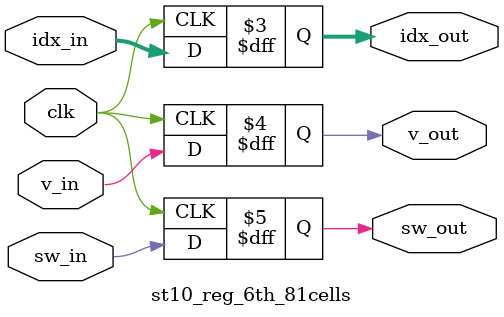
<source format=v>


module sa_acc
(
  input clk,
  input rst,
  input start,
  input [10-1:0] acc_user_done_rd_data,
  input [10-1:0] acc_user_done_wr_data,
  output [10-1:0] acc_user_request_read,
  input [10-1:0] acc_user_read_data_valid,
  input [320-1:0] acc_user_read_data,
  input [10-1:0] acc_user_available_write,
  output [10-1:0] acc_user_request_write,
  output [320-1:0] acc_user_write_data,
  output acc_user_done
);

  reg start_reg;
  wire [10-1:0] sa_aws_done;
  assign acc_user_done = &sa_aws_done;

  always @(posedge clk) begin
    if(rst) begin
      start_reg <= 0;
    end else begin
      start_reg <= start_reg | start;
    end
  end

  (* keep_hierarchy = "yes" *)

  sa_aws
  sa_aws_0
  (
    .clk(clk),
    .rst(rst),
    .start(start_reg),
    .sa_aws_done_rd_data(acc_user_done_rd_data[0]),
    .sa_aws_done_wr_data(acc_user_done_wr_data[0]),
    .sa_aws_request_read(acc_user_request_read[0]),
    .sa_aws_read_data_valid(acc_user_read_data_valid[0]),
    .sa_aws_read_data(acc_user_read_data[31:0]),
    .sa_aws_available_write(acc_user_available_write[0]),
    .sa_aws_request_write(acc_user_request_write[0]),
    .sa_aws_write_data(acc_user_write_data[31:0]),
    .sa_aws_done(sa_aws_done[0])
  );

  (* keep_hierarchy = "yes" *)

  sa_aws
  sa_aws_1
  (
    .clk(clk),
    .rst(rst),
    .start(start_reg),
    .sa_aws_done_rd_data(acc_user_done_rd_data[1]),
    .sa_aws_done_wr_data(acc_user_done_wr_data[1]),
    .sa_aws_request_read(acc_user_request_read[1]),
    .sa_aws_read_data_valid(acc_user_read_data_valid[1]),
    .sa_aws_read_data(acc_user_read_data[63:32]),
    .sa_aws_available_write(acc_user_available_write[1]),
    .sa_aws_request_write(acc_user_request_write[1]),
    .sa_aws_write_data(acc_user_write_data[63:32]),
    .sa_aws_done(sa_aws_done[1])
  );

  (* keep_hierarchy = "yes" *)

  sa_aws
  sa_aws_2
  (
    .clk(clk),
    .rst(rst),
    .start(start_reg),
    .sa_aws_done_rd_data(acc_user_done_rd_data[2]),
    .sa_aws_done_wr_data(acc_user_done_wr_data[2]),
    .sa_aws_request_read(acc_user_request_read[2]),
    .sa_aws_read_data_valid(acc_user_read_data_valid[2]),
    .sa_aws_read_data(acc_user_read_data[95:64]),
    .sa_aws_available_write(acc_user_available_write[2]),
    .sa_aws_request_write(acc_user_request_write[2]),
    .sa_aws_write_data(acc_user_write_data[95:64]),
    .sa_aws_done(sa_aws_done[2])
  );

  (* keep_hierarchy = "yes" *)

  sa_aws
  sa_aws_3
  (
    .clk(clk),
    .rst(rst),
    .start(start_reg),
    .sa_aws_done_rd_data(acc_user_done_rd_data[3]),
    .sa_aws_done_wr_data(acc_user_done_wr_data[3]),
    .sa_aws_request_read(acc_user_request_read[3]),
    .sa_aws_read_data_valid(acc_user_read_data_valid[3]),
    .sa_aws_read_data(acc_user_read_data[127:96]),
    .sa_aws_available_write(acc_user_available_write[3]),
    .sa_aws_request_write(acc_user_request_write[3]),
    .sa_aws_write_data(acc_user_write_data[127:96]),
    .sa_aws_done(sa_aws_done[3])
  );

  (* keep_hierarchy = "yes" *)

  sa_aws
  sa_aws_4
  (
    .clk(clk),
    .rst(rst),
    .start(start_reg),
    .sa_aws_done_rd_data(acc_user_done_rd_data[4]),
    .sa_aws_done_wr_data(acc_user_done_wr_data[4]),
    .sa_aws_request_read(acc_user_request_read[4]),
    .sa_aws_read_data_valid(acc_user_read_data_valid[4]),
    .sa_aws_read_data(acc_user_read_data[159:128]),
    .sa_aws_available_write(acc_user_available_write[4]),
    .sa_aws_request_write(acc_user_request_write[4]),
    .sa_aws_write_data(acc_user_write_data[159:128]),
    .sa_aws_done(sa_aws_done[4])
  );

  (* keep_hierarchy = "yes" *)

  sa_aws
  sa_aws_5
  (
    .clk(clk),
    .rst(rst),
    .start(start_reg),
    .sa_aws_done_rd_data(acc_user_done_rd_data[5]),
    .sa_aws_done_wr_data(acc_user_done_wr_data[5]),
    .sa_aws_request_read(acc_user_request_read[5]),
    .sa_aws_read_data_valid(acc_user_read_data_valid[5]),
    .sa_aws_read_data(acc_user_read_data[191:160]),
    .sa_aws_available_write(acc_user_available_write[5]),
    .sa_aws_request_write(acc_user_request_write[5]),
    .sa_aws_write_data(acc_user_write_data[191:160]),
    .sa_aws_done(sa_aws_done[5])
  );

  (* keep_hierarchy = "yes" *)

  sa_aws
  sa_aws_6
  (
    .clk(clk),
    .rst(rst),
    .start(start_reg),
    .sa_aws_done_rd_data(acc_user_done_rd_data[6]),
    .sa_aws_done_wr_data(acc_user_done_wr_data[6]),
    .sa_aws_request_read(acc_user_request_read[6]),
    .sa_aws_read_data_valid(acc_user_read_data_valid[6]),
    .sa_aws_read_data(acc_user_read_data[223:192]),
    .sa_aws_available_write(acc_user_available_write[6]),
    .sa_aws_request_write(acc_user_request_write[6]),
    .sa_aws_write_data(acc_user_write_data[223:192]),
    .sa_aws_done(sa_aws_done[6])
  );

  (* keep_hierarchy = "yes" *)

  sa_aws
  sa_aws_7
  (
    .clk(clk),
    .rst(rst),
    .start(start_reg),
    .sa_aws_done_rd_data(acc_user_done_rd_data[7]),
    .sa_aws_done_wr_data(acc_user_done_wr_data[7]),
    .sa_aws_request_read(acc_user_request_read[7]),
    .sa_aws_read_data_valid(acc_user_read_data_valid[7]),
    .sa_aws_read_data(acc_user_read_data[255:224]),
    .sa_aws_available_write(acc_user_available_write[7]),
    .sa_aws_request_write(acc_user_request_write[7]),
    .sa_aws_write_data(acc_user_write_data[255:224]),
    .sa_aws_done(sa_aws_done[7])
  );

  (* keep_hierarchy = "yes" *)

  sa_aws
  sa_aws_8
  (
    .clk(clk),
    .rst(rst),
    .start(start_reg),
    .sa_aws_done_rd_data(acc_user_done_rd_data[8]),
    .sa_aws_done_wr_data(acc_user_done_wr_data[8]),
    .sa_aws_request_read(acc_user_request_read[8]),
    .sa_aws_read_data_valid(acc_user_read_data_valid[8]),
    .sa_aws_read_data(acc_user_read_data[287:256]),
    .sa_aws_available_write(acc_user_available_write[8]),
    .sa_aws_request_write(acc_user_request_write[8]),
    .sa_aws_write_data(acc_user_write_data[287:256]),
    .sa_aws_done(sa_aws_done[8])
  );

  (* keep_hierarchy = "yes" *)

  sa_aws
  sa_aws_9
  (
    .clk(clk),
    .rst(rst),
    .start(start_reg),
    .sa_aws_done_rd_data(acc_user_done_rd_data[9]),
    .sa_aws_done_wr_data(acc_user_done_wr_data[9]),
    .sa_aws_request_read(acc_user_request_read[9]),
    .sa_aws_read_data_valid(acc_user_read_data_valid[9]),
    .sa_aws_read_data(acc_user_read_data[319:288]),
    .sa_aws_available_write(acc_user_available_write[9]),
    .sa_aws_request_write(acc_user_request_write[9]),
    .sa_aws_write_data(acc_user_write_data[319:288]),
    .sa_aws_done(sa_aws_done[9])
  );


  initial begin
    start_reg = 0;
  end


endmodule



module sa_aws
(
  input clk,
  input rst,
  input start,
  input sa_aws_done_rd_data,
  input sa_aws_done_wr_data,
  output sa_aws_request_read,
  input sa_aws_read_data_valid,
  input [32-1:0] sa_aws_read_data,
  input sa_aws_available_write,
  output reg sa_aws_request_write,
  output reg [32-1:0] sa_aws_write_data,
  output sa_aws_done
);

  assign sa_aws_done = &{ sa_aws_done_wr_data, sa_aws_done_rd_data };
  reg start_pipe;
  reg pop_data;
  wire available_pop;
  wire [16-1:0] data_out;
  reg [16-1:0] config_data;
  reg [2-1:0] fms_sd;
  localparam [2-1:0] fsm_sd_idle = 0;
  localparam [2-1:0] fsm_sd_send_data = 1;
  localparam [2-1:0] fsm_sd_done = 2;
  reg flag;
  wire sa_done;
  reg sa_rd;
  reg [11-1:0] sa_rd_addr;
  wire sa_out_v;
  wire [8-1:0] sa_out_data;

  always @(posedge clk) begin
    if(rst) begin
      pop_data <= 0;
      fms_sd <= fsm_sd_idle;
      flag <= 0;
    end else begin
      if(start) begin
        start_pipe <= 0;
        pop_data <= 0;
        flag <= 0;
        case(fms_sd)
          fsm_sd_idle: begin
            if(available_pop) begin
              pop_data <= 1;
              flag <= 1;
              fms_sd <= fsm_sd_send_data;
            end 
          end
          fsm_sd_send_data: begin
            config_data <= data_out;
            fms_sd <= fsm_sd_done;
          end
          fsm_sd_done: begin
            start_pipe <= 1;
          end
        endcase
      end 
    end
  end


  //Data Consumer - Begin
  reg [2-1:0] fsm_consume;
  localparam fsm_consume_wait = 0;
  localparam fsm_consume_consume = 1;
  localparam fsm_consume_verify = 2;
  localparam fsm_consume_done = 3;

  always @(posedge clk) begin
    if(rst) begin
      sa_rd <= 0;
      sa_rd_addr <= 0;
      sa_aws_request_write <= 0;
      fsm_consume <= fsm_consume_wait;
    end else begin
      sa_rd <= 0;
      sa_aws_request_write <= 0;
      case(fsm_consume)
        fsm_consume_wait: begin
          if(sa_aws_available_write) begin
            if(sa_done) begin
              sa_rd <= 1;
              fsm_consume <= fsm_consume_consume;
            end 
          end 
        end
        fsm_consume_consume: begin
          if(sa_out_v) begin
            sa_aws_request_write <= 1;
            sa_aws_write_data <= { 24'd0, sa_out_data };
            sa_rd_addr <= sa_rd_addr + 1;
            fsm_consume <= fsm_consume_verify;
          end 
        end
        fsm_consume_verify: begin
          if(sa_rd_addr == 1024) begin
            fsm_consume <= fsm_consume_done;
          end else begin
            fsm_consume <= fsm_consume_wait;
          end
        end
        fsm_consume_done: begin
        end
      endcase
    end
  end

  //Data Consumer - Begin
  (* keep_hierarchy = "yes" *)

  fecth_data_32_16
  fecth_data_32_16
  (
    .clk(clk),
    .rst(rst),
    .start(start),
    .request_read(sa_aws_request_read),
    .data_valid(sa_aws_read_data_valid),
    .read_data(sa_aws_read_data),
    .pop_data(pop_data),
    .available_pop(available_pop),
    .data_out(data_out)
  );


  sa_pipeline_6th_81cells
  sa_pipeline_6th_81cells
  (
    .clk(clk),
    .rst(rst),
    .start(start_pipe),
    .n_exec(config_data),
    .done(sa_done),
    .rd(sa_rd),
    .rd_addr(sa_rd_addr[9:0]),
    .out_v(sa_out_v),
    .out_data(sa_out_data)
  );


  initial begin
    sa_aws_request_write = 0;
    sa_aws_write_data = 0;
    start_pipe = 0;
    pop_data = 0;
    config_data = 0;
    fms_sd = 0;
    flag = 0;
    sa_rd = 0;
    sa_rd_addr = 0;
    fsm_consume = 0;
  end


endmodule



module fecth_data_32_16
(
  input clk,
  input start,
  input rst,
  output reg request_read,
  input data_valid,
  input [32-1:0] read_data,
  input pop_data,
  output reg available_pop,
  output [16-1:0] data_out
);

  reg [1-1:0] fsm_read;
  reg [1-1:0] fsm_control;
  reg [32-1:0] data;
  reg [32-1:0] buffer;
  reg [2-1:0] count;
  reg has_buffer;
  reg buffer_read;
  reg en;

  assign data_out = data[15:0];

  always @(posedge clk) begin
    if(rst) begin
      en <= 1'b0;
    end else begin
      en <= (en)? en : start;
    end
  end


  always @(posedge clk) begin
    if(rst) begin
      fsm_read <= 0;
      request_read <= 0;
      has_buffer <= 0;
    end else begin
      request_read <= 0;
      case(fsm_read)
        0: begin
          if(en & data_valid) begin
            buffer <= read_data;
            request_read <= 1;
            has_buffer <= 1;
            fsm_read <= 1;
          end 
        end
        1: begin
          if(buffer_read) begin
            has_buffer <= 0;
            fsm_read <= 0;
          end 
        end
      endcase
    end
  end


  always @(posedge clk) begin
    if(rst) begin
      fsm_control <= 0;
      available_pop <= 0;
      count <= 0;
      buffer_read <= 0;
    end else begin
      buffer_read <= 0;
      case(fsm_control)
        0: begin
          if(has_buffer) begin
            data <= buffer;
            count <= 1;
            buffer_read <= 1;
            available_pop <= 1;
            fsm_control <= 1;
          end 
        end
        1: begin
          if(pop_data & ~count[1]) begin
            count <= count << 1;
            data <= data[31:16];
          end 
          if(pop_data & count[1] & has_buffer) begin
            count <= 1;
            data <= buffer;
            buffer_read <= 1;
          end 
          if(count[1] & pop_data & ~has_buffer) begin
            count <= count << 1;
            data <= data[31:16];
            available_pop <= 0;
            fsm_control <= 0;
          end 
        end
      endcase
    end
  end


  initial begin
    request_read = 0;
    available_pop = 0;
    fsm_read = 0;
    fsm_control = 0;
    data = 0;
    buffer = 0;
    count = 0;
    has_buffer = 0;
    buffer_read = 0;
    en = 0;
  end


endmodule



module sa_pipeline_6th_81cells
(
  input clk,
  input rst,
  input start,
  input [16-1:0] n_exec,
  output reg done,
  input rd,
  input [10-1:0] rd_addr,
  output out_v,
  output [8-1:0] out_data
);

  // basic control inputs
  // -----
  wire pipe_start;
  reg [17-1:0] counter_total;
  // Threads controller output wires
  wire [3-1:0] th_idx;
  wire th_v;
  wire [7-1:0] th_ca;
  wire [7-1:0] th_cb;
  // -----

  always @(posedge clk) begin
    if(rst) begin
      counter_total <= 0;
      done <= 0;
    end else begin
      if(pipe_start) begin
        if((th_idx == 5) && ~th_v && &{ th_ca, th_cb }) begin
          counter_total <= counter_total + 1;
        end 
        if(counter_total == n_exec) begin
          done <= 1;
        end 
      end 
    end
  end

  // st1 output wires
  wire st1_rdy;
  wire [3-1:0] st1_idx;
  wire st1_v;
  wire [7-1:0] st1_ca;
  wire [7-1:0] st1_cb;
  wire [7-1:0] st1_na;
  wire st1_na_v;
  wire [7-1:0] st1_nb;
  wire st1_nb_v;
  wire st1_sw;
  wire [18-1:0] st1_wa;
  wire [18-1:0] st1_wb;
  // -----
  // st2 output wires
  wire [3-1:0] st2_idx;
  wire st2_v;
  wire [7-1:0] st2_ca;
  wire [7-1:0] st2_cb;
  wire [7-1:0] st2_na;
  wire st2_na_v;
  wire [7-1:0] st2_nb;
  wire st2_nb_v;
  wire [28-1:0] st2_va;
  wire [4-1:0] st2_va_v;
  wire [28-1:0] st2_vb;
  wire [4-1:0] st2_vb_v;
  wire st2_sw;
  wire [18-1:0] st2_wa;
  wire [18-1:0] st2_wb;
  // -----
  // st3 output wires
  wire [3-1:0] st3_idx;
  wire st3_v;
  wire [7-1:0] st3_ca;
  wire [7-1:0] st3_cb;
  wire [28-1:0] st3_cva;
  wire [4-1:0] st3_cva_v;
  wire [28-1:0] st3_cvb;
  wire [4-1:0] st3_cvb_v;
  wire [18-1:0] st3_wb;
  // -----
  // st4 output wires
  wire [3-1:0] st4_idx;
  wire st4_v;
  wire [7-1:0] st4_ca;
  wire [7-1:0] st4_cb;
  wire [28-1:0] st4_cva;
  wire [4-1:0] st4_cva_v;
  wire [28-1:0] st4_cvb;
  wire [4-1:0] st4_cvb_v;
  wire [40-1:0] st4_dvac;
  wire [40-1:0] st4_dvbc;
  // -----
  // st5 output wires
  wire [3-1:0] st5_idx;
  wire st5_v;
  wire [20-1:0] st5_dvac;
  wire [20-1:0] st5_dvbc;
  wire [40-1:0] st5_dvas;
  wire [40-1:0] st5_dvbs;
  // -----
  // st6 output wires
  wire [3-1:0] st6_idx;
  wire st6_v;
  wire [10-1:0] st6_dvac;
  wire [10-1:0] st6_dvbc;
  wire [20-1:0] st6_dvas;
  wire [20-1:0] st6_dvbs;
  // -----
  // st7 output wires
  wire [3-1:0] st7_idx;
  wire st7_v;
  wire [10-1:0] st7_dc;
  wire [10-1:0] st7_dvas;
  wire [10-1:0] st7_dvbs;
  // st8 output wires
  wire [3-1:0] st8_idx;
  wire st8_v;
  wire [10-1:0] st8_dc;
  wire [10-1:0] st8_ds;
  // -----
  // st9 output wires
  wire [3-1:0] st9_idx;
  wire st9_v;
  wire st9_sw;
  // -----
  // st10 output wires
  wire [3-1:0] st10_idx;
  wire st10_v;
  wire st10_sw;
  // -----
  assign pipe_start = &{ start, st1_rdy };

  th_controller_6th_81cells
  th_controller_6th_81cells
  (
    .clk(clk),
    .rst(rst),
    .start(pipe_start),
    .done(done),
    .idx_out(th_idx),
    .v_out(th_v),
    .ca_out(th_ca),
    .cb_out(th_cb)
  );


  st1_c2n_6th_81cells
  st1_c2n_6th_81cells
  (
    .rd(rd),
    .rd_addr(rd_addr),
    .out_v(out_v),
    .out_data(out_data),
    .clk(clk),
    .rst(rst),
    .rdy(st1_rdy),
    .idx_in(th_idx),
    .v_in(th_v),
    .ca_in(th_ca),
    .cb_in(th_cb),
    .sw_in(st10_sw),
    .st1_wb_in(st1_wb),
    .idx_out(st1_idx),
    .v_out(st1_v),
    .ca_out(st1_ca),
    .cb_out(st1_cb),
    .na_out(st1_na),
    .na_v_out(st1_na_v),
    .nb_out(st1_nb),
    .nb_v_out(st1_nb_v),
    .sw_out(st1_sw),
    .wa_out(st1_wa),
    .wb_out(st1_wb)
  );


  st2_n_6th_81cells
  st2_n_6th_81cells
  (
    .clk(clk),
    .idx_in(st1_idx),
    .v_in(st1_v),
    .ca_in(st1_ca),
    .cb_in(st1_cb),
    .na_in(st1_na),
    .na_v_in(st1_na_v),
    .nb_in(st1_nb),
    .nb_v_in(st1_nb_v),
    .sw_in(st1_sw),
    .wa_in(st1_wa),
    .wb_in(st1_wb),
    .idx_out(st2_idx),
    .v_out(st2_v),
    .ca_out(st2_ca),
    .cb_out(st2_cb),
    .na_out(st2_na),
    .na_v_out(st2_na_v),
    .nb_out(st2_nb),
    .nb_v_out(st2_nb_v),
    .va_out(st2_va),
    .va_v_out(st2_va_v),
    .vb_out(st2_vb),
    .vb_v_out(st2_vb_v),
    .sw_out(st2_sw),
    .wa_out(st2_wa),
    .wb_out(st2_wb)
  );


  st3_n2c_6th_81cells
  st3_n2c_6th_81cells
  (
    .clk(clk),
    .rst(rst),
    .idx_in(st2_idx),
    .v_in(st2_v),
    .ca_in(st2_ca),
    .cb_in(st2_cb),
    .na_in(st2_na),
    .na_v_in(st2_na_v),
    .nb_in(st2_nb),
    .nb_v_in(st2_nb_v),
    .va_in(st2_va),
    .va_v_in(st2_va_v),
    .vb_in(st2_vb),
    .vb_v_in(st2_vb_v),
    .st3_wb_in(st3_wb),
    .sw_in(st2_sw),
    .wa_in(st2_wa),
    .wb_in(st2_wb),
    .idx_out(st3_idx),
    .v_out(st3_v),
    .ca_out(st3_ca),
    .cb_out(st3_cb),
    .cva_out(st3_cva),
    .cva_v_out(st3_cva_v),
    .cvb_out(st3_cvb),
    .cvb_v_out(st3_cvb_v),
    .wb_out(st3_wb)
  );


  st4_d1_6th_81cells
  st4_d1_6th_81cells
  (
    .clk(clk),
    .idx_in(st3_idx),
    .v_in(st3_v),
    .ca_in(st3_ca),
    .cb_in(st3_cb),
    .cva_in(st3_cva),
    .cva_v_in(st3_cva_v),
    .cvb_in(st3_cvb),
    .cvb_v_in(st3_cvb_v),
    .idx_out(st4_idx),
    .v_out(st4_v),
    .ca_out(st4_ca),
    .cb_out(st4_cb),
    .cva_out(st4_cva),
    .cva_v_out(st4_cva_v),
    .cvb_out(st4_cvb),
    .cvb_v_out(st4_cvb_v),
    .dvac_out(st4_dvac),
    .dvbc_out(st4_dvbc)
  );


  st5_d2_s1_6th_81cells
  st5_d2_s1_6th_81cells
  (
    .clk(clk),
    .idx_in(st4_idx),
    .v_in(st4_v),
    .ca_in(st4_ca),
    .cb_in(st4_cb),
    .cva_in(st4_cva),
    .cva_v_in(st4_cva_v),
    .cvb_in(st4_cvb),
    .cvb_v_in(st4_cvb_v),
    .dvac_in(st4_dvac),
    .dvbc_in(st4_dvbc),
    .idx_out(st5_idx),
    .v_out(st5_v),
    .dvac_out(st5_dvac),
    .dvbc_out(st5_dvbc),
    .dvas_out(st5_dvas),
    .dvbs_out(st5_dvbs)
  );


  st6_s2_6th_81cells
  st6_s2_6th_81cells
  (
    .clk(clk),
    .idx_in(st5_idx),
    .v_in(st5_v),
    .dvac_in(st5_dvac),
    .dvbc_in(st5_dvbc),
    .dvas_in(st5_dvas),
    .dvbs_in(st5_dvbs),
    .idx_out(st6_idx),
    .v_out(st6_v),
    .dvac_out(st6_dvac),
    .dvbc_out(st6_dvbc),
    .dvas_out(st6_dvas),
    .dvbs_out(st6_dvbs)
  );


  st7_s3_6th_81cells
  st7_s3_6th_81cells
  (
    .clk(clk),
    .idx_in(st6_idx),
    .v_in(st6_v),
    .dvac_in(st6_dvac),
    .dvbc_in(st6_dvbc),
    .dvas_in(st6_dvas),
    .dvbs_in(st6_dvbs),
    .idx_out(st7_idx),
    .v_out(st7_v),
    .dc_out(st7_dc),
    .dvas_out(st7_dvas),
    .dvbs_out(st7_dvbs)
  );


  st8_s4_6th_81cells
  st8_s4_6th_81cells
  (
    .clk(clk),
    .idx_in(st7_idx),
    .v_in(st7_v),
    .dc_in(st7_dc),
    .dvas_in(st7_dvas),
    .dvbs_in(st7_dvbs),
    .idx_out(st8_idx),
    .v_out(st8_v),
    .dc_out(st8_dc),
    .ds_out(st8_ds)
  );


  st9_cmp_6th_81cells
  st9_cmp_6th_81cells
  (
    .clk(clk),
    .idx_in(st8_idx),
    .v_in(st8_v),
    .dc_in(st8_dc),
    .ds_in(st8_ds),
    .idx_out(st9_idx),
    .v_out(st9_v),
    .sw_out(st9_sw)
  );


  st10_reg_6th_81cells
  st10_reg_6th_81cells
  (
    .clk(clk),
    .idx_in(st9_idx),
    .v_in(st9_v),
    .sw_in(st9_sw),
    .idx_out(st10_idx),
    .v_out(st10_v),
    .sw_out(st10_sw)
  );


  initial begin
    done = 0;
    counter_total = 0;
  end


endmodule



module th_controller_6th_81cells
(
  input clk,
  input rst,
  input start,
  input done,
  output reg [3-1:0] idx_out,
  output reg v_out,
  output reg [7-1:0] ca_out,
  output reg [7-1:0] cb_out
);

  reg [6-1:0] flag_f_exec;
  reg [6-1:0] v_r;
  reg [3-1:0] idx_r;
  wire [14-1:0] counter;
  wire [14-1:0] counter_t;
  wire [14-1:0] counter_wr;
  wire [7-1:0] ca_out_t;
  wire [7-1:0] cb_out_t;
  assign counter_t = (flag_f_exec[idx_r])? 0 : counter;
  assign counter_wr = (&counter_t)? 0 : counter_t + 1;
  assign ca_out_t = counter_t[6:0];
  assign cb_out_t = counter_t[13:7];

  always @(posedge clk) begin
    if(rst) begin
      idx_out <= 0;
      v_out <= 0;
      ca_out <= 0;
      cb_out <= 0;
      idx_r <= 0;
      flag_f_exec <= 6'b111111;
      v_r <= 6'b111111;
    end else begin
      if(start) begin
        idx_out <= idx_r;
        v_out <= (done)? 1'b0 : v_r[idx_r];
        ca_out <= ca_out_t;
        cb_out <= cb_out_t;
        v_r[idx_r] <= ~v_r[idx_r];
        if(!v_r[idx_r]) begin
          flag_f_exec[idx_r] <= 0;
          if(idx_r == 5) begin
            idx_r <= 0;
          end else begin
            idx_r <= idx_r + 1;
          end
        end 
      end 
    end
  end


  mem_2r_1w_width14_depth3
  #(
    .init_file("./th.rom"),
    .read_f(1),
    .write_f(0)
  )
  mem_2r_1w_width14_depth3
  (
    .clk(clk),
    .rd_addr0(idx_r),
    .out0(counter),
    .wr(~v_r[idx_r]),
    .wr_addr(idx_r),
    .wr_data(counter_wr)
  );


  initial begin
    idx_out = 0;
    v_out = 0;
    ca_out = 0;
    cb_out = 0;
    flag_f_exec = 0;
    v_r = 0;
    idx_r = 0;
  end


endmodule



module mem_2r_1w_width14_depth3 #
(
  parameter read_f = 0,
  parameter init_file = "mem_file.txt",
  parameter write_f = 0,
  parameter output_file = "mem_out_file.txt"
)
(
  input clk,
  input [3-1:0] rd_addr0,
  input [3-1:0] rd_addr1,
  output [14-1:0] out0,
  output [14-1:0] out1,
  input wr,
  input [3-1:0] wr_addr,
  input [14-1:0] wr_data
);

  (*rom_style = "block" *) reg [14-1:0] mem[0:2**3-1];
  /*
  reg [14-1:0] mem [0:2**3-1];
  */
  assign out0 = mem[rd_addr0];
  assign out1 = mem[rd_addr1];

  always @(posedge clk) begin
    if(wr) begin
      mem[wr_addr] <= wr_data;
    end 
  end

  //synthesis translate_off

  always @(posedge clk) begin
    if(wr && write_f) begin
      $writememh(output_file, mem);
    end 
  end

  //synthesis translate_on

  initial begin
    if(read_f) begin
      $readmemh(init_file, mem);
    end 
  end


endmodule



module st1_c2n_6th_81cells
(
  input clk,
  input rst,
  input rd,
  input [10-1:0] rd_addr,
  output reg out_v,
  output reg [8-1:0] out_data,
  input [3-1:0] idx_in,
  input v_in,
  input [7-1:0] ca_in,
  input [7-1:0] cb_in,
  input sw_in,
  input [18-1:0] st1_wb_in,
  output reg rdy,
  output reg [3-1:0] idx_out,
  output reg v_out,
  output reg [7-1:0] ca_out,
  output reg [7-1:0] cb_out,
  output reg [7-1:0] na_out,
  output reg na_v_out,
  output reg [7-1:0] nb_out,
  output reg nb_v_out,
  output reg sw_out,
  output reg [18-1:0] wa_out,
  output reg [18-1:0] wb_out
);

  reg flag;
  reg [4-1:0] counter;
  reg fifo_init;
  wire [7-1:0] na_t;
  wire na_v_t;
  wire [7-1:0] nb_t;
  wire nb_v_t;
  wire [18-1:0] wa_t;
  wire [18-1:0] wb_t;
  wire fifoa_wr_en;
  wire fifoa_rd_en;
  wire [18-1:0] fifoa_data;
  wire fifob_wr_en;
  wire fifob_rd_en;
  wire [18-1:0] fifob_data;
  wire [3-1:0] wa_idx;
  wire [7-1:0] wa_c;
  wire [7-1:0] wa_n;
  wire wa_n_v;
  wire [3-1:0] wb_idx;
  wire [7-1:0] wb_c;
  wire [7-1:0] wb_n;
  wire wb_n_v;
  wire m_wr;
  wire [10-1:0] m_wr_addr;
  wire [8-1:0] m_wr_data;
  assign fifoa_data = { idx_in, ca_in, nb_v_t, nb_t };
  assign fifob_data = { idx_in, cb_in, na_v_t, na_t };
  assign fifoa_rd_en = &{ rdy, v_in };
  assign fifob_rd_en = &{ rdy, v_in };
  assign fifoa_wr_en = |{ &{ rdy, v_in }, fifo_init };
  assign fifob_wr_en = |{ &{ rdy, v_in }, fifo_init };
  assign wa_n = wa_t[6:0];
  assign wa_n_v = wa_t[7];
  assign wa_c = wa_t[14:8];
  assign wa_idx = wa_t[17:15];
  assign wb_n = st1_wb_in[6:0];
  assign wb_n_v = st1_wb_in[7];
  assign wb_c = st1_wb_in[14:8];
  assign wb_idx = st1_wb_in[17:15];
  assign m_wr = sw_in;
  assign m_wr_addr = (flag)? { wa_idx, wa_c } : { wb_idx, wb_c };
  assign m_wr_data = (flag)? { wa_n_v, wa_n } : { wb_n_v, wb_n };

  always @(posedge clk) begin
    idx_out <= idx_in;
    v_out <= v_in;
    ca_out <= ca_in;
    cb_out <= cb_in;
    na_out <= na_t;
    na_v_out <= na_v_t;
    nb_out <= nb_t;
    nb_v_out <= nb_v_t;
    sw_out <= sw_in;
    wa_out <= wa_t;
    wb_out <= wb_t;
    out_v <= rd;
    out_data <= { na_v_t, na_t };
  end


  always @(posedge clk) begin
    if(rst) begin
      flag <= 1;
    end else begin
      if(sw_in) begin
        flag <= ~flag;
      end 
    end
  end


  always @(posedge clk) begin
    if(rst) begin
      rdy <= 0;
      fifo_init <= 0;
      counter <= 0;
    end else begin
      if(counter == 4) begin
        rdy <= 1;
        fifo_init <= 0;
      end else begin
        counter <= counter + 1;
        fifo_init <= 1;
      end
    end
  end


  mem_2r_1w_width8_depth10
  #(
    .init_file("./c_n.rom"),
    .read_f(1),
    .write_f(1),
    .output_file("./c_n_out.rom")
  )
  mem_2r_1w_width8_depth10
  (
    .clk(clk),
    .rd_addr0((rd)? rd_addr : { idx_in, ca_in }),
    .rd_addr1({ idx_in, cb_in }),
    .out0({ na_v_t, na_t }),
    .out1({ nb_v_t, nb_t }),
    .wr(m_wr),
    .wr_addr(m_wr_addr),
    .wr_data(m_wr_data)
  );


  fifo
  #(
    .FIFO_WIDTH(18),
    .FIFO_DEPTH_BITS(3)
  )
  fifo_a
  (
    .clk(clk),
    .rst(rst),
    .write_enable(fifoa_wr_en),
    .input_data(fifoa_data),
    .output_read_enable(fifoa_rd_en),
    .output_data(wa_t)
  );


  fifo
  #(
    .FIFO_WIDTH(18),
    .FIFO_DEPTH_BITS(3)
  )
  fifo_b
  (
    .clk(clk),
    .rst(rst),
    .write_enable(fifob_wr_en),
    .input_data(fifob_data),
    .output_read_enable(fifob_rd_en),
    .output_data(wb_t)
  );


  initial begin
    out_v = 0;
    out_data = 0;
    rdy = 0;
    idx_out = 0;
    v_out = 0;
    ca_out = 0;
    cb_out = 0;
    na_out = 0;
    na_v_out = 0;
    nb_out = 0;
    nb_v_out = 0;
    sw_out = 0;
    wa_out = 0;
    wb_out = 0;
    flag = 0;
    counter = 0;
    fifo_init = 0;
  end


endmodule



module mem_2r_1w_width8_depth10 #
(
  parameter read_f = 0,
  parameter init_file = "mem_file.txt",
  parameter write_f = 0,
  parameter output_file = "mem_out_file.txt"
)
(
  input clk,
  input [10-1:0] rd_addr0,
  input [10-1:0] rd_addr1,
  output [8-1:0] out0,
  output [8-1:0] out1,
  input wr,
  input [10-1:0] wr_addr,
  input [8-1:0] wr_data
);

  (*rom_style = "block" *) reg [8-1:0] mem[0:2**10-1];
  /*
  reg [8-1:0] mem [0:2**10-1];
  */
  assign out0 = mem[rd_addr0];
  assign out1 = mem[rd_addr1];

  always @(posedge clk) begin
    if(wr) begin
      mem[wr_addr] <= wr_data;
    end 
  end

  //synthesis translate_off

  always @(posedge clk) begin
    if(wr && write_f) begin
      $writememh(output_file, mem);
    end 
  end

  //synthesis translate_on

  initial begin
    if(read_f) begin
      $readmemh(init_file, mem);
    end 
  end


endmodule



module fifo #
(
  parameter FIFO_WIDTH = 32,
  parameter FIFO_DEPTH_BITS = 8,
  parameter FIFO_ALMOSTFULL_THRESHOLD = 2 ** FIFO_DEPTH_BITS - 4,
  parameter FIFO_ALMOSTEMPTY_THRESHOLD = 4
)
(
  input clk,
  input rst,
  input write_enable,
  input [FIFO_WIDTH-1:0] input_data,
  input output_read_enable,
  output reg output_valid,
  output reg [FIFO_WIDTH-1:0] output_data,
  output reg empty,
  output reg almostempty,
  output reg full,
  output reg almostfull,
  output reg [FIFO_DEPTH_BITS+1-1:0] data_count
);

  reg [FIFO_DEPTH_BITS-1:0] read_pointer;
  reg [FIFO_DEPTH_BITS-1:0] write_pointer;
  (*rom_style = "block" *) reg [FIFO_WIDTH-1:0] mem[0:2**FIFO_DEPTH_BITS-1];
  /*
  reg [FIFO_WIDTH-1:0] mem [0:2**FIFO_DEPTH_BITS-1];
  */

  always @(posedge clk) begin
    if(rst) begin
      empty <= 1;
      almostempty <= 1;
      full <= 0;
      almostfull <= 0;
      read_pointer <= 0;
      write_pointer <= 0;
      data_count <= 0;
    end else begin
      case({ write_enable, output_read_enable })
        3: begin
          read_pointer <= read_pointer + 1;
          write_pointer <= write_pointer + 1;
        end
        2: begin
          if(~full) begin
            write_pointer <= write_pointer + 1;
            data_count <= data_count + 1;
            empty <= 0;
            if(data_count == FIFO_ALMOSTEMPTY_THRESHOLD - 1) begin
              almostempty <= 0;
            end 
            if(data_count == 2 ** FIFO_DEPTH_BITS - 1) begin
              full <= 1;
            end 
            if(data_count == FIFO_ALMOSTFULL_THRESHOLD - 1) begin
              almostfull <= 1;
            end 
          end 
        end
        1: begin
          if(~empty) begin
            read_pointer <= read_pointer + 1;
            data_count <= data_count - 1;
            full <= 0;
            if(data_count == FIFO_ALMOSTFULL_THRESHOLD) begin
              almostfull <= 0;
            end 
            if(data_count == 1) begin
              empty <= 1;
            end 
            if(data_count == FIFO_ALMOSTEMPTY_THRESHOLD) begin
              almostempty <= 1;
            end 
          end 
        end
      endcase
    end
  end


  always @(posedge clk) begin
    if(rst) begin
      output_valid <= 0;
    end else begin
      output_valid <= 0;
      if(write_enable == 1) begin
        mem[write_pointer] <= input_data;
      end 
      if(output_read_enable == 1) begin
        output_data <= mem[read_pointer];
        output_valid <= 1;
      end 
    end
  end


endmodule



module st2_n_6th_81cells
(
  input clk,
  input [3-1:0] idx_in,
  input v_in,
  input [7-1:0] ca_in,
  input [7-1:0] cb_in,
  input [7-1:0] na_in,
  input na_v_in,
  input [7-1:0] nb_in,
  input nb_v_in,
  input sw_in,
  input [18-1:0] wa_in,
  input [18-1:0] wb_in,
  output reg [3-1:0] idx_out,
  output reg v_out,
  output reg [7-1:0] ca_out,
  output reg [7-1:0] cb_out,
  output reg [7-1:0] na_out,
  output reg na_v_out,
  output reg [7-1:0] nb_out,
  output reg nb_v_out,
  output reg [28-1:0] va_out,
  output reg [4-1:0] va_v_out,
  output reg [28-1:0] vb_out,
  output reg [4-1:0] vb_v_out,
  output reg sw_out,
  output reg [18-1:0] wa_out,
  output reg [18-1:0] wb_out
);

  wire [28-1:0] va_t;
  wire [4-1:0] va_v_t;
  wire [4-1:0] va_v_m;
  wire [28-1:0] vb_t;
  wire [4-1:0] vb_v_t;
  wire [4-1:0] vb_v_m;
  assign va_v_t = (na_v_in)? va_v_m : 4'b0;
  assign vb_v_t = (nb_v_in)? vb_v_m : 4'b0;

  always @(posedge clk) begin
    idx_out <= idx_in;
    v_out <= v_in;
    ca_out <= ca_in;
    cb_out <= cb_in;
    na_out <= na_in;
    na_v_out <= na_v_in;
    nb_out <= nb_in;
    nb_v_out <= nb_v_in;
    sw_out <= sw_in;
    wa_out <= wa_in;
    wb_out <= wb_in;
    va_out <= va_t;
    va_v_out <= va_v_t;
    vb_out <= vb_t;
    vb_v_out <= vb_v_t;
  end


  mem_2r_1w_width8_depth7
  #(
    .init_file("./n0.rom"),
    .read_f(1),
    .write_f(0)
  )
  mem_2r_1w_width8_depth7_0
  (
    .clk(clk),
    .rd_addr0(na_in),
    .rd_addr1(nb_in),
    .out0({ va_v_m[0], va_t[6:0] }),
    .out1({ vb_v_m[0], vb_t[6:0] }),
    .wr(1'b0),
    .wr_addr(7'b0),
    .wr_data(8'b0)
  );


  mem_2r_1w_width8_depth7
  #(
    .init_file("./n1.rom"),
    .read_f(1),
    .write_f(0)
  )
  mem_2r_1w_width8_depth7_1
  (
    .clk(clk),
    .rd_addr0(na_in),
    .rd_addr1(nb_in),
    .out0({ va_v_m[1], va_t[13:7] }),
    .out1({ vb_v_m[1], vb_t[13:7] }),
    .wr(1'b0),
    .wr_addr(7'b0),
    .wr_data(8'b0)
  );


  mem_2r_1w_width8_depth7
  #(
    .init_file("./n2.rom"),
    .read_f(1),
    .write_f(0)
  )
  mem_2r_1w_width8_depth7_2
  (
    .clk(clk),
    .rd_addr0(na_in),
    .rd_addr1(nb_in),
    .out0({ va_v_m[2], va_t[20:14] }),
    .out1({ vb_v_m[2], vb_t[20:14] }),
    .wr(1'b0),
    .wr_addr(7'b0),
    .wr_data(8'b0)
  );


  mem_2r_1w_width8_depth7
  #(
    .init_file("./n3.rom"),
    .read_f(1),
    .write_f(0)
  )
  mem_2r_1w_width8_depth7_3
  (
    .clk(clk),
    .rd_addr0(na_in),
    .rd_addr1(nb_in),
    .out0({ va_v_m[3], va_t[27:21] }),
    .out1({ vb_v_m[3], vb_t[27:21] }),
    .wr(1'b0),
    .wr_addr(7'b0),
    .wr_data(8'b0)
  );


  initial begin
    idx_out = 0;
    v_out = 0;
    ca_out = 0;
    cb_out = 0;
    na_out = 0;
    na_v_out = 0;
    nb_out = 0;
    nb_v_out = 0;
    va_out = 0;
    va_v_out = 0;
    vb_out = 0;
    vb_v_out = 0;
    sw_out = 0;
    wa_out = 0;
    wb_out = 0;
  end


endmodule



module mem_2r_1w_width8_depth7 #
(
  parameter read_f = 0,
  parameter init_file = "mem_file.txt",
  parameter write_f = 0,
  parameter output_file = "mem_out_file.txt"
)
(
  input clk,
  input [7-1:0] rd_addr0,
  input [7-1:0] rd_addr1,
  output [8-1:0] out0,
  output [8-1:0] out1,
  input wr,
  input [7-1:0] wr_addr,
  input [8-1:0] wr_data
);

  (*rom_style = "block" *) reg [8-1:0] mem[0:2**7-1];
  /*
  reg [8-1:0] mem [0:2**7-1];
  */
  assign out0 = mem[rd_addr0];
  assign out1 = mem[rd_addr1];

  always @(posedge clk) begin
    if(wr) begin
      mem[wr_addr] <= wr_data;
    end 
  end

  //synthesis translate_off

  always @(posedge clk) begin
    if(wr && write_f) begin
      $writememh(output_file, mem);
    end 
  end

  //synthesis translate_on

  initial begin
    if(read_f) begin
      $readmemh(init_file, mem);
    end 
  end


endmodule



module st3_n2c_6th_81cells
(
  input clk,
  input rst,
  input [3-1:0] idx_in,
  input v_in,
  input [7-1:0] ca_in,
  input [7-1:0] cb_in,
  input [7-1:0] na_in,
  input na_v_in,
  input [7-1:0] nb_in,
  input nb_v_in,
  input [28-1:0] va_in,
  input [4-1:0] va_v_in,
  input [28-1:0] vb_in,
  input [4-1:0] vb_v_in,
  input [18-1:0] st3_wb_in,
  input sw_in,
  input [18-1:0] wa_in,
  input [18-1:0] wb_in,
  output reg [3-1:0] idx_out,
  output reg v_out,
  output reg [7-1:0] ca_out,
  output reg [7-1:0] cb_out,
  output reg [28-1:0] cva_out,
  output reg [4-1:0] cva_v_out,
  output reg [28-1:0] cvb_out,
  output reg [4-1:0] cvb_v_out,
  output reg [18-1:0] wb_out
);

  reg flag;
  wire [28-1:0] cva_t;
  wire [28-1:0] cvb_t;
  wire [3-1:0] wa_idx;
  wire [7-1:0] wa_c;
  wire [7-1:0] wa_n;
  wire wa_n_v;
  wire [3-1:0] wb_idx;
  wire [7-1:0] wb_c;
  wire [7-1:0] wb_n;
  wire wb_n_v;
  wire m_wr;
  wire [10-1:0] m_wr_addr;
  wire [7-1:0] m_wr_data;
  assign wa_n = wa_in[6:0];
  assign wa_n_v = wa_in[7];
  assign wa_c = wa_in[14:8];
  assign wa_idx = wa_in[17:15];
  assign wb_n = st3_wb_in[6:0];
  assign wb_n_v = st3_wb_in[7];
  assign wb_c = st3_wb_in[14:8];
  assign wb_idx = st3_wb_in[17:15];
  assign m_wr = (flag)? &{ sw_in, wa_n_v } : &{ sw_in, wb_n_v };
  assign m_wr_addr = (flag)? { wa_idx, wa_n } : { wb_idx, wb_n };
  assign m_wr_data = (flag)? wa_c : wb_c;

  always @(posedge clk) begin
    idx_out <= idx_in;
    v_out <= v_in;
    ca_out <= ca_in;
    cb_out <= cb_in;
    cva_out <= cva_t;
    cva_v_out <= va_v_in;
    cvb_out <= cvb_t;
    cvb_v_out <= vb_v_in;
    wb_out <= wb_in;
  end


  always @(posedge clk) begin
    if(rst) begin
      flag <= 1;
    end else begin
      if(sw_in) begin
        flag <= ~flag;
      end 
    end
  end


  mem_2r_1w_width7_depth10
  #(
    .init_file("./n_c.rom"),
    .read_f(1),
    .write_f(1),
    .output_file("./n_c_out.rom")
  )
  mem_2r_1w_width7_depth10_0
  (
    .clk(clk),
    .rd_addr0({ idx_in, va_in[6:0] }),
    .rd_addr1({ idx_in, vb_in[6:0] }),
    .out0(cva_t[6:0]),
    .out1(cvb_t[6:0]),
    .wr(m_wr),
    .wr_addr(m_wr_addr),
    .wr_data(m_wr_data)
  );


  mem_2r_1w_width7_depth10
  #(
    .init_file("./n_c.rom"),
    .read_f(1),
    .write_f(0),
    .output_file("./n_c_out.rom")
  )
  mem_2r_1w_width7_depth10_1
  (
    .clk(clk),
    .rd_addr0({ idx_in, va_in[13:7] }),
    .rd_addr1({ idx_in, vb_in[13:7] }),
    .out0(cva_t[13:7]),
    .out1(cvb_t[13:7]),
    .wr(m_wr),
    .wr_addr(m_wr_addr),
    .wr_data(m_wr_data)
  );


  mem_2r_1w_width7_depth10
  #(
    .init_file("./n_c.rom"),
    .read_f(1),
    .write_f(0),
    .output_file("./n_c_out.rom")
  )
  mem_2r_1w_width7_depth10_2
  (
    .clk(clk),
    .rd_addr0({ idx_in, va_in[20:14] }),
    .rd_addr1({ idx_in, vb_in[20:14] }),
    .out0(cva_t[20:14]),
    .out1(cvb_t[20:14]),
    .wr(m_wr),
    .wr_addr(m_wr_addr),
    .wr_data(m_wr_data)
  );


  mem_2r_1w_width7_depth10
  #(
    .init_file("./n_c.rom"),
    .read_f(1),
    .write_f(0),
    .output_file("./n_c_out.rom")
  )
  mem_2r_1w_width7_depth10_3
  (
    .clk(clk),
    .rd_addr0({ idx_in, va_in[27:21] }),
    .rd_addr1({ idx_in, vb_in[27:21] }),
    .out0(cva_t[27:21]),
    .out1(cvb_t[27:21]),
    .wr(m_wr),
    .wr_addr(m_wr_addr),
    .wr_data(m_wr_data)
  );


  initial begin
    idx_out = 0;
    v_out = 0;
    ca_out = 0;
    cb_out = 0;
    cva_out = 0;
    cva_v_out = 0;
    cvb_out = 0;
    cvb_v_out = 0;
    wb_out = 0;
    flag = 0;
  end


endmodule



module mem_2r_1w_width7_depth10 #
(
  parameter read_f = 0,
  parameter init_file = "mem_file.txt",
  parameter write_f = 0,
  parameter output_file = "mem_out_file.txt"
)
(
  input clk,
  input [10-1:0] rd_addr0,
  input [10-1:0] rd_addr1,
  output [7-1:0] out0,
  output [7-1:0] out1,
  input wr,
  input [10-1:0] wr_addr,
  input [7-1:0] wr_data
);

  (*rom_style = "block" *) reg [7-1:0] mem[0:2**10-1];
  /*
  reg [7-1:0] mem [0:2**10-1];
  */
  assign out0 = mem[rd_addr0];
  assign out1 = mem[rd_addr1];

  always @(posedge clk) begin
    if(wr) begin
      mem[wr_addr] <= wr_data;
    end 
  end

  //synthesis translate_off

  always @(posedge clk) begin
    if(wr && write_f) begin
      $writememh(output_file, mem);
    end 
  end

  //synthesis translate_on

  initial begin
    if(read_f) begin
      $readmemh(init_file, mem);
    end 
  end


endmodule



module st4_d1_6th_81cells
(
  input clk,
  input [3-1:0] idx_in,
  input v_in,
  input [7-1:0] ca_in,
  input [7-1:0] cb_in,
  input [28-1:0] cva_in,
  input [4-1:0] cva_v_in,
  input [28-1:0] cvb_in,
  input [4-1:0] cvb_v_in,
  output reg [3-1:0] idx_out,
  output reg v_out,
  output reg [7-1:0] ca_out,
  output reg [7-1:0] cb_out,
  output reg [28-1:0] cva_out,
  output reg [4-1:0] cva_v_out,
  output reg [28-1:0] cvb_out,
  output reg [4-1:0] cvb_v_out,
  output reg [40-1:0] dvac_out,
  output reg [40-1:0] dvbc_out
);

  wire [7-1:0] cac;
  wire [7-1:0] cbc;
  wire [40-1:0] dvac_t;
  wire [40-1:0] dvbc_t;
  assign cac = ca_in;
  assign cbc = cb_in;

  always @(posedge clk) begin
    idx_out <= idx_in;
    v_out <= v_in;
    ca_out <= ca_in;
    cb_out <= cb_in;
    cva_out <= cva_in;
    cva_v_out <= cva_v_in;
    cvb_out <= cvb_in;
    cvb_v_out <= cvb_v_in;
    dvac_out <= dvac_t;
    dvbc_out <= dvbc_t;
  end


  distance_rom_9_9
  distance_rom_9_9_dac_0
  (
    .opa0(cac),
    .opa1(cva_in[6:0]),
    .opav(cva_v_in[0]),
    .opb0(cac),
    .opb1(cva_in[13:7]),
    .opbv(cva_v_in[1]),
    .da(dvac_t[9:0]),
    .db(dvac_t[19:10])
  );


  distance_rom_9_9
  distance_rom_9_9_dac_1
  (
    .opa0(cac),
    .opa1(cva_in[20:14]),
    .opav(cva_v_in[2]),
    .opb0(cac),
    .opb1(cva_in[27:21]),
    .opbv(cva_v_in[3]),
    .da(dvac_t[29:20]),
    .db(dvac_t[39:30])
  );


  distance_rom_9_9
  distance_rom_9_9_dbc_0
  (
    .opa0(cbc),
    .opa1(cvb_in[6:0]),
    .opav(cvb_v_in[0]),
    .opb0(cbc),
    .opb1(cvb_in[13:7]),
    .opbv(cvb_v_in[1]),
    .da(dvbc_t[9:0]),
    .db(dvbc_t[19:10])
  );


  distance_rom_9_9
  distance_rom_9_9_dbc_1
  (
    .opa0(cbc),
    .opa1(cvb_in[20:14]),
    .opav(cvb_v_in[2]),
    .opb0(cbc),
    .opb1(cvb_in[27:21]),
    .opbv(cvb_v_in[3]),
    .da(dvbc_t[29:20]),
    .db(dvbc_t[39:30])
  );


  initial begin
    idx_out = 0;
    v_out = 0;
    ca_out = 0;
    cb_out = 0;
    cva_out = 0;
    cva_v_out = 0;
    cvb_out = 0;
    cvb_v_out = 0;
    dvac_out = 0;
    dvbc_out = 0;
  end


endmodule



module distance_rom_9_9
(
  input [7-1:0] opa0,
  input [7-1:0] opa1,
  input opav,
  input [7-1:0] opb0,
  input [7-1:0] opb1,
  input opbv,
  output [10-1:0] da,
  output [10-1:0] db
);

  wire [10-1:0] mem [0:81**2-1];
  assign da = (opav)? mem[{ opa1, opa0 }] : 0;
  assign db = (opbv)? mem[{ opb1, opb0 }] : 0;
  assign mem[0] = 10'd0;
  assign mem[1] = 10'd1;
  assign mem[2] = 10'd2;
  assign mem[3] = 10'd3;
  assign mem[4] = 10'd4;
  assign mem[5] = 10'd5;
  assign mem[6] = 10'd6;
  assign mem[7] = 10'd7;
  assign mem[8] = 10'd8;
  assign mem[9] = 10'd1;
  assign mem[10] = 10'd2;
  assign mem[11] = 10'd3;
  assign mem[12] = 10'd4;
  assign mem[13] = 10'd5;
  assign mem[14] = 10'd6;
  assign mem[15] = 10'd7;
  assign mem[16] = 10'd8;
  assign mem[17] = 10'd9;
  assign mem[18] = 10'd2;
  assign mem[19] = 10'd3;
  assign mem[20] = 10'd4;
  assign mem[21] = 10'd5;
  assign mem[22] = 10'd6;
  assign mem[23] = 10'd7;
  assign mem[24] = 10'd8;
  assign mem[25] = 10'd9;
  assign mem[26] = 10'd10;
  assign mem[27] = 10'd3;
  assign mem[28] = 10'd4;
  assign mem[29] = 10'd5;
  assign mem[30] = 10'd6;
  assign mem[31] = 10'd7;
  assign mem[32] = 10'd8;
  assign mem[33] = 10'd9;
  assign mem[34] = 10'd10;
  assign mem[35] = 10'd11;
  assign mem[36] = 10'd4;
  assign mem[37] = 10'd5;
  assign mem[38] = 10'd6;
  assign mem[39] = 10'd7;
  assign mem[40] = 10'd8;
  assign mem[41] = 10'd9;
  assign mem[42] = 10'd10;
  assign mem[43] = 10'd11;
  assign mem[44] = 10'd12;
  assign mem[45] = 10'd5;
  assign mem[46] = 10'd6;
  assign mem[47] = 10'd7;
  assign mem[48] = 10'd8;
  assign mem[49] = 10'd9;
  assign mem[50] = 10'd10;
  assign mem[51] = 10'd11;
  assign mem[52] = 10'd12;
  assign mem[53] = 10'd13;
  assign mem[54] = 10'd6;
  assign mem[55] = 10'd7;
  assign mem[56] = 10'd8;
  assign mem[57] = 10'd9;
  assign mem[58] = 10'd10;
  assign mem[59] = 10'd11;
  assign mem[60] = 10'd12;
  assign mem[61] = 10'd13;
  assign mem[62] = 10'd14;
  assign mem[63] = 10'd7;
  assign mem[64] = 10'd8;
  assign mem[65] = 10'd9;
  assign mem[66] = 10'd10;
  assign mem[67] = 10'd11;
  assign mem[68] = 10'd12;
  assign mem[69] = 10'd13;
  assign mem[70] = 10'd14;
  assign mem[71] = 10'd15;
  assign mem[72] = 10'd8;
  assign mem[73] = 10'd9;
  assign mem[74] = 10'd10;
  assign mem[75] = 10'd11;
  assign mem[76] = 10'd12;
  assign mem[77] = 10'd13;
  assign mem[78] = 10'd14;
  assign mem[79] = 10'd15;
  assign mem[80] = 10'd16;
  assign mem[81] = 10'd1;
  assign mem[82] = 10'd0;
  assign mem[83] = 10'd1;
  assign mem[84] = 10'd2;
  assign mem[85] = 10'd3;
  assign mem[86] = 10'd4;
  assign mem[87] = 10'd5;
  assign mem[88] = 10'd6;
  assign mem[89] = 10'd7;
  assign mem[90] = 10'd2;
  assign mem[91] = 10'd1;
  assign mem[92] = 10'd2;
  assign mem[93] = 10'd3;
  assign mem[94] = 10'd4;
  assign mem[95] = 10'd5;
  assign mem[96] = 10'd6;
  assign mem[97] = 10'd7;
  assign mem[98] = 10'd8;
  assign mem[99] = 10'd3;
  assign mem[100] = 10'd2;
  assign mem[101] = 10'd3;
  assign mem[102] = 10'd4;
  assign mem[103] = 10'd5;
  assign mem[104] = 10'd6;
  assign mem[105] = 10'd7;
  assign mem[106] = 10'd8;
  assign mem[107] = 10'd9;
  assign mem[108] = 10'd4;
  assign mem[109] = 10'd3;
  assign mem[110] = 10'd4;
  assign mem[111] = 10'd5;
  assign mem[112] = 10'd6;
  assign mem[113] = 10'd7;
  assign mem[114] = 10'd8;
  assign mem[115] = 10'd9;
  assign mem[116] = 10'd10;
  assign mem[117] = 10'd5;
  assign mem[118] = 10'd4;
  assign mem[119] = 10'd5;
  assign mem[120] = 10'd6;
  assign mem[121] = 10'd7;
  assign mem[122] = 10'd8;
  assign mem[123] = 10'd9;
  assign mem[124] = 10'd10;
  assign mem[125] = 10'd11;
  assign mem[126] = 10'd6;
  assign mem[127] = 10'd5;
  assign mem[128] = 10'd6;
  assign mem[129] = 10'd7;
  assign mem[130] = 10'd8;
  assign mem[131] = 10'd9;
  assign mem[132] = 10'd10;
  assign mem[133] = 10'd11;
  assign mem[134] = 10'd12;
  assign mem[135] = 10'd7;
  assign mem[136] = 10'd6;
  assign mem[137] = 10'd7;
  assign mem[138] = 10'd8;
  assign mem[139] = 10'd9;
  assign mem[140] = 10'd10;
  assign mem[141] = 10'd11;
  assign mem[142] = 10'd12;
  assign mem[143] = 10'd13;
  assign mem[144] = 10'd8;
  assign mem[145] = 10'd7;
  assign mem[146] = 10'd8;
  assign mem[147] = 10'd9;
  assign mem[148] = 10'd10;
  assign mem[149] = 10'd11;
  assign mem[150] = 10'd12;
  assign mem[151] = 10'd13;
  assign mem[152] = 10'd14;
  assign mem[153] = 10'd9;
  assign mem[154] = 10'd8;
  assign mem[155] = 10'd9;
  assign mem[156] = 10'd10;
  assign mem[157] = 10'd11;
  assign mem[158] = 10'd12;
  assign mem[159] = 10'd13;
  assign mem[160] = 10'd14;
  assign mem[161] = 10'd15;
  assign mem[162] = 10'd2;
  assign mem[163] = 10'd1;
  assign mem[164] = 10'd0;
  assign mem[165] = 10'd1;
  assign mem[166] = 10'd2;
  assign mem[167] = 10'd3;
  assign mem[168] = 10'd4;
  assign mem[169] = 10'd5;
  assign mem[170] = 10'd6;
  assign mem[171] = 10'd3;
  assign mem[172] = 10'd2;
  assign mem[173] = 10'd1;
  assign mem[174] = 10'd2;
  assign mem[175] = 10'd3;
  assign mem[176] = 10'd4;
  assign mem[177] = 10'd5;
  assign mem[178] = 10'd6;
  assign mem[179] = 10'd7;
  assign mem[180] = 10'd4;
  assign mem[181] = 10'd3;
  assign mem[182] = 10'd2;
  assign mem[183] = 10'd3;
  assign mem[184] = 10'd4;
  assign mem[185] = 10'd5;
  assign mem[186] = 10'd6;
  assign mem[187] = 10'd7;
  assign mem[188] = 10'd8;
  assign mem[189] = 10'd5;
  assign mem[190] = 10'd4;
  assign mem[191] = 10'd3;
  assign mem[192] = 10'd4;
  assign mem[193] = 10'd5;
  assign mem[194] = 10'd6;
  assign mem[195] = 10'd7;
  assign mem[196] = 10'd8;
  assign mem[197] = 10'd9;
  assign mem[198] = 10'd6;
  assign mem[199] = 10'd5;
  assign mem[200] = 10'd4;
  assign mem[201] = 10'd5;
  assign mem[202] = 10'd6;
  assign mem[203] = 10'd7;
  assign mem[204] = 10'd8;
  assign mem[205] = 10'd9;
  assign mem[206] = 10'd10;
  assign mem[207] = 10'd7;
  assign mem[208] = 10'd6;
  assign mem[209] = 10'd5;
  assign mem[210] = 10'd6;
  assign mem[211] = 10'd7;
  assign mem[212] = 10'd8;
  assign mem[213] = 10'd9;
  assign mem[214] = 10'd10;
  assign mem[215] = 10'd11;
  assign mem[216] = 10'd8;
  assign mem[217] = 10'd7;
  assign mem[218] = 10'd6;
  assign mem[219] = 10'd7;
  assign mem[220] = 10'd8;
  assign mem[221] = 10'd9;
  assign mem[222] = 10'd10;
  assign mem[223] = 10'd11;
  assign mem[224] = 10'd12;
  assign mem[225] = 10'd9;
  assign mem[226] = 10'd8;
  assign mem[227] = 10'd7;
  assign mem[228] = 10'd8;
  assign mem[229] = 10'd9;
  assign mem[230] = 10'd10;
  assign mem[231] = 10'd11;
  assign mem[232] = 10'd12;
  assign mem[233] = 10'd13;
  assign mem[234] = 10'd10;
  assign mem[235] = 10'd9;
  assign mem[236] = 10'd8;
  assign mem[237] = 10'd9;
  assign mem[238] = 10'd10;
  assign mem[239] = 10'd11;
  assign mem[240] = 10'd12;
  assign mem[241] = 10'd13;
  assign mem[242] = 10'd14;
  assign mem[243] = 10'd3;
  assign mem[244] = 10'd2;
  assign mem[245] = 10'd1;
  assign mem[246] = 10'd0;
  assign mem[247] = 10'd1;
  assign mem[248] = 10'd2;
  assign mem[249] = 10'd3;
  assign mem[250] = 10'd4;
  assign mem[251] = 10'd5;
  assign mem[252] = 10'd4;
  assign mem[253] = 10'd3;
  assign mem[254] = 10'd2;
  assign mem[255] = 10'd1;
  assign mem[256] = 10'd2;
  assign mem[257] = 10'd3;
  assign mem[258] = 10'd4;
  assign mem[259] = 10'd5;
  assign mem[260] = 10'd6;
  assign mem[261] = 10'd5;
  assign mem[262] = 10'd4;
  assign mem[263] = 10'd3;
  assign mem[264] = 10'd2;
  assign mem[265] = 10'd3;
  assign mem[266] = 10'd4;
  assign mem[267] = 10'd5;
  assign mem[268] = 10'd6;
  assign mem[269] = 10'd7;
  assign mem[270] = 10'd6;
  assign mem[271] = 10'd5;
  assign mem[272] = 10'd4;
  assign mem[273] = 10'd3;
  assign mem[274] = 10'd4;
  assign mem[275] = 10'd5;
  assign mem[276] = 10'd6;
  assign mem[277] = 10'd7;
  assign mem[278] = 10'd8;
  assign mem[279] = 10'd7;
  assign mem[280] = 10'd6;
  assign mem[281] = 10'd5;
  assign mem[282] = 10'd4;
  assign mem[283] = 10'd5;
  assign mem[284] = 10'd6;
  assign mem[285] = 10'd7;
  assign mem[286] = 10'd8;
  assign mem[287] = 10'd9;
  assign mem[288] = 10'd8;
  assign mem[289] = 10'd7;
  assign mem[290] = 10'd6;
  assign mem[291] = 10'd5;
  assign mem[292] = 10'd6;
  assign mem[293] = 10'd7;
  assign mem[294] = 10'd8;
  assign mem[295] = 10'd9;
  assign mem[296] = 10'd10;
  assign mem[297] = 10'd9;
  assign mem[298] = 10'd8;
  assign mem[299] = 10'd7;
  assign mem[300] = 10'd6;
  assign mem[301] = 10'd7;
  assign mem[302] = 10'd8;
  assign mem[303] = 10'd9;
  assign mem[304] = 10'd10;
  assign mem[305] = 10'd11;
  assign mem[306] = 10'd10;
  assign mem[307] = 10'd9;
  assign mem[308] = 10'd8;
  assign mem[309] = 10'd7;
  assign mem[310] = 10'd8;
  assign mem[311] = 10'd9;
  assign mem[312] = 10'd10;
  assign mem[313] = 10'd11;
  assign mem[314] = 10'd12;
  assign mem[315] = 10'd11;
  assign mem[316] = 10'd10;
  assign mem[317] = 10'd9;
  assign mem[318] = 10'd8;
  assign mem[319] = 10'd9;
  assign mem[320] = 10'd10;
  assign mem[321] = 10'd11;
  assign mem[322] = 10'd12;
  assign mem[323] = 10'd13;
  assign mem[324] = 10'd4;
  assign mem[325] = 10'd3;
  assign mem[326] = 10'd2;
  assign mem[327] = 10'd1;
  assign mem[328] = 10'd0;
  assign mem[329] = 10'd1;
  assign mem[330] = 10'd2;
  assign mem[331] = 10'd3;
  assign mem[332] = 10'd4;
  assign mem[333] = 10'd5;
  assign mem[334] = 10'd4;
  assign mem[335] = 10'd3;
  assign mem[336] = 10'd2;
  assign mem[337] = 10'd1;
  assign mem[338] = 10'd2;
  assign mem[339] = 10'd3;
  assign mem[340] = 10'd4;
  assign mem[341] = 10'd5;
  assign mem[342] = 10'd6;
  assign mem[343] = 10'd5;
  assign mem[344] = 10'd4;
  assign mem[345] = 10'd3;
  assign mem[346] = 10'd2;
  assign mem[347] = 10'd3;
  assign mem[348] = 10'd4;
  assign mem[349] = 10'd5;
  assign mem[350] = 10'd6;
  assign mem[351] = 10'd7;
  assign mem[352] = 10'd6;
  assign mem[353] = 10'd5;
  assign mem[354] = 10'd4;
  assign mem[355] = 10'd3;
  assign mem[356] = 10'd4;
  assign mem[357] = 10'd5;
  assign mem[358] = 10'd6;
  assign mem[359] = 10'd7;
  assign mem[360] = 10'd8;
  assign mem[361] = 10'd7;
  assign mem[362] = 10'd6;
  assign mem[363] = 10'd5;
  assign mem[364] = 10'd4;
  assign mem[365] = 10'd5;
  assign mem[366] = 10'd6;
  assign mem[367] = 10'd7;
  assign mem[368] = 10'd8;
  assign mem[369] = 10'd9;
  assign mem[370] = 10'd8;
  assign mem[371] = 10'd7;
  assign mem[372] = 10'd6;
  assign mem[373] = 10'd5;
  assign mem[374] = 10'd6;
  assign mem[375] = 10'd7;
  assign mem[376] = 10'd8;
  assign mem[377] = 10'd9;
  assign mem[378] = 10'd10;
  assign mem[379] = 10'd9;
  assign mem[380] = 10'd8;
  assign mem[381] = 10'd7;
  assign mem[382] = 10'd6;
  assign mem[383] = 10'd7;
  assign mem[384] = 10'd8;
  assign mem[385] = 10'd9;
  assign mem[386] = 10'd10;
  assign mem[387] = 10'd11;
  assign mem[388] = 10'd10;
  assign mem[389] = 10'd9;
  assign mem[390] = 10'd8;
  assign mem[391] = 10'd7;
  assign mem[392] = 10'd8;
  assign mem[393] = 10'd9;
  assign mem[394] = 10'd10;
  assign mem[395] = 10'd11;
  assign mem[396] = 10'd12;
  assign mem[397] = 10'd11;
  assign mem[398] = 10'd10;
  assign mem[399] = 10'd9;
  assign mem[400] = 10'd8;
  assign mem[401] = 10'd9;
  assign mem[402] = 10'd10;
  assign mem[403] = 10'd11;
  assign mem[404] = 10'd12;
  assign mem[405] = 10'd5;
  assign mem[406] = 10'd4;
  assign mem[407] = 10'd3;
  assign mem[408] = 10'd2;
  assign mem[409] = 10'd1;
  assign mem[410] = 10'd0;
  assign mem[411] = 10'd1;
  assign mem[412] = 10'd2;
  assign mem[413] = 10'd3;
  assign mem[414] = 10'd6;
  assign mem[415] = 10'd5;
  assign mem[416] = 10'd4;
  assign mem[417] = 10'd3;
  assign mem[418] = 10'd2;
  assign mem[419] = 10'd1;
  assign mem[420] = 10'd2;
  assign mem[421] = 10'd3;
  assign mem[422] = 10'd4;
  assign mem[423] = 10'd7;
  assign mem[424] = 10'd6;
  assign mem[425] = 10'd5;
  assign mem[426] = 10'd4;
  assign mem[427] = 10'd3;
  assign mem[428] = 10'd2;
  assign mem[429] = 10'd3;
  assign mem[430] = 10'd4;
  assign mem[431] = 10'd5;
  assign mem[432] = 10'd8;
  assign mem[433] = 10'd7;
  assign mem[434] = 10'd6;
  assign mem[435] = 10'd5;
  assign mem[436] = 10'd4;
  assign mem[437] = 10'd3;
  assign mem[438] = 10'd4;
  assign mem[439] = 10'd5;
  assign mem[440] = 10'd6;
  assign mem[441] = 10'd9;
  assign mem[442] = 10'd8;
  assign mem[443] = 10'd7;
  assign mem[444] = 10'd6;
  assign mem[445] = 10'd5;
  assign mem[446] = 10'd4;
  assign mem[447] = 10'd5;
  assign mem[448] = 10'd6;
  assign mem[449] = 10'd7;
  assign mem[450] = 10'd10;
  assign mem[451] = 10'd9;
  assign mem[452] = 10'd8;
  assign mem[453] = 10'd7;
  assign mem[454] = 10'd6;
  assign mem[455] = 10'd5;
  assign mem[456] = 10'd6;
  assign mem[457] = 10'd7;
  assign mem[458] = 10'd8;
  assign mem[459] = 10'd11;
  assign mem[460] = 10'd10;
  assign mem[461] = 10'd9;
  assign mem[462] = 10'd8;
  assign mem[463] = 10'd7;
  assign mem[464] = 10'd6;
  assign mem[465] = 10'd7;
  assign mem[466] = 10'd8;
  assign mem[467] = 10'd9;
  assign mem[468] = 10'd12;
  assign mem[469] = 10'd11;
  assign mem[470] = 10'd10;
  assign mem[471] = 10'd9;
  assign mem[472] = 10'd8;
  assign mem[473] = 10'd7;
  assign mem[474] = 10'd8;
  assign mem[475] = 10'd9;
  assign mem[476] = 10'd10;
  assign mem[477] = 10'd13;
  assign mem[478] = 10'd12;
  assign mem[479] = 10'd11;
  assign mem[480] = 10'd10;
  assign mem[481] = 10'd9;
  assign mem[482] = 10'd8;
  assign mem[483] = 10'd9;
  assign mem[484] = 10'd10;
  assign mem[485] = 10'd11;
  assign mem[486] = 10'd6;
  assign mem[487] = 10'd5;
  assign mem[488] = 10'd4;
  assign mem[489] = 10'd3;
  assign mem[490] = 10'd2;
  assign mem[491] = 10'd1;
  assign mem[492] = 10'd0;
  assign mem[493] = 10'd1;
  assign mem[494] = 10'd2;
  assign mem[495] = 10'd7;
  assign mem[496] = 10'd6;
  assign mem[497] = 10'd5;
  assign mem[498] = 10'd4;
  assign mem[499] = 10'd3;
  assign mem[500] = 10'd2;
  assign mem[501] = 10'd1;
  assign mem[502] = 10'd2;
  assign mem[503] = 10'd3;
  assign mem[504] = 10'd8;
  assign mem[505] = 10'd7;
  assign mem[506] = 10'd6;
  assign mem[507] = 10'd5;
  assign mem[508] = 10'd4;
  assign mem[509] = 10'd3;
  assign mem[510] = 10'd2;
  assign mem[511] = 10'd3;
  assign mem[512] = 10'd4;
  assign mem[513] = 10'd9;
  assign mem[514] = 10'd8;
  assign mem[515] = 10'd7;
  assign mem[516] = 10'd6;
  assign mem[517] = 10'd5;
  assign mem[518] = 10'd4;
  assign mem[519] = 10'd3;
  assign mem[520] = 10'd4;
  assign mem[521] = 10'd5;
  assign mem[522] = 10'd10;
  assign mem[523] = 10'd9;
  assign mem[524] = 10'd8;
  assign mem[525] = 10'd7;
  assign mem[526] = 10'd6;
  assign mem[527] = 10'd5;
  assign mem[528] = 10'd4;
  assign mem[529] = 10'd5;
  assign mem[530] = 10'd6;
  assign mem[531] = 10'd11;
  assign mem[532] = 10'd10;
  assign mem[533] = 10'd9;
  assign mem[534] = 10'd8;
  assign mem[535] = 10'd7;
  assign mem[536] = 10'd6;
  assign mem[537] = 10'd5;
  assign mem[538] = 10'd6;
  assign mem[539] = 10'd7;
  assign mem[540] = 10'd12;
  assign mem[541] = 10'd11;
  assign mem[542] = 10'd10;
  assign mem[543] = 10'd9;
  assign mem[544] = 10'd8;
  assign mem[545] = 10'd7;
  assign mem[546] = 10'd6;
  assign mem[547] = 10'd7;
  assign mem[548] = 10'd8;
  assign mem[549] = 10'd13;
  assign mem[550] = 10'd12;
  assign mem[551] = 10'd11;
  assign mem[552] = 10'd10;
  assign mem[553] = 10'd9;
  assign mem[554] = 10'd8;
  assign mem[555] = 10'd7;
  assign mem[556] = 10'd8;
  assign mem[557] = 10'd9;
  assign mem[558] = 10'd14;
  assign mem[559] = 10'd13;
  assign mem[560] = 10'd12;
  assign mem[561] = 10'd11;
  assign mem[562] = 10'd10;
  assign mem[563] = 10'd9;
  assign mem[564] = 10'd8;
  assign mem[565] = 10'd9;
  assign mem[566] = 10'd10;
  assign mem[567] = 10'd7;
  assign mem[568] = 10'd6;
  assign mem[569] = 10'd5;
  assign mem[570] = 10'd4;
  assign mem[571] = 10'd3;
  assign mem[572] = 10'd2;
  assign mem[573] = 10'd1;
  assign mem[574] = 10'd0;
  assign mem[575] = 10'd1;
  assign mem[576] = 10'd8;
  assign mem[577] = 10'd7;
  assign mem[578] = 10'd6;
  assign mem[579] = 10'd5;
  assign mem[580] = 10'd4;
  assign mem[581] = 10'd3;
  assign mem[582] = 10'd2;
  assign mem[583] = 10'd1;
  assign mem[584] = 10'd2;
  assign mem[585] = 10'd9;
  assign mem[586] = 10'd8;
  assign mem[587] = 10'd7;
  assign mem[588] = 10'd6;
  assign mem[589] = 10'd5;
  assign mem[590] = 10'd4;
  assign mem[591] = 10'd3;
  assign mem[592] = 10'd2;
  assign mem[593] = 10'd3;
  assign mem[594] = 10'd10;
  assign mem[595] = 10'd9;
  assign mem[596] = 10'd8;
  assign mem[597] = 10'd7;
  assign mem[598] = 10'd6;
  assign mem[599] = 10'd5;
  assign mem[600] = 10'd4;
  assign mem[601] = 10'd3;
  assign mem[602] = 10'd4;
  assign mem[603] = 10'd11;
  assign mem[604] = 10'd10;
  assign mem[605] = 10'd9;
  assign mem[606] = 10'd8;
  assign mem[607] = 10'd7;
  assign mem[608] = 10'd6;
  assign mem[609] = 10'd5;
  assign mem[610] = 10'd4;
  assign mem[611] = 10'd5;
  assign mem[612] = 10'd12;
  assign mem[613] = 10'd11;
  assign mem[614] = 10'd10;
  assign mem[615] = 10'd9;
  assign mem[616] = 10'd8;
  assign mem[617] = 10'd7;
  assign mem[618] = 10'd6;
  assign mem[619] = 10'd5;
  assign mem[620] = 10'd6;
  assign mem[621] = 10'd13;
  assign mem[622] = 10'd12;
  assign mem[623] = 10'd11;
  assign mem[624] = 10'd10;
  assign mem[625] = 10'd9;
  assign mem[626] = 10'd8;
  assign mem[627] = 10'd7;
  assign mem[628] = 10'd6;
  assign mem[629] = 10'd7;
  assign mem[630] = 10'd14;
  assign mem[631] = 10'd13;
  assign mem[632] = 10'd12;
  assign mem[633] = 10'd11;
  assign mem[634] = 10'd10;
  assign mem[635] = 10'd9;
  assign mem[636] = 10'd8;
  assign mem[637] = 10'd7;
  assign mem[638] = 10'd8;
  assign mem[639] = 10'd15;
  assign mem[640] = 10'd14;
  assign mem[641] = 10'd13;
  assign mem[642] = 10'd12;
  assign mem[643] = 10'd11;
  assign mem[644] = 10'd10;
  assign mem[645] = 10'd9;
  assign mem[646] = 10'd8;
  assign mem[647] = 10'd9;
  assign mem[648] = 10'd8;
  assign mem[649] = 10'd7;
  assign mem[650] = 10'd6;
  assign mem[651] = 10'd5;
  assign mem[652] = 10'd4;
  assign mem[653] = 10'd3;
  assign mem[654] = 10'd2;
  assign mem[655] = 10'd1;
  assign mem[656] = 10'd0;
  assign mem[657] = 10'd9;
  assign mem[658] = 10'd8;
  assign mem[659] = 10'd7;
  assign mem[660] = 10'd6;
  assign mem[661] = 10'd5;
  assign mem[662] = 10'd4;
  assign mem[663] = 10'd3;
  assign mem[664] = 10'd2;
  assign mem[665] = 10'd1;
  assign mem[666] = 10'd10;
  assign mem[667] = 10'd9;
  assign mem[668] = 10'd8;
  assign mem[669] = 10'd7;
  assign mem[670] = 10'd6;
  assign mem[671] = 10'd5;
  assign mem[672] = 10'd4;
  assign mem[673] = 10'd3;
  assign mem[674] = 10'd2;
  assign mem[675] = 10'd11;
  assign mem[676] = 10'd10;
  assign mem[677] = 10'd9;
  assign mem[678] = 10'd8;
  assign mem[679] = 10'd7;
  assign mem[680] = 10'd6;
  assign mem[681] = 10'd5;
  assign mem[682] = 10'd4;
  assign mem[683] = 10'd3;
  assign mem[684] = 10'd12;
  assign mem[685] = 10'd11;
  assign mem[686] = 10'd10;
  assign mem[687] = 10'd9;
  assign mem[688] = 10'd8;
  assign mem[689] = 10'd7;
  assign mem[690] = 10'd6;
  assign mem[691] = 10'd5;
  assign mem[692] = 10'd4;
  assign mem[693] = 10'd13;
  assign mem[694] = 10'd12;
  assign mem[695] = 10'd11;
  assign mem[696] = 10'd10;
  assign mem[697] = 10'd9;
  assign mem[698] = 10'd8;
  assign mem[699] = 10'd7;
  assign mem[700] = 10'd6;
  assign mem[701] = 10'd5;
  assign mem[702] = 10'd14;
  assign mem[703] = 10'd13;
  assign mem[704] = 10'd12;
  assign mem[705] = 10'd11;
  assign mem[706] = 10'd10;
  assign mem[707] = 10'd9;
  assign mem[708] = 10'd8;
  assign mem[709] = 10'd7;
  assign mem[710] = 10'd6;
  assign mem[711] = 10'd15;
  assign mem[712] = 10'd14;
  assign mem[713] = 10'd13;
  assign mem[714] = 10'd12;
  assign mem[715] = 10'd11;
  assign mem[716] = 10'd10;
  assign mem[717] = 10'd9;
  assign mem[718] = 10'd8;
  assign mem[719] = 10'd7;
  assign mem[720] = 10'd16;
  assign mem[721] = 10'd15;
  assign mem[722] = 10'd14;
  assign mem[723] = 10'd13;
  assign mem[724] = 10'd12;
  assign mem[725] = 10'd11;
  assign mem[726] = 10'd10;
  assign mem[727] = 10'd9;
  assign mem[728] = 10'd8;
  assign mem[729] = 10'd1;
  assign mem[730] = 10'd2;
  assign mem[731] = 10'd3;
  assign mem[732] = 10'd4;
  assign mem[733] = 10'd5;
  assign mem[734] = 10'd6;
  assign mem[735] = 10'd7;
  assign mem[736] = 10'd8;
  assign mem[737] = 10'd9;
  assign mem[738] = 10'd0;
  assign mem[739] = 10'd1;
  assign mem[740] = 10'd2;
  assign mem[741] = 10'd3;
  assign mem[742] = 10'd4;
  assign mem[743] = 10'd5;
  assign mem[744] = 10'd6;
  assign mem[745] = 10'd7;
  assign mem[746] = 10'd8;
  assign mem[747] = 10'd1;
  assign mem[748] = 10'd2;
  assign mem[749] = 10'd3;
  assign mem[750] = 10'd4;
  assign mem[751] = 10'd5;
  assign mem[752] = 10'd6;
  assign mem[753] = 10'd7;
  assign mem[754] = 10'd8;
  assign mem[755] = 10'd9;
  assign mem[756] = 10'd2;
  assign mem[757] = 10'd3;
  assign mem[758] = 10'd4;
  assign mem[759] = 10'd5;
  assign mem[760] = 10'd6;
  assign mem[761] = 10'd7;
  assign mem[762] = 10'd8;
  assign mem[763] = 10'd9;
  assign mem[764] = 10'd10;
  assign mem[765] = 10'd3;
  assign mem[766] = 10'd4;
  assign mem[767] = 10'd5;
  assign mem[768] = 10'd6;
  assign mem[769] = 10'd7;
  assign mem[770] = 10'd8;
  assign mem[771] = 10'd9;
  assign mem[772] = 10'd10;
  assign mem[773] = 10'd11;
  assign mem[774] = 10'd4;
  assign mem[775] = 10'd5;
  assign mem[776] = 10'd6;
  assign mem[777] = 10'd7;
  assign mem[778] = 10'd8;
  assign mem[779] = 10'd9;
  assign mem[780] = 10'd10;
  assign mem[781] = 10'd11;
  assign mem[782] = 10'd12;
  assign mem[783] = 10'd5;
  assign mem[784] = 10'd6;
  assign mem[785] = 10'd7;
  assign mem[786] = 10'd8;
  assign mem[787] = 10'd9;
  assign mem[788] = 10'd10;
  assign mem[789] = 10'd11;
  assign mem[790] = 10'd12;
  assign mem[791] = 10'd13;
  assign mem[792] = 10'd6;
  assign mem[793] = 10'd7;
  assign mem[794] = 10'd8;
  assign mem[795] = 10'd9;
  assign mem[796] = 10'd10;
  assign mem[797] = 10'd11;
  assign mem[798] = 10'd12;
  assign mem[799] = 10'd13;
  assign mem[800] = 10'd14;
  assign mem[801] = 10'd7;
  assign mem[802] = 10'd8;
  assign mem[803] = 10'd9;
  assign mem[804] = 10'd10;
  assign mem[805] = 10'd11;
  assign mem[806] = 10'd12;
  assign mem[807] = 10'd13;
  assign mem[808] = 10'd14;
  assign mem[809] = 10'd15;
  assign mem[810] = 10'd2;
  assign mem[811] = 10'd1;
  assign mem[812] = 10'd2;
  assign mem[813] = 10'd3;
  assign mem[814] = 10'd4;
  assign mem[815] = 10'd5;
  assign mem[816] = 10'd6;
  assign mem[817] = 10'd7;
  assign mem[818] = 10'd8;
  assign mem[819] = 10'd1;
  assign mem[820] = 10'd0;
  assign mem[821] = 10'd1;
  assign mem[822] = 10'd2;
  assign mem[823] = 10'd3;
  assign mem[824] = 10'd4;
  assign mem[825] = 10'd5;
  assign mem[826] = 10'd6;
  assign mem[827] = 10'd7;
  assign mem[828] = 10'd2;
  assign mem[829] = 10'd1;
  assign mem[830] = 10'd2;
  assign mem[831] = 10'd3;
  assign mem[832] = 10'd4;
  assign mem[833] = 10'd5;
  assign mem[834] = 10'd6;
  assign mem[835] = 10'd7;
  assign mem[836] = 10'd8;
  assign mem[837] = 10'd3;
  assign mem[838] = 10'd2;
  assign mem[839] = 10'd3;
  assign mem[840] = 10'd4;
  assign mem[841] = 10'd5;
  assign mem[842] = 10'd6;
  assign mem[843] = 10'd7;
  assign mem[844] = 10'd8;
  assign mem[845] = 10'd9;
  assign mem[846] = 10'd4;
  assign mem[847] = 10'd3;
  assign mem[848] = 10'd4;
  assign mem[849] = 10'd5;
  assign mem[850] = 10'd6;
  assign mem[851] = 10'd7;
  assign mem[852] = 10'd8;
  assign mem[853] = 10'd9;
  assign mem[854] = 10'd10;
  assign mem[855] = 10'd5;
  assign mem[856] = 10'd4;
  assign mem[857] = 10'd5;
  assign mem[858] = 10'd6;
  assign mem[859] = 10'd7;
  assign mem[860] = 10'd8;
  assign mem[861] = 10'd9;
  assign mem[862] = 10'd10;
  assign mem[863] = 10'd11;
  assign mem[864] = 10'd6;
  assign mem[865] = 10'd5;
  assign mem[866] = 10'd6;
  assign mem[867] = 10'd7;
  assign mem[868] = 10'd8;
  assign mem[869] = 10'd9;
  assign mem[870] = 10'd10;
  assign mem[871] = 10'd11;
  assign mem[872] = 10'd12;
  assign mem[873] = 10'd7;
  assign mem[874] = 10'd6;
  assign mem[875] = 10'd7;
  assign mem[876] = 10'd8;
  assign mem[877] = 10'd9;
  assign mem[878] = 10'd10;
  assign mem[879] = 10'd11;
  assign mem[880] = 10'd12;
  assign mem[881] = 10'd13;
  assign mem[882] = 10'd8;
  assign mem[883] = 10'd7;
  assign mem[884] = 10'd8;
  assign mem[885] = 10'd9;
  assign mem[886] = 10'd10;
  assign mem[887] = 10'd11;
  assign mem[888] = 10'd12;
  assign mem[889] = 10'd13;
  assign mem[890] = 10'd14;
  assign mem[891] = 10'd3;
  assign mem[892] = 10'd2;
  assign mem[893] = 10'd1;
  assign mem[894] = 10'd2;
  assign mem[895] = 10'd3;
  assign mem[896] = 10'd4;
  assign mem[897] = 10'd5;
  assign mem[898] = 10'd6;
  assign mem[899] = 10'd7;
  assign mem[900] = 10'd2;
  assign mem[901] = 10'd1;
  assign mem[902] = 10'd0;
  assign mem[903] = 10'd1;
  assign mem[904] = 10'd2;
  assign mem[905] = 10'd3;
  assign mem[906] = 10'd4;
  assign mem[907] = 10'd5;
  assign mem[908] = 10'd6;
  assign mem[909] = 10'd3;
  assign mem[910] = 10'd2;
  assign mem[911] = 10'd1;
  assign mem[912] = 10'd2;
  assign mem[913] = 10'd3;
  assign mem[914] = 10'd4;
  assign mem[915] = 10'd5;
  assign mem[916] = 10'd6;
  assign mem[917] = 10'd7;
  assign mem[918] = 10'd4;
  assign mem[919] = 10'd3;
  assign mem[920] = 10'd2;
  assign mem[921] = 10'd3;
  assign mem[922] = 10'd4;
  assign mem[923] = 10'd5;
  assign mem[924] = 10'd6;
  assign mem[925] = 10'd7;
  assign mem[926] = 10'd8;
  assign mem[927] = 10'd5;
  assign mem[928] = 10'd4;
  assign mem[929] = 10'd3;
  assign mem[930] = 10'd4;
  assign mem[931] = 10'd5;
  assign mem[932] = 10'd6;
  assign mem[933] = 10'd7;
  assign mem[934] = 10'd8;
  assign mem[935] = 10'd9;
  assign mem[936] = 10'd6;
  assign mem[937] = 10'd5;
  assign mem[938] = 10'd4;
  assign mem[939] = 10'd5;
  assign mem[940] = 10'd6;
  assign mem[941] = 10'd7;
  assign mem[942] = 10'd8;
  assign mem[943] = 10'd9;
  assign mem[944] = 10'd10;
  assign mem[945] = 10'd7;
  assign mem[946] = 10'd6;
  assign mem[947] = 10'd5;
  assign mem[948] = 10'd6;
  assign mem[949] = 10'd7;
  assign mem[950] = 10'd8;
  assign mem[951] = 10'd9;
  assign mem[952] = 10'd10;
  assign mem[953] = 10'd11;
  assign mem[954] = 10'd8;
  assign mem[955] = 10'd7;
  assign mem[956] = 10'd6;
  assign mem[957] = 10'd7;
  assign mem[958] = 10'd8;
  assign mem[959] = 10'd9;
  assign mem[960] = 10'd10;
  assign mem[961] = 10'd11;
  assign mem[962] = 10'd12;
  assign mem[963] = 10'd9;
  assign mem[964] = 10'd8;
  assign mem[965] = 10'd7;
  assign mem[966] = 10'd8;
  assign mem[967] = 10'd9;
  assign mem[968] = 10'd10;
  assign mem[969] = 10'd11;
  assign mem[970] = 10'd12;
  assign mem[971] = 10'd13;
  assign mem[972] = 10'd4;
  assign mem[973] = 10'd3;
  assign mem[974] = 10'd2;
  assign mem[975] = 10'd1;
  assign mem[976] = 10'd2;
  assign mem[977] = 10'd3;
  assign mem[978] = 10'd4;
  assign mem[979] = 10'd5;
  assign mem[980] = 10'd6;
  assign mem[981] = 10'd3;
  assign mem[982] = 10'd2;
  assign mem[983] = 10'd1;
  assign mem[984] = 10'd0;
  assign mem[985] = 10'd1;
  assign mem[986] = 10'd2;
  assign mem[987] = 10'd3;
  assign mem[988] = 10'd4;
  assign mem[989] = 10'd5;
  assign mem[990] = 10'd4;
  assign mem[991] = 10'd3;
  assign mem[992] = 10'd2;
  assign mem[993] = 10'd1;
  assign mem[994] = 10'd2;
  assign mem[995] = 10'd3;
  assign mem[996] = 10'd4;
  assign mem[997] = 10'd5;
  assign mem[998] = 10'd6;
  assign mem[999] = 10'd5;
  assign mem[1000] = 10'd4;
  assign mem[1001] = 10'd3;
  assign mem[1002] = 10'd2;
  assign mem[1003] = 10'd3;
  assign mem[1004] = 10'd4;
  assign mem[1005] = 10'd5;
  assign mem[1006] = 10'd6;
  assign mem[1007] = 10'd7;
  assign mem[1008] = 10'd6;
  assign mem[1009] = 10'd5;
  assign mem[1010] = 10'd4;
  assign mem[1011] = 10'd3;
  assign mem[1012] = 10'd4;
  assign mem[1013] = 10'd5;
  assign mem[1014] = 10'd6;
  assign mem[1015] = 10'd7;
  assign mem[1016] = 10'd8;
  assign mem[1017] = 10'd7;
  assign mem[1018] = 10'd6;
  assign mem[1019] = 10'd5;
  assign mem[1020] = 10'd4;
  assign mem[1021] = 10'd5;
  assign mem[1022] = 10'd6;
  assign mem[1023] = 10'd7;
  assign mem[1024] = 10'd8;
  assign mem[1025] = 10'd9;
  assign mem[1026] = 10'd8;
  assign mem[1027] = 10'd7;
  assign mem[1028] = 10'd6;
  assign mem[1029] = 10'd5;
  assign mem[1030] = 10'd6;
  assign mem[1031] = 10'd7;
  assign mem[1032] = 10'd8;
  assign mem[1033] = 10'd9;
  assign mem[1034] = 10'd10;
  assign mem[1035] = 10'd9;
  assign mem[1036] = 10'd8;
  assign mem[1037] = 10'd7;
  assign mem[1038] = 10'd6;
  assign mem[1039] = 10'd7;
  assign mem[1040] = 10'd8;
  assign mem[1041] = 10'd9;
  assign mem[1042] = 10'd10;
  assign mem[1043] = 10'd11;
  assign mem[1044] = 10'd10;
  assign mem[1045] = 10'd9;
  assign mem[1046] = 10'd8;
  assign mem[1047] = 10'd7;
  assign mem[1048] = 10'd8;
  assign mem[1049] = 10'd9;
  assign mem[1050] = 10'd10;
  assign mem[1051] = 10'd11;
  assign mem[1052] = 10'd12;
  assign mem[1053] = 10'd5;
  assign mem[1054] = 10'd4;
  assign mem[1055] = 10'd3;
  assign mem[1056] = 10'd2;
  assign mem[1057] = 10'd1;
  assign mem[1058] = 10'd2;
  assign mem[1059] = 10'd3;
  assign mem[1060] = 10'd4;
  assign mem[1061] = 10'd5;
  assign mem[1062] = 10'd4;
  assign mem[1063] = 10'd3;
  assign mem[1064] = 10'd2;
  assign mem[1065] = 10'd1;
  assign mem[1066] = 10'd0;
  assign mem[1067] = 10'd1;
  assign mem[1068] = 10'd2;
  assign mem[1069] = 10'd3;
  assign mem[1070] = 10'd4;
  assign mem[1071] = 10'd5;
  assign mem[1072] = 10'd4;
  assign mem[1073] = 10'd3;
  assign mem[1074] = 10'd2;
  assign mem[1075] = 10'd1;
  assign mem[1076] = 10'd2;
  assign mem[1077] = 10'd3;
  assign mem[1078] = 10'd4;
  assign mem[1079] = 10'd5;
  assign mem[1080] = 10'd6;
  assign mem[1081] = 10'd5;
  assign mem[1082] = 10'd4;
  assign mem[1083] = 10'd3;
  assign mem[1084] = 10'd2;
  assign mem[1085] = 10'd3;
  assign mem[1086] = 10'd4;
  assign mem[1087] = 10'd5;
  assign mem[1088] = 10'd6;
  assign mem[1089] = 10'd7;
  assign mem[1090] = 10'd6;
  assign mem[1091] = 10'd5;
  assign mem[1092] = 10'd4;
  assign mem[1093] = 10'd3;
  assign mem[1094] = 10'd4;
  assign mem[1095] = 10'd5;
  assign mem[1096] = 10'd6;
  assign mem[1097] = 10'd7;
  assign mem[1098] = 10'd8;
  assign mem[1099] = 10'd7;
  assign mem[1100] = 10'd6;
  assign mem[1101] = 10'd5;
  assign mem[1102] = 10'd4;
  assign mem[1103] = 10'd5;
  assign mem[1104] = 10'd6;
  assign mem[1105] = 10'd7;
  assign mem[1106] = 10'd8;
  assign mem[1107] = 10'd9;
  assign mem[1108] = 10'd8;
  assign mem[1109] = 10'd7;
  assign mem[1110] = 10'd6;
  assign mem[1111] = 10'd5;
  assign mem[1112] = 10'd6;
  assign mem[1113] = 10'd7;
  assign mem[1114] = 10'd8;
  assign mem[1115] = 10'd9;
  assign mem[1116] = 10'd10;
  assign mem[1117] = 10'd9;
  assign mem[1118] = 10'd8;
  assign mem[1119] = 10'd7;
  assign mem[1120] = 10'd6;
  assign mem[1121] = 10'd7;
  assign mem[1122] = 10'd8;
  assign mem[1123] = 10'd9;
  assign mem[1124] = 10'd10;
  assign mem[1125] = 10'd11;
  assign mem[1126] = 10'd10;
  assign mem[1127] = 10'd9;
  assign mem[1128] = 10'd8;
  assign mem[1129] = 10'd7;
  assign mem[1130] = 10'd8;
  assign mem[1131] = 10'd9;
  assign mem[1132] = 10'd10;
  assign mem[1133] = 10'd11;
  assign mem[1134] = 10'd6;
  assign mem[1135] = 10'd5;
  assign mem[1136] = 10'd4;
  assign mem[1137] = 10'd3;
  assign mem[1138] = 10'd2;
  assign mem[1139] = 10'd1;
  assign mem[1140] = 10'd2;
  assign mem[1141] = 10'd3;
  assign mem[1142] = 10'd4;
  assign mem[1143] = 10'd5;
  assign mem[1144] = 10'd4;
  assign mem[1145] = 10'd3;
  assign mem[1146] = 10'd2;
  assign mem[1147] = 10'd1;
  assign mem[1148] = 10'd0;
  assign mem[1149] = 10'd1;
  assign mem[1150] = 10'd2;
  assign mem[1151] = 10'd3;
  assign mem[1152] = 10'd6;
  assign mem[1153] = 10'd5;
  assign mem[1154] = 10'd4;
  assign mem[1155] = 10'd3;
  assign mem[1156] = 10'd2;
  assign mem[1157] = 10'd1;
  assign mem[1158] = 10'd2;
  assign mem[1159] = 10'd3;
  assign mem[1160] = 10'd4;
  assign mem[1161] = 10'd7;
  assign mem[1162] = 10'd6;
  assign mem[1163] = 10'd5;
  assign mem[1164] = 10'd4;
  assign mem[1165] = 10'd3;
  assign mem[1166] = 10'd2;
  assign mem[1167] = 10'd3;
  assign mem[1168] = 10'd4;
  assign mem[1169] = 10'd5;
  assign mem[1170] = 10'd8;
  assign mem[1171] = 10'd7;
  assign mem[1172] = 10'd6;
  assign mem[1173] = 10'd5;
  assign mem[1174] = 10'd4;
  assign mem[1175] = 10'd3;
  assign mem[1176] = 10'd4;
  assign mem[1177] = 10'd5;
  assign mem[1178] = 10'd6;
  assign mem[1179] = 10'd9;
  assign mem[1180] = 10'd8;
  assign mem[1181] = 10'd7;
  assign mem[1182] = 10'd6;
  assign mem[1183] = 10'd5;
  assign mem[1184] = 10'd4;
  assign mem[1185] = 10'd5;
  assign mem[1186] = 10'd6;
  assign mem[1187] = 10'd7;
  assign mem[1188] = 10'd10;
  assign mem[1189] = 10'd9;
  assign mem[1190] = 10'd8;
  assign mem[1191] = 10'd7;
  assign mem[1192] = 10'd6;
  assign mem[1193] = 10'd5;
  assign mem[1194] = 10'd6;
  assign mem[1195] = 10'd7;
  assign mem[1196] = 10'd8;
  assign mem[1197] = 10'd11;
  assign mem[1198] = 10'd10;
  assign mem[1199] = 10'd9;
  assign mem[1200] = 10'd8;
  assign mem[1201] = 10'd7;
  assign mem[1202] = 10'd6;
  assign mem[1203] = 10'd7;
  assign mem[1204] = 10'd8;
  assign mem[1205] = 10'd9;
  assign mem[1206] = 10'd12;
  assign mem[1207] = 10'd11;
  assign mem[1208] = 10'd10;
  assign mem[1209] = 10'd9;
  assign mem[1210] = 10'd8;
  assign mem[1211] = 10'd7;
  assign mem[1212] = 10'd8;
  assign mem[1213] = 10'd9;
  assign mem[1214] = 10'd10;
  assign mem[1215] = 10'd7;
  assign mem[1216] = 10'd6;
  assign mem[1217] = 10'd5;
  assign mem[1218] = 10'd4;
  assign mem[1219] = 10'd3;
  assign mem[1220] = 10'd2;
  assign mem[1221] = 10'd1;
  assign mem[1222] = 10'd2;
  assign mem[1223] = 10'd3;
  assign mem[1224] = 10'd6;
  assign mem[1225] = 10'd5;
  assign mem[1226] = 10'd4;
  assign mem[1227] = 10'd3;
  assign mem[1228] = 10'd2;
  assign mem[1229] = 10'd1;
  assign mem[1230] = 10'd0;
  assign mem[1231] = 10'd1;
  assign mem[1232] = 10'd2;
  assign mem[1233] = 10'd7;
  assign mem[1234] = 10'd6;
  assign mem[1235] = 10'd5;
  assign mem[1236] = 10'd4;
  assign mem[1237] = 10'd3;
  assign mem[1238] = 10'd2;
  assign mem[1239] = 10'd1;
  assign mem[1240] = 10'd2;
  assign mem[1241] = 10'd3;
  assign mem[1242] = 10'd8;
  assign mem[1243] = 10'd7;
  assign mem[1244] = 10'd6;
  assign mem[1245] = 10'd5;
  assign mem[1246] = 10'd4;
  assign mem[1247] = 10'd3;
  assign mem[1248] = 10'd2;
  assign mem[1249] = 10'd3;
  assign mem[1250] = 10'd4;
  assign mem[1251] = 10'd9;
  assign mem[1252] = 10'd8;
  assign mem[1253] = 10'd7;
  assign mem[1254] = 10'd6;
  assign mem[1255] = 10'd5;
  assign mem[1256] = 10'd4;
  assign mem[1257] = 10'd3;
  assign mem[1258] = 10'd4;
  assign mem[1259] = 10'd5;
  assign mem[1260] = 10'd10;
  assign mem[1261] = 10'd9;
  assign mem[1262] = 10'd8;
  assign mem[1263] = 10'd7;
  assign mem[1264] = 10'd6;
  assign mem[1265] = 10'd5;
  assign mem[1266] = 10'd4;
  assign mem[1267] = 10'd5;
  assign mem[1268] = 10'd6;
  assign mem[1269] = 10'd11;
  assign mem[1270] = 10'd10;
  assign mem[1271] = 10'd9;
  assign mem[1272] = 10'd8;
  assign mem[1273] = 10'd7;
  assign mem[1274] = 10'd6;
  assign mem[1275] = 10'd5;
  assign mem[1276] = 10'd6;
  assign mem[1277] = 10'd7;
  assign mem[1278] = 10'd12;
  assign mem[1279] = 10'd11;
  assign mem[1280] = 10'd10;
  assign mem[1281] = 10'd9;
  assign mem[1282] = 10'd8;
  assign mem[1283] = 10'd7;
  assign mem[1284] = 10'd6;
  assign mem[1285] = 10'd7;
  assign mem[1286] = 10'd8;
  assign mem[1287] = 10'd13;
  assign mem[1288] = 10'd12;
  assign mem[1289] = 10'd11;
  assign mem[1290] = 10'd10;
  assign mem[1291] = 10'd9;
  assign mem[1292] = 10'd8;
  assign mem[1293] = 10'd7;
  assign mem[1294] = 10'd8;
  assign mem[1295] = 10'd9;
  assign mem[1296] = 10'd8;
  assign mem[1297] = 10'd7;
  assign mem[1298] = 10'd6;
  assign mem[1299] = 10'd5;
  assign mem[1300] = 10'd4;
  assign mem[1301] = 10'd3;
  assign mem[1302] = 10'd2;
  assign mem[1303] = 10'd1;
  assign mem[1304] = 10'd2;
  assign mem[1305] = 10'd7;
  assign mem[1306] = 10'd6;
  assign mem[1307] = 10'd5;
  assign mem[1308] = 10'd4;
  assign mem[1309] = 10'd3;
  assign mem[1310] = 10'd2;
  assign mem[1311] = 10'd1;
  assign mem[1312] = 10'd0;
  assign mem[1313] = 10'd1;
  assign mem[1314] = 10'd8;
  assign mem[1315] = 10'd7;
  assign mem[1316] = 10'd6;
  assign mem[1317] = 10'd5;
  assign mem[1318] = 10'd4;
  assign mem[1319] = 10'd3;
  assign mem[1320] = 10'd2;
  assign mem[1321] = 10'd1;
  assign mem[1322] = 10'd2;
  assign mem[1323] = 10'd9;
  assign mem[1324] = 10'd8;
  assign mem[1325] = 10'd7;
  assign mem[1326] = 10'd6;
  assign mem[1327] = 10'd5;
  assign mem[1328] = 10'd4;
  assign mem[1329] = 10'd3;
  assign mem[1330] = 10'd2;
  assign mem[1331] = 10'd3;
  assign mem[1332] = 10'd10;
  assign mem[1333] = 10'd9;
  assign mem[1334] = 10'd8;
  assign mem[1335] = 10'd7;
  assign mem[1336] = 10'd6;
  assign mem[1337] = 10'd5;
  assign mem[1338] = 10'd4;
  assign mem[1339] = 10'd3;
  assign mem[1340] = 10'd4;
  assign mem[1341] = 10'd11;
  assign mem[1342] = 10'd10;
  assign mem[1343] = 10'd9;
  assign mem[1344] = 10'd8;
  assign mem[1345] = 10'd7;
  assign mem[1346] = 10'd6;
  assign mem[1347] = 10'd5;
  assign mem[1348] = 10'd4;
  assign mem[1349] = 10'd5;
  assign mem[1350] = 10'd12;
  assign mem[1351] = 10'd11;
  assign mem[1352] = 10'd10;
  assign mem[1353] = 10'd9;
  assign mem[1354] = 10'd8;
  assign mem[1355] = 10'd7;
  assign mem[1356] = 10'd6;
  assign mem[1357] = 10'd5;
  assign mem[1358] = 10'd6;
  assign mem[1359] = 10'd13;
  assign mem[1360] = 10'd12;
  assign mem[1361] = 10'd11;
  assign mem[1362] = 10'd10;
  assign mem[1363] = 10'd9;
  assign mem[1364] = 10'd8;
  assign mem[1365] = 10'd7;
  assign mem[1366] = 10'd6;
  assign mem[1367] = 10'd7;
  assign mem[1368] = 10'd14;
  assign mem[1369] = 10'd13;
  assign mem[1370] = 10'd12;
  assign mem[1371] = 10'd11;
  assign mem[1372] = 10'd10;
  assign mem[1373] = 10'd9;
  assign mem[1374] = 10'd8;
  assign mem[1375] = 10'd7;
  assign mem[1376] = 10'd8;
  assign mem[1377] = 10'd9;
  assign mem[1378] = 10'd8;
  assign mem[1379] = 10'd7;
  assign mem[1380] = 10'd6;
  assign mem[1381] = 10'd5;
  assign mem[1382] = 10'd4;
  assign mem[1383] = 10'd3;
  assign mem[1384] = 10'd2;
  assign mem[1385] = 10'd1;
  assign mem[1386] = 10'd8;
  assign mem[1387] = 10'd7;
  assign mem[1388] = 10'd6;
  assign mem[1389] = 10'd5;
  assign mem[1390] = 10'd4;
  assign mem[1391] = 10'd3;
  assign mem[1392] = 10'd2;
  assign mem[1393] = 10'd1;
  assign mem[1394] = 10'd0;
  assign mem[1395] = 10'd9;
  assign mem[1396] = 10'd8;
  assign mem[1397] = 10'd7;
  assign mem[1398] = 10'd6;
  assign mem[1399] = 10'd5;
  assign mem[1400] = 10'd4;
  assign mem[1401] = 10'd3;
  assign mem[1402] = 10'd2;
  assign mem[1403] = 10'd1;
  assign mem[1404] = 10'd10;
  assign mem[1405] = 10'd9;
  assign mem[1406] = 10'd8;
  assign mem[1407] = 10'd7;
  assign mem[1408] = 10'd6;
  assign mem[1409] = 10'd5;
  assign mem[1410] = 10'd4;
  assign mem[1411] = 10'd3;
  assign mem[1412] = 10'd2;
  assign mem[1413] = 10'd11;
  assign mem[1414] = 10'd10;
  assign mem[1415] = 10'd9;
  assign mem[1416] = 10'd8;
  assign mem[1417] = 10'd7;
  assign mem[1418] = 10'd6;
  assign mem[1419] = 10'd5;
  assign mem[1420] = 10'd4;
  assign mem[1421] = 10'd3;
  assign mem[1422] = 10'd12;
  assign mem[1423] = 10'd11;
  assign mem[1424] = 10'd10;
  assign mem[1425] = 10'd9;
  assign mem[1426] = 10'd8;
  assign mem[1427] = 10'd7;
  assign mem[1428] = 10'd6;
  assign mem[1429] = 10'd5;
  assign mem[1430] = 10'd4;
  assign mem[1431] = 10'd13;
  assign mem[1432] = 10'd12;
  assign mem[1433] = 10'd11;
  assign mem[1434] = 10'd10;
  assign mem[1435] = 10'd9;
  assign mem[1436] = 10'd8;
  assign mem[1437] = 10'd7;
  assign mem[1438] = 10'd6;
  assign mem[1439] = 10'd5;
  assign mem[1440] = 10'd14;
  assign mem[1441] = 10'd13;
  assign mem[1442] = 10'd12;
  assign mem[1443] = 10'd11;
  assign mem[1444] = 10'd10;
  assign mem[1445] = 10'd9;
  assign mem[1446] = 10'd8;
  assign mem[1447] = 10'd7;
  assign mem[1448] = 10'd6;
  assign mem[1449] = 10'd15;
  assign mem[1450] = 10'd14;
  assign mem[1451] = 10'd13;
  assign mem[1452] = 10'd12;
  assign mem[1453] = 10'd11;
  assign mem[1454] = 10'd10;
  assign mem[1455] = 10'd9;
  assign mem[1456] = 10'd8;
  assign mem[1457] = 10'd7;
  assign mem[1458] = 10'd2;
  assign mem[1459] = 10'd3;
  assign mem[1460] = 10'd4;
  assign mem[1461] = 10'd5;
  assign mem[1462] = 10'd6;
  assign mem[1463] = 10'd7;
  assign mem[1464] = 10'd8;
  assign mem[1465] = 10'd9;
  assign mem[1466] = 10'd10;
  assign mem[1467] = 10'd1;
  assign mem[1468] = 10'd2;
  assign mem[1469] = 10'd3;
  assign mem[1470] = 10'd4;
  assign mem[1471] = 10'd5;
  assign mem[1472] = 10'd6;
  assign mem[1473] = 10'd7;
  assign mem[1474] = 10'd8;
  assign mem[1475] = 10'd9;
  assign mem[1476] = 10'd0;
  assign mem[1477] = 10'd1;
  assign mem[1478] = 10'd2;
  assign mem[1479] = 10'd3;
  assign mem[1480] = 10'd4;
  assign mem[1481] = 10'd5;
  assign mem[1482] = 10'd6;
  assign mem[1483] = 10'd7;
  assign mem[1484] = 10'd8;
  assign mem[1485] = 10'd1;
  assign mem[1486] = 10'd2;
  assign mem[1487] = 10'd3;
  assign mem[1488] = 10'd4;
  assign mem[1489] = 10'd5;
  assign mem[1490] = 10'd6;
  assign mem[1491] = 10'd7;
  assign mem[1492] = 10'd8;
  assign mem[1493] = 10'd9;
  assign mem[1494] = 10'd2;
  assign mem[1495] = 10'd3;
  assign mem[1496] = 10'd4;
  assign mem[1497] = 10'd5;
  assign mem[1498] = 10'd6;
  assign mem[1499] = 10'd7;
  assign mem[1500] = 10'd8;
  assign mem[1501] = 10'd9;
  assign mem[1502] = 10'd10;
  assign mem[1503] = 10'd3;
  assign mem[1504] = 10'd4;
  assign mem[1505] = 10'd5;
  assign mem[1506] = 10'd6;
  assign mem[1507] = 10'd7;
  assign mem[1508] = 10'd8;
  assign mem[1509] = 10'd9;
  assign mem[1510] = 10'd10;
  assign mem[1511] = 10'd11;
  assign mem[1512] = 10'd4;
  assign mem[1513] = 10'd5;
  assign mem[1514] = 10'd6;
  assign mem[1515] = 10'd7;
  assign mem[1516] = 10'd8;
  assign mem[1517] = 10'd9;
  assign mem[1518] = 10'd10;
  assign mem[1519] = 10'd11;
  assign mem[1520] = 10'd12;
  assign mem[1521] = 10'd5;
  assign mem[1522] = 10'd6;
  assign mem[1523] = 10'd7;
  assign mem[1524] = 10'd8;
  assign mem[1525] = 10'd9;
  assign mem[1526] = 10'd10;
  assign mem[1527] = 10'd11;
  assign mem[1528] = 10'd12;
  assign mem[1529] = 10'd13;
  assign mem[1530] = 10'd6;
  assign mem[1531] = 10'd7;
  assign mem[1532] = 10'd8;
  assign mem[1533] = 10'd9;
  assign mem[1534] = 10'd10;
  assign mem[1535] = 10'd11;
  assign mem[1536] = 10'd12;
  assign mem[1537] = 10'd13;
  assign mem[1538] = 10'd14;
  assign mem[1539] = 10'd3;
  assign mem[1540] = 10'd2;
  assign mem[1541] = 10'd3;
  assign mem[1542] = 10'd4;
  assign mem[1543] = 10'd5;
  assign mem[1544] = 10'd6;
  assign mem[1545] = 10'd7;
  assign mem[1546] = 10'd8;
  assign mem[1547] = 10'd9;
  assign mem[1548] = 10'd2;
  assign mem[1549] = 10'd1;
  assign mem[1550] = 10'd2;
  assign mem[1551] = 10'd3;
  assign mem[1552] = 10'd4;
  assign mem[1553] = 10'd5;
  assign mem[1554] = 10'd6;
  assign mem[1555] = 10'd7;
  assign mem[1556] = 10'd8;
  assign mem[1557] = 10'd1;
  assign mem[1558] = 10'd0;
  assign mem[1559] = 10'd1;
  assign mem[1560] = 10'd2;
  assign mem[1561] = 10'd3;
  assign mem[1562] = 10'd4;
  assign mem[1563] = 10'd5;
  assign mem[1564] = 10'd6;
  assign mem[1565] = 10'd7;
  assign mem[1566] = 10'd2;
  assign mem[1567] = 10'd1;
  assign mem[1568] = 10'd2;
  assign mem[1569] = 10'd3;
  assign mem[1570] = 10'd4;
  assign mem[1571] = 10'd5;
  assign mem[1572] = 10'd6;
  assign mem[1573] = 10'd7;
  assign mem[1574] = 10'd8;
  assign mem[1575] = 10'd3;
  assign mem[1576] = 10'd2;
  assign mem[1577] = 10'd3;
  assign mem[1578] = 10'd4;
  assign mem[1579] = 10'd5;
  assign mem[1580] = 10'd6;
  assign mem[1581] = 10'd7;
  assign mem[1582] = 10'd8;
  assign mem[1583] = 10'd9;
  assign mem[1584] = 10'd4;
  assign mem[1585] = 10'd3;
  assign mem[1586] = 10'd4;
  assign mem[1587] = 10'd5;
  assign mem[1588] = 10'd6;
  assign mem[1589] = 10'd7;
  assign mem[1590] = 10'd8;
  assign mem[1591] = 10'd9;
  assign mem[1592] = 10'd10;
  assign mem[1593] = 10'd5;
  assign mem[1594] = 10'd4;
  assign mem[1595] = 10'd5;
  assign mem[1596] = 10'd6;
  assign mem[1597] = 10'd7;
  assign mem[1598] = 10'd8;
  assign mem[1599] = 10'd9;
  assign mem[1600] = 10'd10;
  assign mem[1601] = 10'd11;
  assign mem[1602] = 10'd6;
  assign mem[1603] = 10'd5;
  assign mem[1604] = 10'd6;
  assign mem[1605] = 10'd7;
  assign mem[1606] = 10'd8;
  assign mem[1607] = 10'd9;
  assign mem[1608] = 10'd10;
  assign mem[1609] = 10'd11;
  assign mem[1610] = 10'd12;
  assign mem[1611] = 10'd7;
  assign mem[1612] = 10'd6;
  assign mem[1613] = 10'd7;
  assign mem[1614] = 10'd8;
  assign mem[1615] = 10'd9;
  assign mem[1616] = 10'd10;
  assign mem[1617] = 10'd11;
  assign mem[1618] = 10'd12;
  assign mem[1619] = 10'd13;
  assign mem[1620] = 10'd4;
  assign mem[1621] = 10'd3;
  assign mem[1622] = 10'd2;
  assign mem[1623] = 10'd3;
  assign mem[1624] = 10'd4;
  assign mem[1625] = 10'd5;
  assign mem[1626] = 10'd6;
  assign mem[1627] = 10'd7;
  assign mem[1628] = 10'd8;
  assign mem[1629] = 10'd3;
  assign mem[1630] = 10'd2;
  assign mem[1631] = 10'd1;
  assign mem[1632] = 10'd2;
  assign mem[1633] = 10'd3;
  assign mem[1634] = 10'd4;
  assign mem[1635] = 10'd5;
  assign mem[1636] = 10'd6;
  assign mem[1637] = 10'd7;
  assign mem[1638] = 10'd2;
  assign mem[1639] = 10'd1;
  assign mem[1640] = 10'd0;
  assign mem[1641] = 10'd1;
  assign mem[1642] = 10'd2;
  assign mem[1643] = 10'd3;
  assign mem[1644] = 10'd4;
  assign mem[1645] = 10'd5;
  assign mem[1646] = 10'd6;
  assign mem[1647] = 10'd3;
  assign mem[1648] = 10'd2;
  assign mem[1649] = 10'd1;
  assign mem[1650] = 10'd2;
  assign mem[1651] = 10'd3;
  assign mem[1652] = 10'd4;
  assign mem[1653] = 10'd5;
  assign mem[1654] = 10'd6;
  assign mem[1655] = 10'd7;
  assign mem[1656] = 10'd4;
  assign mem[1657] = 10'd3;
  assign mem[1658] = 10'd2;
  assign mem[1659] = 10'd3;
  assign mem[1660] = 10'd4;
  assign mem[1661] = 10'd5;
  assign mem[1662] = 10'd6;
  assign mem[1663] = 10'd7;
  assign mem[1664] = 10'd8;
  assign mem[1665] = 10'd5;
  assign mem[1666] = 10'd4;
  assign mem[1667] = 10'd3;
  assign mem[1668] = 10'd4;
  assign mem[1669] = 10'd5;
  assign mem[1670] = 10'd6;
  assign mem[1671] = 10'd7;
  assign mem[1672] = 10'd8;
  assign mem[1673] = 10'd9;
  assign mem[1674] = 10'd6;
  assign mem[1675] = 10'd5;
  assign mem[1676] = 10'd4;
  assign mem[1677] = 10'd5;
  assign mem[1678] = 10'd6;
  assign mem[1679] = 10'd7;
  assign mem[1680] = 10'd8;
  assign mem[1681] = 10'd9;
  assign mem[1682] = 10'd10;
  assign mem[1683] = 10'd7;
  assign mem[1684] = 10'd6;
  assign mem[1685] = 10'd5;
  assign mem[1686] = 10'd6;
  assign mem[1687] = 10'd7;
  assign mem[1688] = 10'd8;
  assign mem[1689] = 10'd9;
  assign mem[1690] = 10'd10;
  assign mem[1691] = 10'd11;
  assign mem[1692] = 10'd8;
  assign mem[1693] = 10'd7;
  assign mem[1694] = 10'd6;
  assign mem[1695] = 10'd7;
  assign mem[1696] = 10'd8;
  assign mem[1697] = 10'd9;
  assign mem[1698] = 10'd10;
  assign mem[1699] = 10'd11;
  assign mem[1700] = 10'd12;
  assign mem[1701] = 10'd5;
  assign mem[1702] = 10'd4;
  assign mem[1703] = 10'd3;
  assign mem[1704] = 10'd2;
  assign mem[1705] = 10'd3;
  assign mem[1706] = 10'd4;
  assign mem[1707] = 10'd5;
  assign mem[1708] = 10'd6;
  assign mem[1709] = 10'd7;
  assign mem[1710] = 10'd4;
  assign mem[1711] = 10'd3;
  assign mem[1712] = 10'd2;
  assign mem[1713] = 10'd1;
  assign mem[1714] = 10'd2;
  assign mem[1715] = 10'd3;
  assign mem[1716] = 10'd4;
  assign mem[1717] = 10'd5;
  assign mem[1718] = 10'd6;
  assign mem[1719] = 10'd3;
  assign mem[1720] = 10'd2;
  assign mem[1721] = 10'd1;
  assign mem[1722] = 10'd0;
  assign mem[1723] = 10'd1;
  assign mem[1724] = 10'd2;
  assign mem[1725] = 10'd3;
  assign mem[1726] = 10'd4;
  assign mem[1727] = 10'd5;
  assign mem[1728] = 10'd4;
  assign mem[1729] = 10'd3;
  assign mem[1730] = 10'd2;
  assign mem[1731] = 10'd1;
  assign mem[1732] = 10'd2;
  assign mem[1733] = 10'd3;
  assign mem[1734] = 10'd4;
  assign mem[1735] = 10'd5;
  assign mem[1736] = 10'd6;
  assign mem[1737] = 10'd5;
  assign mem[1738] = 10'd4;
  assign mem[1739] = 10'd3;
  assign mem[1740] = 10'd2;
  assign mem[1741] = 10'd3;
  assign mem[1742] = 10'd4;
  assign mem[1743] = 10'd5;
  assign mem[1744] = 10'd6;
  assign mem[1745] = 10'd7;
  assign mem[1746] = 10'd6;
  assign mem[1747] = 10'd5;
  assign mem[1748] = 10'd4;
  assign mem[1749] = 10'd3;
  assign mem[1750] = 10'd4;
  assign mem[1751] = 10'd5;
  assign mem[1752] = 10'd6;
  assign mem[1753] = 10'd7;
  assign mem[1754] = 10'd8;
  assign mem[1755] = 10'd7;
  assign mem[1756] = 10'd6;
  assign mem[1757] = 10'd5;
  assign mem[1758] = 10'd4;
  assign mem[1759] = 10'd5;
  assign mem[1760] = 10'd6;
  assign mem[1761] = 10'd7;
  assign mem[1762] = 10'd8;
  assign mem[1763] = 10'd9;
  assign mem[1764] = 10'd8;
  assign mem[1765] = 10'd7;
  assign mem[1766] = 10'd6;
  assign mem[1767] = 10'd5;
  assign mem[1768] = 10'd6;
  assign mem[1769] = 10'd7;
  assign mem[1770] = 10'd8;
  assign mem[1771] = 10'd9;
  assign mem[1772] = 10'd10;
  assign mem[1773] = 10'd9;
  assign mem[1774] = 10'd8;
  assign mem[1775] = 10'd7;
  assign mem[1776] = 10'd6;
  assign mem[1777] = 10'd7;
  assign mem[1778] = 10'd8;
  assign mem[1779] = 10'd9;
  assign mem[1780] = 10'd10;
  assign mem[1781] = 10'd11;
  assign mem[1782] = 10'd6;
  assign mem[1783] = 10'd5;
  assign mem[1784] = 10'd4;
  assign mem[1785] = 10'd3;
  assign mem[1786] = 10'd2;
  assign mem[1787] = 10'd3;
  assign mem[1788] = 10'd4;
  assign mem[1789] = 10'd5;
  assign mem[1790] = 10'd6;
  assign mem[1791] = 10'd5;
  assign mem[1792] = 10'd4;
  assign mem[1793] = 10'd3;
  assign mem[1794] = 10'd2;
  assign mem[1795] = 10'd1;
  assign mem[1796] = 10'd2;
  assign mem[1797] = 10'd3;
  assign mem[1798] = 10'd4;
  assign mem[1799] = 10'd5;
  assign mem[1800] = 10'd4;
  assign mem[1801] = 10'd3;
  assign mem[1802] = 10'd2;
  assign mem[1803] = 10'd1;
  assign mem[1804] = 10'd0;
  assign mem[1805] = 10'd1;
  assign mem[1806] = 10'd2;
  assign mem[1807] = 10'd3;
  assign mem[1808] = 10'd4;
  assign mem[1809] = 10'd5;
  assign mem[1810] = 10'd4;
  assign mem[1811] = 10'd3;
  assign mem[1812] = 10'd2;
  assign mem[1813] = 10'd1;
  assign mem[1814] = 10'd2;
  assign mem[1815] = 10'd3;
  assign mem[1816] = 10'd4;
  assign mem[1817] = 10'd5;
  assign mem[1818] = 10'd6;
  assign mem[1819] = 10'd5;
  assign mem[1820] = 10'd4;
  assign mem[1821] = 10'd3;
  assign mem[1822] = 10'd2;
  assign mem[1823] = 10'd3;
  assign mem[1824] = 10'd4;
  assign mem[1825] = 10'd5;
  assign mem[1826] = 10'd6;
  assign mem[1827] = 10'd7;
  assign mem[1828] = 10'd6;
  assign mem[1829] = 10'd5;
  assign mem[1830] = 10'd4;
  assign mem[1831] = 10'd3;
  assign mem[1832] = 10'd4;
  assign mem[1833] = 10'd5;
  assign mem[1834] = 10'd6;
  assign mem[1835] = 10'd7;
  assign mem[1836] = 10'd8;
  assign mem[1837] = 10'd7;
  assign mem[1838] = 10'd6;
  assign mem[1839] = 10'd5;
  assign mem[1840] = 10'd4;
  assign mem[1841] = 10'd5;
  assign mem[1842] = 10'd6;
  assign mem[1843] = 10'd7;
  assign mem[1844] = 10'd8;
  assign mem[1845] = 10'd9;
  assign mem[1846] = 10'd8;
  assign mem[1847] = 10'd7;
  assign mem[1848] = 10'd6;
  assign mem[1849] = 10'd5;
  assign mem[1850] = 10'd6;
  assign mem[1851] = 10'd7;
  assign mem[1852] = 10'd8;
  assign mem[1853] = 10'd9;
  assign mem[1854] = 10'd10;
  assign mem[1855] = 10'd9;
  assign mem[1856] = 10'd8;
  assign mem[1857] = 10'd7;
  assign mem[1858] = 10'd6;
  assign mem[1859] = 10'd7;
  assign mem[1860] = 10'd8;
  assign mem[1861] = 10'd9;
  assign mem[1862] = 10'd10;
  assign mem[1863] = 10'd7;
  assign mem[1864] = 10'd6;
  assign mem[1865] = 10'd5;
  assign mem[1866] = 10'd4;
  assign mem[1867] = 10'd3;
  assign mem[1868] = 10'd2;
  assign mem[1869] = 10'd3;
  assign mem[1870] = 10'd4;
  assign mem[1871] = 10'd5;
  assign mem[1872] = 10'd6;
  assign mem[1873] = 10'd5;
  assign mem[1874] = 10'd4;
  assign mem[1875] = 10'd3;
  assign mem[1876] = 10'd2;
  assign mem[1877] = 10'd1;
  assign mem[1878] = 10'd2;
  assign mem[1879] = 10'd3;
  assign mem[1880] = 10'd4;
  assign mem[1881] = 10'd5;
  assign mem[1882] = 10'd4;
  assign mem[1883] = 10'd3;
  assign mem[1884] = 10'd2;
  assign mem[1885] = 10'd1;
  assign mem[1886] = 10'd0;
  assign mem[1887] = 10'd1;
  assign mem[1888] = 10'd2;
  assign mem[1889] = 10'd3;
  assign mem[1890] = 10'd6;
  assign mem[1891] = 10'd5;
  assign mem[1892] = 10'd4;
  assign mem[1893] = 10'd3;
  assign mem[1894] = 10'd2;
  assign mem[1895] = 10'd1;
  assign mem[1896] = 10'd2;
  assign mem[1897] = 10'd3;
  assign mem[1898] = 10'd4;
  assign mem[1899] = 10'd7;
  assign mem[1900] = 10'd6;
  assign mem[1901] = 10'd5;
  assign mem[1902] = 10'd4;
  assign mem[1903] = 10'd3;
  assign mem[1904] = 10'd2;
  assign mem[1905] = 10'd3;
  assign mem[1906] = 10'd4;
  assign mem[1907] = 10'd5;
  assign mem[1908] = 10'd8;
  assign mem[1909] = 10'd7;
  assign mem[1910] = 10'd6;
  assign mem[1911] = 10'd5;
  assign mem[1912] = 10'd4;
  assign mem[1913] = 10'd3;
  assign mem[1914] = 10'd4;
  assign mem[1915] = 10'd5;
  assign mem[1916] = 10'd6;
  assign mem[1917] = 10'd9;
  assign mem[1918] = 10'd8;
  assign mem[1919] = 10'd7;
  assign mem[1920] = 10'd6;
  assign mem[1921] = 10'd5;
  assign mem[1922] = 10'd4;
  assign mem[1923] = 10'd5;
  assign mem[1924] = 10'd6;
  assign mem[1925] = 10'd7;
  assign mem[1926] = 10'd10;
  assign mem[1927] = 10'd9;
  assign mem[1928] = 10'd8;
  assign mem[1929] = 10'd7;
  assign mem[1930] = 10'd6;
  assign mem[1931] = 10'd5;
  assign mem[1932] = 10'd6;
  assign mem[1933] = 10'd7;
  assign mem[1934] = 10'd8;
  assign mem[1935] = 10'd11;
  assign mem[1936] = 10'd10;
  assign mem[1937] = 10'd9;
  assign mem[1938] = 10'd8;
  assign mem[1939] = 10'd7;
  assign mem[1940] = 10'd6;
  assign mem[1941] = 10'd7;
  assign mem[1942] = 10'd8;
  assign mem[1943] = 10'd9;
  assign mem[1944] = 10'd8;
  assign mem[1945] = 10'd7;
  assign mem[1946] = 10'd6;
  assign mem[1947] = 10'd5;
  assign mem[1948] = 10'd4;
  assign mem[1949] = 10'd3;
  assign mem[1950] = 10'd2;
  assign mem[1951] = 10'd3;
  assign mem[1952] = 10'd4;
  assign mem[1953] = 10'd7;
  assign mem[1954] = 10'd6;
  assign mem[1955] = 10'd5;
  assign mem[1956] = 10'd4;
  assign mem[1957] = 10'd3;
  assign mem[1958] = 10'd2;
  assign mem[1959] = 10'd1;
  assign mem[1960] = 10'd2;
  assign mem[1961] = 10'd3;
  assign mem[1962] = 10'd6;
  assign mem[1963] = 10'd5;
  assign mem[1964] = 10'd4;
  assign mem[1965] = 10'd3;
  assign mem[1966] = 10'd2;
  assign mem[1967] = 10'd1;
  assign mem[1968] = 10'd0;
  assign mem[1969] = 10'd1;
  assign mem[1970] = 10'd2;
  assign mem[1971] = 10'd7;
  assign mem[1972] = 10'd6;
  assign mem[1973] = 10'd5;
  assign mem[1974] = 10'd4;
  assign mem[1975] = 10'd3;
  assign mem[1976] = 10'd2;
  assign mem[1977] = 10'd1;
  assign mem[1978] = 10'd2;
  assign mem[1979] = 10'd3;
  assign mem[1980] = 10'd8;
  assign mem[1981] = 10'd7;
  assign mem[1982] = 10'd6;
  assign mem[1983] = 10'd5;
  assign mem[1984] = 10'd4;
  assign mem[1985] = 10'd3;
  assign mem[1986] = 10'd2;
  assign mem[1987] = 10'd3;
  assign mem[1988] = 10'd4;
  assign mem[1989] = 10'd9;
  assign mem[1990] = 10'd8;
  assign mem[1991] = 10'd7;
  assign mem[1992] = 10'd6;
  assign mem[1993] = 10'd5;
  assign mem[1994] = 10'd4;
  assign mem[1995] = 10'd3;
  assign mem[1996] = 10'd4;
  assign mem[1997] = 10'd5;
  assign mem[1998] = 10'd10;
  assign mem[1999] = 10'd9;
  assign mem[2000] = 10'd8;
  assign mem[2001] = 10'd7;
  assign mem[2002] = 10'd6;
  assign mem[2003] = 10'd5;
  assign mem[2004] = 10'd4;
  assign mem[2005] = 10'd5;
  assign mem[2006] = 10'd6;
  assign mem[2007] = 10'd11;
  assign mem[2008] = 10'd10;
  assign mem[2009] = 10'd9;
  assign mem[2010] = 10'd8;
  assign mem[2011] = 10'd7;
  assign mem[2012] = 10'd6;
  assign mem[2013] = 10'd5;
  assign mem[2014] = 10'd6;
  assign mem[2015] = 10'd7;
  assign mem[2016] = 10'd12;
  assign mem[2017] = 10'd11;
  assign mem[2018] = 10'd10;
  assign mem[2019] = 10'd9;
  assign mem[2020] = 10'd8;
  assign mem[2021] = 10'd7;
  assign mem[2022] = 10'd6;
  assign mem[2023] = 10'd7;
  assign mem[2024] = 10'd8;
  assign mem[2025] = 10'd9;
  assign mem[2026] = 10'd8;
  assign mem[2027] = 10'd7;
  assign mem[2028] = 10'd6;
  assign mem[2029] = 10'd5;
  assign mem[2030] = 10'd4;
  assign mem[2031] = 10'd3;
  assign mem[2032] = 10'd2;
  assign mem[2033] = 10'd3;
  assign mem[2034] = 10'd8;
  assign mem[2035] = 10'd7;
  assign mem[2036] = 10'd6;
  assign mem[2037] = 10'd5;
  assign mem[2038] = 10'd4;
  assign mem[2039] = 10'd3;
  assign mem[2040] = 10'd2;
  assign mem[2041] = 10'd1;
  assign mem[2042] = 10'd2;
  assign mem[2043] = 10'd7;
  assign mem[2044] = 10'd6;
  assign mem[2045] = 10'd5;
  assign mem[2046] = 10'd4;
  assign mem[2047] = 10'd3;
  assign mem[2048] = 10'd2;
  assign mem[2049] = 10'd1;
  assign mem[2050] = 10'd0;
  assign mem[2051] = 10'd1;
  assign mem[2052] = 10'd8;
  assign mem[2053] = 10'd7;
  assign mem[2054] = 10'd6;
  assign mem[2055] = 10'd5;
  assign mem[2056] = 10'd4;
  assign mem[2057] = 10'd3;
  assign mem[2058] = 10'd2;
  assign mem[2059] = 10'd1;
  assign mem[2060] = 10'd2;
  assign mem[2061] = 10'd9;
  assign mem[2062] = 10'd8;
  assign mem[2063] = 10'd7;
  assign mem[2064] = 10'd6;
  assign mem[2065] = 10'd5;
  assign mem[2066] = 10'd4;
  assign mem[2067] = 10'd3;
  assign mem[2068] = 10'd2;
  assign mem[2069] = 10'd3;
  assign mem[2070] = 10'd10;
  assign mem[2071] = 10'd9;
  assign mem[2072] = 10'd8;
  assign mem[2073] = 10'd7;
  assign mem[2074] = 10'd6;
  assign mem[2075] = 10'd5;
  assign mem[2076] = 10'd4;
  assign mem[2077] = 10'd3;
  assign mem[2078] = 10'd4;
  assign mem[2079] = 10'd11;
  assign mem[2080] = 10'd10;
  assign mem[2081] = 10'd9;
  assign mem[2082] = 10'd8;
  assign mem[2083] = 10'd7;
  assign mem[2084] = 10'd6;
  assign mem[2085] = 10'd5;
  assign mem[2086] = 10'd4;
  assign mem[2087] = 10'd5;
  assign mem[2088] = 10'd12;
  assign mem[2089] = 10'd11;
  assign mem[2090] = 10'd10;
  assign mem[2091] = 10'd9;
  assign mem[2092] = 10'd8;
  assign mem[2093] = 10'd7;
  assign mem[2094] = 10'd6;
  assign mem[2095] = 10'd5;
  assign mem[2096] = 10'd6;
  assign mem[2097] = 10'd13;
  assign mem[2098] = 10'd12;
  assign mem[2099] = 10'd11;
  assign mem[2100] = 10'd10;
  assign mem[2101] = 10'd9;
  assign mem[2102] = 10'd8;
  assign mem[2103] = 10'd7;
  assign mem[2104] = 10'd6;
  assign mem[2105] = 10'd7;
  assign mem[2106] = 10'd10;
  assign mem[2107] = 10'd9;
  assign mem[2108] = 10'd8;
  assign mem[2109] = 10'd7;
  assign mem[2110] = 10'd6;
  assign mem[2111] = 10'd5;
  assign mem[2112] = 10'd4;
  assign mem[2113] = 10'd3;
  assign mem[2114] = 10'd2;
  assign mem[2115] = 10'd9;
  assign mem[2116] = 10'd8;
  assign mem[2117] = 10'd7;
  assign mem[2118] = 10'd6;
  assign mem[2119] = 10'd5;
  assign mem[2120] = 10'd4;
  assign mem[2121] = 10'd3;
  assign mem[2122] = 10'd2;
  assign mem[2123] = 10'd1;
  assign mem[2124] = 10'd8;
  assign mem[2125] = 10'd7;
  assign mem[2126] = 10'd6;
  assign mem[2127] = 10'd5;
  assign mem[2128] = 10'd4;
  assign mem[2129] = 10'd3;
  assign mem[2130] = 10'd2;
  assign mem[2131] = 10'd1;
  assign mem[2132] = 10'd0;
  assign mem[2133] = 10'd9;
  assign mem[2134] = 10'd8;
  assign mem[2135] = 10'd7;
  assign mem[2136] = 10'd6;
  assign mem[2137] = 10'd5;
  assign mem[2138] = 10'd4;
  assign mem[2139] = 10'd3;
  assign mem[2140] = 10'd2;
  assign mem[2141] = 10'd1;
  assign mem[2142] = 10'd10;
  assign mem[2143] = 10'd9;
  assign mem[2144] = 10'd8;
  assign mem[2145] = 10'd7;
  assign mem[2146] = 10'd6;
  assign mem[2147] = 10'd5;
  assign mem[2148] = 10'd4;
  assign mem[2149] = 10'd3;
  assign mem[2150] = 10'd2;
  assign mem[2151] = 10'd11;
  assign mem[2152] = 10'd10;
  assign mem[2153] = 10'd9;
  assign mem[2154] = 10'd8;
  assign mem[2155] = 10'd7;
  assign mem[2156] = 10'd6;
  assign mem[2157] = 10'd5;
  assign mem[2158] = 10'd4;
  assign mem[2159] = 10'd3;
  assign mem[2160] = 10'd12;
  assign mem[2161] = 10'd11;
  assign mem[2162] = 10'd10;
  assign mem[2163] = 10'd9;
  assign mem[2164] = 10'd8;
  assign mem[2165] = 10'd7;
  assign mem[2166] = 10'd6;
  assign mem[2167] = 10'd5;
  assign mem[2168] = 10'd4;
  assign mem[2169] = 10'd13;
  assign mem[2170] = 10'd12;
  assign mem[2171] = 10'd11;
  assign mem[2172] = 10'd10;
  assign mem[2173] = 10'd9;
  assign mem[2174] = 10'd8;
  assign mem[2175] = 10'd7;
  assign mem[2176] = 10'd6;
  assign mem[2177] = 10'd5;
  assign mem[2178] = 10'd14;
  assign mem[2179] = 10'd13;
  assign mem[2180] = 10'd12;
  assign mem[2181] = 10'd11;
  assign mem[2182] = 10'd10;
  assign mem[2183] = 10'd9;
  assign mem[2184] = 10'd8;
  assign mem[2185] = 10'd7;
  assign mem[2186] = 10'd6;
  assign mem[2187] = 10'd3;
  assign mem[2188] = 10'd4;
  assign mem[2189] = 10'd5;
  assign mem[2190] = 10'd6;
  assign mem[2191] = 10'd7;
  assign mem[2192] = 10'd8;
  assign mem[2193] = 10'd9;
  assign mem[2194] = 10'd10;
  assign mem[2195] = 10'd11;
  assign mem[2196] = 10'd2;
  assign mem[2197] = 10'd3;
  assign mem[2198] = 10'd4;
  assign mem[2199] = 10'd5;
  assign mem[2200] = 10'd6;
  assign mem[2201] = 10'd7;
  assign mem[2202] = 10'd8;
  assign mem[2203] = 10'd9;
  assign mem[2204] = 10'd10;
  assign mem[2205] = 10'd1;
  assign mem[2206] = 10'd2;
  assign mem[2207] = 10'd3;
  assign mem[2208] = 10'd4;
  assign mem[2209] = 10'd5;
  assign mem[2210] = 10'd6;
  assign mem[2211] = 10'd7;
  assign mem[2212] = 10'd8;
  assign mem[2213] = 10'd9;
  assign mem[2214] = 10'd0;
  assign mem[2215] = 10'd1;
  assign mem[2216] = 10'd2;
  assign mem[2217] = 10'd3;
  assign mem[2218] = 10'd4;
  assign mem[2219] = 10'd5;
  assign mem[2220] = 10'd6;
  assign mem[2221] = 10'd7;
  assign mem[2222] = 10'd8;
  assign mem[2223] = 10'd1;
  assign mem[2224] = 10'd2;
  assign mem[2225] = 10'd3;
  assign mem[2226] = 10'd4;
  assign mem[2227] = 10'd5;
  assign mem[2228] = 10'd6;
  assign mem[2229] = 10'd7;
  assign mem[2230] = 10'd8;
  assign mem[2231] = 10'd9;
  assign mem[2232] = 10'd2;
  assign mem[2233] = 10'd3;
  assign mem[2234] = 10'd4;
  assign mem[2235] = 10'd5;
  assign mem[2236] = 10'd6;
  assign mem[2237] = 10'd7;
  assign mem[2238] = 10'd8;
  assign mem[2239] = 10'd9;
  assign mem[2240] = 10'd10;
  assign mem[2241] = 10'd3;
  assign mem[2242] = 10'd4;
  assign mem[2243] = 10'd5;
  assign mem[2244] = 10'd6;
  assign mem[2245] = 10'd7;
  assign mem[2246] = 10'd8;
  assign mem[2247] = 10'd9;
  assign mem[2248] = 10'd10;
  assign mem[2249] = 10'd11;
  assign mem[2250] = 10'd4;
  assign mem[2251] = 10'd5;
  assign mem[2252] = 10'd6;
  assign mem[2253] = 10'd7;
  assign mem[2254] = 10'd8;
  assign mem[2255] = 10'd9;
  assign mem[2256] = 10'd10;
  assign mem[2257] = 10'd11;
  assign mem[2258] = 10'd12;
  assign mem[2259] = 10'd5;
  assign mem[2260] = 10'd6;
  assign mem[2261] = 10'd7;
  assign mem[2262] = 10'd8;
  assign mem[2263] = 10'd9;
  assign mem[2264] = 10'd10;
  assign mem[2265] = 10'd11;
  assign mem[2266] = 10'd12;
  assign mem[2267] = 10'd13;
  assign mem[2268] = 10'd4;
  assign mem[2269] = 10'd3;
  assign mem[2270] = 10'd4;
  assign mem[2271] = 10'd5;
  assign mem[2272] = 10'd6;
  assign mem[2273] = 10'd7;
  assign mem[2274] = 10'd8;
  assign mem[2275] = 10'd9;
  assign mem[2276] = 10'd10;
  assign mem[2277] = 10'd3;
  assign mem[2278] = 10'd2;
  assign mem[2279] = 10'd3;
  assign mem[2280] = 10'd4;
  assign mem[2281] = 10'd5;
  assign mem[2282] = 10'd6;
  assign mem[2283] = 10'd7;
  assign mem[2284] = 10'd8;
  assign mem[2285] = 10'd9;
  assign mem[2286] = 10'd2;
  assign mem[2287] = 10'd1;
  assign mem[2288] = 10'd2;
  assign mem[2289] = 10'd3;
  assign mem[2290] = 10'd4;
  assign mem[2291] = 10'd5;
  assign mem[2292] = 10'd6;
  assign mem[2293] = 10'd7;
  assign mem[2294] = 10'd8;
  assign mem[2295] = 10'd1;
  assign mem[2296] = 10'd0;
  assign mem[2297] = 10'd1;
  assign mem[2298] = 10'd2;
  assign mem[2299] = 10'd3;
  assign mem[2300] = 10'd4;
  assign mem[2301] = 10'd5;
  assign mem[2302] = 10'd6;
  assign mem[2303] = 10'd7;
  assign mem[2304] = 10'd2;
  assign mem[2305] = 10'd1;
  assign mem[2306] = 10'd2;
  assign mem[2307] = 10'd3;
  assign mem[2308] = 10'd4;
  assign mem[2309] = 10'd5;
  assign mem[2310] = 10'd6;
  assign mem[2311] = 10'd7;
  assign mem[2312] = 10'd8;
  assign mem[2313] = 10'd3;
  assign mem[2314] = 10'd2;
  assign mem[2315] = 10'd3;
  assign mem[2316] = 10'd4;
  assign mem[2317] = 10'd5;
  assign mem[2318] = 10'd6;
  assign mem[2319] = 10'd7;
  assign mem[2320] = 10'd8;
  assign mem[2321] = 10'd9;
  assign mem[2322] = 10'd4;
  assign mem[2323] = 10'd3;
  assign mem[2324] = 10'd4;
  assign mem[2325] = 10'd5;
  assign mem[2326] = 10'd6;
  assign mem[2327] = 10'd7;
  assign mem[2328] = 10'd8;
  assign mem[2329] = 10'd9;
  assign mem[2330] = 10'd10;
  assign mem[2331] = 10'd5;
  assign mem[2332] = 10'd4;
  assign mem[2333] = 10'd5;
  assign mem[2334] = 10'd6;
  assign mem[2335] = 10'd7;
  assign mem[2336] = 10'd8;
  assign mem[2337] = 10'd9;
  assign mem[2338] = 10'd10;
  assign mem[2339] = 10'd11;
  assign mem[2340] = 10'd6;
  assign mem[2341] = 10'd5;
  assign mem[2342] = 10'd6;
  assign mem[2343] = 10'd7;
  assign mem[2344] = 10'd8;
  assign mem[2345] = 10'd9;
  assign mem[2346] = 10'd10;
  assign mem[2347] = 10'd11;
  assign mem[2348] = 10'd12;
  assign mem[2349] = 10'd5;
  assign mem[2350] = 10'd4;
  assign mem[2351] = 10'd3;
  assign mem[2352] = 10'd4;
  assign mem[2353] = 10'd5;
  assign mem[2354] = 10'd6;
  assign mem[2355] = 10'd7;
  assign mem[2356] = 10'd8;
  assign mem[2357] = 10'd9;
  assign mem[2358] = 10'd4;
  assign mem[2359] = 10'd3;
  assign mem[2360] = 10'd2;
  assign mem[2361] = 10'd3;
  assign mem[2362] = 10'd4;
  assign mem[2363] = 10'd5;
  assign mem[2364] = 10'd6;
  assign mem[2365] = 10'd7;
  assign mem[2366] = 10'd8;
  assign mem[2367] = 10'd3;
  assign mem[2368] = 10'd2;
  assign mem[2369] = 10'd1;
  assign mem[2370] = 10'd2;
  assign mem[2371] = 10'd3;
  assign mem[2372] = 10'd4;
  assign mem[2373] = 10'd5;
  assign mem[2374] = 10'd6;
  assign mem[2375] = 10'd7;
  assign mem[2376] = 10'd2;
  assign mem[2377] = 10'd1;
  assign mem[2378] = 10'd0;
  assign mem[2379] = 10'd1;
  assign mem[2380] = 10'd2;
  assign mem[2381] = 10'd3;
  assign mem[2382] = 10'd4;
  assign mem[2383] = 10'd5;
  assign mem[2384] = 10'd6;
  assign mem[2385] = 10'd3;
  assign mem[2386] = 10'd2;
  assign mem[2387] = 10'd1;
  assign mem[2388] = 10'd2;
  assign mem[2389] = 10'd3;
  assign mem[2390] = 10'd4;
  assign mem[2391] = 10'd5;
  assign mem[2392] = 10'd6;
  assign mem[2393] = 10'd7;
  assign mem[2394] = 10'd4;
  assign mem[2395] = 10'd3;
  assign mem[2396] = 10'd2;
  assign mem[2397] = 10'd3;
  assign mem[2398] = 10'd4;
  assign mem[2399] = 10'd5;
  assign mem[2400] = 10'd6;
  assign mem[2401] = 10'd7;
  assign mem[2402] = 10'd8;
  assign mem[2403] = 10'd5;
  assign mem[2404] = 10'd4;
  assign mem[2405] = 10'd3;
  assign mem[2406] = 10'd4;
  assign mem[2407] = 10'd5;
  assign mem[2408] = 10'd6;
  assign mem[2409] = 10'd7;
  assign mem[2410] = 10'd8;
  assign mem[2411] = 10'd9;
  assign mem[2412] = 10'd6;
  assign mem[2413] = 10'd5;
  assign mem[2414] = 10'd4;
  assign mem[2415] = 10'd5;
  assign mem[2416] = 10'd6;
  assign mem[2417] = 10'd7;
  assign mem[2418] = 10'd8;
  assign mem[2419] = 10'd9;
  assign mem[2420] = 10'd10;
  assign mem[2421] = 10'd7;
  assign mem[2422] = 10'd6;
  assign mem[2423] = 10'd5;
  assign mem[2424] = 10'd6;
  assign mem[2425] = 10'd7;
  assign mem[2426] = 10'd8;
  assign mem[2427] = 10'd9;
  assign mem[2428] = 10'd10;
  assign mem[2429] = 10'd11;
  assign mem[2430] = 10'd6;
  assign mem[2431] = 10'd5;
  assign mem[2432] = 10'd4;
  assign mem[2433] = 10'd3;
  assign mem[2434] = 10'd4;
  assign mem[2435] = 10'd5;
  assign mem[2436] = 10'd6;
  assign mem[2437] = 10'd7;
  assign mem[2438] = 10'd8;
  assign mem[2439] = 10'd5;
  assign mem[2440] = 10'd4;
  assign mem[2441] = 10'd3;
  assign mem[2442] = 10'd2;
  assign mem[2443] = 10'd3;
  assign mem[2444] = 10'd4;
  assign mem[2445] = 10'd5;
  assign mem[2446] = 10'd6;
  assign mem[2447] = 10'd7;
  assign mem[2448] = 10'd4;
  assign mem[2449] = 10'd3;
  assign mem[2450] = 10'd2;
  assign mem[2451] = 10'd1;
  assign mem[2452] = 10'd2;
  assign mem[2453] = 10'd3;
  assign mem[2454] = 10'd4;
  assign mem[2455] = 10'd5;
  assign mem[2456] = 10'd6;
  assign mem[2457] = 10'd3;
  assign mem[2458] = 10'd2;
  assign mem[2459] = 10'd1;
  assign mem[2460] = 10'd0;
  assign mem[2461] = 10'd1;
  assign mem[2462] = 10'd2;
  assign mem[2463] = 10'd3;
  assign mem[2464] = 10'd4;
  assign mem[2465] = 10'd5;
  assign mem[2466] = 10'd4;
  assign mem[2467] = 10'd3;
  assign mem[2468] = 10'd2;
  assign mem[2469] = 10'd1;
  assign mem[2470] = 10'd2;
  assign mem[2471] = 10'd3;
  assign mem[2472] = 10'd4;
  assign mem[2473] = 10'd5;
  assign mem[2474] = 10'd6;
  assign mem[2475] = 10'd5;
  assign mem[2476] = 10'd4;
  assign mem[2477] = 10'd3;
  assign mem[2478] = 10'd2;
  assign mem[2479] = 10'd3;
  assign mem[2480] = 10'd4;
  assign mem[2481] = 10'd5;
  assign mem[2482] = 10'd6;
  assign mem[2483] = 10'd7;
  assign mem[2484] = 10'd6;
  assign mem[2485] = 10'd5;
  assign mem[2486] = 10'd4;
  assign mem[2487] = 10'd3;
  assign mem[2488] = 10'd4;
  assign mem[2489] = 10'd5;
  assign mem[2490] = 10'd6;
  assign mem[2491] = 10'd7;
  assign mem[2492] = 10'd8;
  assign mem[2493] = 10'd7;
  assign mem[2494] = 10'd6;
  assign mem[2495] = 10'd5;
  assign mem[2496] = 10'd4;
  assign mem[2497] = 10'd5;
  assign mem[2498] = 10'd6;
  assign mem[2499] = 10'd7;
  assign mem[2500] = 10'd8;
  assign mem[2501] = 10'd9;
  assign mem[2502] = 10'd8;
  assign mem[2503] = 10'd7;
  assign mem[2504] = 10'd6;
  assign mem[2505] = 10'd5;
  assign mem[2506] = 10'd6;
  assign mem[2507] = 10'd7;
  assign mem[2508] = 10'd8;
  assign mem[2509] = 10'd9;
  assign mem[2510] = 10'd10;
  assign mem[2511] = 10'd7;
  assign mem[2512] = 10'd6;
  assign mem[2513] = 10'd5;
  assign mem[2514] = 10'd4;
  assign mem[2515] = 10'd3;
  assign mem[2516] = 10'd4;
  assign mem[2517] = 10'd5;
  assign mem[2518] = 10'd6;
  assign mem[2519] = 10'd7;
  assign mem[2520] = 10'd6;
  assign mem[2521] = 10'd5;
  assign mem[2522] = 10'd4;
  assign mem[2523] = 10'd3;
  assign mem[2524] = 10'd2;
  assign mem[2525] = 10'd3;
  assign mem[2526] = 10'd4;
  assign mem[2527] = 10'd5;
  assign mem[2528] = 10'd6;
  assign mem[2529] = 10'd5;
  assign mem[2530] = 10'd4;
  assign mem[2531] = 10'd3;
  assign mem[2532] = 10'd2;
  assign mem[2533] = 10'd1;
  assign mem[2534] = 10'd2;
  assign mem[2535] = 10'd3;
  assign mem[2536] = 10'd4;
  assign mem[2537] = 10'd5;
  assign mem[2538] = 10'd4;
  assign mem[2539] = 10'd3;
  assign mem[2540] = 10'd2;
  assign mem[2541] = 10'd1;
  assign mem[2542] = 10'd0;
  assign mem[2543] = 10'd1;
  assign mem[2544] = 10'd2;
  assign mem[2545] = 10'd3;
  assign mem[2546] = 10'd4;
  assign mem[2547] = 10'd5;
  assign mem[2548] = 10'd4;
  assign mem[2549] = 10'd3;
  assign mem[2550] = 10'd2;
  assign mem[2551] = 10'd1;
  assign mem[2552] = 10'd2;
  assign mem[2553] = 10'd3;
  assign mem[2554] = 10'd4;
  assign mem[2555] = 10'd5;
  assign mem[2556] = 10'd6;
  assign mem[2557] = 10'd5;
  assign mem[2558] = 10'd4;
  assign mem[2559] = 10'd3;
  assign mem[2560] = 10'd2;
  assign mem[2561] = 10'd3;
  assign mem[2562] = 10'd4;
  assign mem[2563] = 10'd5;
  assign mem[2564] = 10'd6;
  assign mem[2565] = 10'd7;
  assign mem[2566] = 10'd6;
  assign mem[2567] = 10'd5;
  assign mem[2568] = 10'd4;
  assign mem[2569] = 10'd3;
  assign mem[2570] = 10'd4;
  assign mem[2571] = 10'd5;
  assign mem[2572] = 10'd6;
  assign mem[2573] = 10'd7;
  assign mem[2574] = 10'd8;
  assign mem[2575] = 10'd7;
  assign mem[2576] = 10'd6;
  assign mem[2577] = 10'd5;
  assign mem[2578] = 10'd4;
  assign mem[2579] = 10'd5;
  assign mem[2580] = 10'd6;
  assign mem[2581] = 10'd7;
  assign mem[2582] = 10'd8;
  assign mem[2583] = 10'd9;
  assign mem[2584] = 10'd8;
  assign mem[2585] = 10'd7;
  assign mem[2586] = 10'd6;
  assign mem[2587] = 10'd5;
  assign mem[2588] = 10'd6;
  assign mem[2589] = 10'd7;
  assign mem[2590] = 10'd8;
  assign mem[2591] = 10'd9;
  assign mem[2592] = 10'd8;
  assign mem[2593] = 10'd7;
  assign mem[2594] = 10'd6;
  assign mem[2595] = 10'd5;
  assign mem[2596] = 10'd4;
  assign mem[2597] = 10'd3;
  assign mem[2598] = 10'd4;
  assign mem[2599] = 10'd5;
  assign mem[2600] = 10'd6;
  assign mem[2601] = 10'd7;
  assign mem[2602] = 10'd6;
  assign mem[2603] = 10'd5;
  assign mem[2604] = 10'd4;
  assign mem[2605] = 10'd3;
  assign mem[2606] = 10'd2;
  assign mem[2607] = 10'd3;
  assign mem[2608] = 10'd4;
  assign mem[2609] = 10'd5;
  assign mem[2610] = 10'd6;
  assign mem[2611] = 10'd5;
  assign mem[2612] = 10'd4;
  assign mem[2613] = 10'd3;
  assign mem[2614] = 10'd2;
  assign mem[2615] = 10'd1;
  assign mem[2616] = 10'd2;
  assign mem[2617] = 10'd3;
  assign mem[2618] = 10'd4;
  assign mem[2619] = 10'd5;
  assign mem[2620] = 10'd4;
  assign mem[2621] = 10'd3;
  assign mem[2622] = 10'd2;
  assign mem[2623] = 10'd1;
  assign mem[2624] = 10'd0;
  assign mem[2625] = 10'd1;
  assign mem[2626] = 10'd2;
  assign mem[2627] = 10'd3;
  assign mem[2628] = 10'd6;
  assign mem[2629] = 10'd5;
  assign mem[2630] = 10'd4;
  assign mem[2631] = 10'd3;
  assign mem[2632] = 10'd2;
  assign mem[2633] = 10'd1;
  assign mem[2634] = 10'd2;
  assign mem[2635] = 10'd3;
  assign mem[2636] = 10'd4;
  assign mem[2637] = 10'd7;
  assign mem[2638] = 10'd6;
  assign mem[2639] = 10'd5;
  assign mem[2640] = 10'd4;
  assign mem[2641] = 10'd3;
  assign mem[2642] = 10'd2;
  assign mem[2643] = 10'd3;
  assign mem[2644] = 10'd4;
  assign mem[2645] = 10'd5;
  assign mem[2646] = 10'd8;
  assign mem[2647] = 10'd7;
  assign mem[2648] = 10'd6;
  assign mem[2649] = 10'd5;
  assign mem[2650] = 10'd4;
  assign mem[2651] = 10'd3;
  assign mem[2652] = 10'd4;
  assign mem[2653] = 10'd5;
  assign mem[2654] = 10'd6;
  assign mem[2655] = 10'd9;
  assign mem[2656] = 10'd8;
  assign mem[2657] = 10'd7;
  assign mem[2658] = 10'd6;
  assign mem[2659] = 10'd5;
  assign mem[2660] = 10'd4;
  assign mem[2661] = 10'd5;
  assign mem[2662] = 10'd6;
  assign mem[2663] = 10'd7;
  assign mem[2664] = 10'd10;
  assign mem[2665] = 10'd9;
  assign mem[2666] = 10'd8;
  assign mem[2667] = 10'd7;
  assign mem[2668] = 10'd6;
  assign mem[2669] = 10'd5;
  assign mem[2670] = 10'd6;
  assign mem[2671] = 10'd7;
  assign mem[2672] = 10'd8;
  assign mem[2673] = 10'd9;
  assign mem[2674] = 10'd8;
  assign mem[2675] = 10'd7;
  assign mem[2676] = 10'd6;
  assign mem[2677] = 10'd5;
  assign mem[2678] = 10'd4;
  assign mem[2679] = 10'd3;
  assign mem[2680] = 10'd4;
  assign mem[2681] = 10'd5;
  assign mem[2682] = 10'd8;
  assign mem[2683] = 10'd7;
  assign mem[2684] = 10'd6;
  assign mem[2685] = 10'd5;
  assign mem[2686] = 10'd4;
  assign mem[2687] = 10'd3;
  assign mem[2688] = 10'd2;
  assign mem[2689] = 10'd3;
  assign mem[2690] = 10'd4;
  assign mem[2691] = 10'd7;
  assign mem[2692] = 10'd6;
  assign mem[2693] = 10'd5;
  assign mem[2694] = 10'd4;
  assign mem[2695] = 10'd3;
  assign mem[2696] = 10'd2;
  assign mem[2697] = 10'd1;
  assign mem[2698] = 10'd2;
  assign mem[2699] = 10'd3;
  assign mem[2700] = 10'd6;
  assign mem[2701] = 10'd5;
  assign mem[2702] = 10'd4;
  assign mem[2703] = 10'd3;
  assign mem[2704] = 10'd2;
  assign mem[2705] = 10'd1;
  assign mem[2706] = 10'd0;
  assign mem[2707] = 10'd1;
  assign mem[2708] = 10'd2;
  assign mem[2709] = 10'd7;
  assign mem[2710] = 10'd6;
  assign mem[2711] = 10'd5;
  assign mem[2712] = 10'd4;
  assign mem[2713] = 10'd3;
  assign mem[2714] = 10'd2;
  assign mem[2715] = 10'd1;
  assign mem[2716] = 10'd2;
  assign mem[2717] = 10'd3;
  assign mem[2718] = 10'd8;
  assign mem[2719] = 10'd7;
  assign mem[2720] = 10'd6;
  assign mem[2721] = 10'd5;
  assign mem[2722] = 10'd4;
  assign mem[2723] = 10'd3;
  assign mem[2724] = 10'd2;
  assign mem[2725] = 10'd3;
  assign mem[2726] = 10'd4;
  assign mem[2727] = 10'd9;
  assign mem[2728] = 10'd8;
  assign mem[2729] = 10'd7;
  assign mem[2730] = 10'd6;
  assign mem[2731] = 10'd5;
  assign mem[2732] = 10'd4;
  assign mem[2733] = 10'd3;
  assign mem[2734] = 10'd4;
  assign mem[2735] = 10'd5;
  assign mem[2736] = 10'd10;
  assign mem[2737] = 10'd9;
  assign mem[2738] = 10'd8;
  assign mem[2739] = 10'd7;
  assign mem[2740] = 10'd6;
  assign mem[2741] = 10'd5;
  assign mem[2742] = 10'd4;
  assign mem[2743] = 10'd5;
  assign mem[2744] = 10'd6;
  assign mem[2745] = 10'd11;
  assign mem[2746] = 10'd10;
  assign mem[2747] = 10'd9;
  assign mem[2748] = 10'd8;
  assign mem[2749] = 10'd7;
  assign mem[2750] = 10'd6;
  assign mem[2751] = 10'd5;
  assign mem[2752] = 10'd6;
  assign mem[2753] = 10'd7;
  assign mem[2754] = 10'd10;
  assign mem[2755] = 10'd9;
  assign mem[2756] = 10'd8;
  assign mem[2757] = 10'd7;
  assign mem[2758] = 10'd6;
  assign mem[2759] = 10'd5;
  assign mem[2760] = 10'd4;
  assign mem[2761] = 10'd3;
  assign mem[2762] = 10'd4;
  assign mem[2763] = 10'd9;
  assign mem[2764] = 10'd8;
  assign mem[2765] = 10'd7;
  assign mem[2766] = 10'd6;
  assign mem[2767] = 10'd5;
  assign mem[2768] = 10'd4;
  assign mem[2769] = 10'd3;
  assign mem[2770] = 10'd2;
  assign mem[2771] = 10'd3;
  assign mem[2772] = 10'd8;
  assign mem[2773] = 10'd7;
  assign mem[2774] = 10'd6;
  assign mem[2775] = 10'd5;
  assign mem[2776] = 10'd4;
  assign mem[2777] = 10'd3;
  assign mem[2778] = 10'd2;
  assign mem[2779] = 10'd1;
  assign mem[2780] = 10'd2;
  assign mem[2781] = 10'd7;
  assign mem[2782] = 10'd6;
  assign mem[2783] = 10'd5;
  assign mem[2784] = 10'd4;
  assign mem[2785] = 10'd3;
  assign mem[2786] = 10'd2;
  assign mem[2787] = 10'd1;
  assign mem[2788] = 10'd0;
  assign mem[2789] = 10'd1;
  assign mem[2790] = 10'd8;
  assign mem[2791] = 10'd7;
  assign mem[2792] = 10'd6;
  assign mem[2793] = 10'd5;
  assign mem[2794] = 10'd4;
  assign mem[2795] = 10'd3;
  assign mem[2796] = 10'd2;
  assign mem[2797] = 10'd1;
  assign mem[2798] = 10'd2;
  assign mem[2799] = 10'd9;
  assign mem[2800] = 10'd8;
  assign mem[2801] = 10'd7;
  assign mem[2802] = 10'd6;
  assign mem[2803] = 10'd5;
  assign mem[2804] = 10'd4;
  assign mem[2805] = 10'd3;
  assign mem[2806] = 10'd2;
  assign mem[2807] = 10'd3;
  assign mem[2808] = 10'd10;
  assign mem[2809] = 10'd9;
  assign mem[2810] = 10'd8;
  assign mem[2811] = 10'd7;
  assign mem[2812] = 10'd6;
  assign mem[2813] = 10'd5;
  assign mem[2814] = 10'd4;
  assign mem[2815] = 10'd3;
  assign mem[2816] = 10'd4;
  assign mem[2817] = 10'd11;
  assign mem[2818] = 10'd10;
  assign mem[2819] = 10'd9;
  assign mem[2820] = 10'd8;
  assign mem[2821] = 10'd7;
  assign mem[2822] = 10'd6;
  assign mem[2823] = 10'd5;
  assign mem[2824] = 10'd4;
  assign mem[2825] = 10'd5;
  assign mem[2826] = 10'd12;
  assign mem[2827] = 10'd11;
  assign mem[2828] = 10'd10;
  assign mem[2829] = 10'd9;
  assign mem[2830] = 10'd8;
  assign mem[2831] = 10'd7;
  assign mem[2832] = 10'd6;
  assign mem[2833] = 10'd5;
  assign mem[2834] = 10'd6;
  assign mem[2835] = 10'd11;
  assign mem[2836] = 10'd10;
  assign mem[2837] = 10'd9;
  assign mem[2838] = 10'd8;
  assign mem[2839] = 10'd7;
  assign mem[2840] = 10'd6;
  assign mem[2841] = 10'd5;
  assign mem[2842] = 10'd4;
  assign mem[2843] = 10'd3;
  assign mem[2844] = 10'd10;
  assign mem[2845] = 10'd9;
  assign mem[2846] = 10'd8;
  assign mem[2847] = 10'd7;
  assign mem[2848] = 10'd6;
  assign mem[2849] = 10'd5;
  assign mem[2850] = 10'd4;
  assign mem[2851] = 10'd3;
  assign mem[2852] = 10'd2;
  assign mem[2853] = 10'd9;
  assign mem[2854] = 10'd8;
  assign mem[2855] = 10'd7;
  assign mem[2856] = 10'd6;
  assign mem[2857] = 10'd5;
  assign mem[2858] = 10'd4;
  assign mem[2859] = 10'd3;
  assign mem[2860] = 10'd2;
  assign mem[2861] = 10'd1;
  assign mem[2862] = 10'd8;
  assign mem[2863] = 10'd7;
  assign mem[2864] = 10'd6;
  assign mem[2865] = 10'd5;
  assign mem[2866] = 10'd4;
  assign mem[2867] = 10'd3;
  assign mem[2868] = 10'd2;
  assign mem[2869] = 10'd1;
  assign mem[2870] = 10'd0;
  assign mem[2871] = 10'd9;
  assign mem[2872] = 10'd8;
  assign mem[2873] = 10'd7;
  assign mem[2874] = 10'd6;
  assign mem[2875] = 10'd5;
  assign mem[2876] = 10'd4;
  assign mem[2877] = 10'd3;
  assign mem[2878] = 10'd2;
  assign mem[2879] = 10'd1;
  assign mem[2880] = 10'd10;
  assign mem[2881] = 10'd9;
  assign mem[2882] = 10'd8;
  assign mem[2883] = 10'd7;
  assign mem[2884] = 10'd6;
  assign mem[2885] = 10'd5;
  assign mem[2886] = 10'd4;
  assign mem[2887] = 10'd3;
  assign mem[2888] = 10'd2;
  assign mem[2889] = 10'd11;
  assign mem[2890] = 10'd10;
  assign mem[2891] = 10'd9;
  assign mem[2892] = 10'd8;
  assign mem[2893] = 10'd7;
  assign mem[2894] = 10'd6;
  assign mem[2895] = 10'd5;
  assign mem[2896] = 10'd4;
  assign mem[2897] = 10'd3;
  assign mem[2898] = 10'd12;
  assign mem[2899] = 10'd11;
  assign mem[2900] = 10'd10;
  assign mem[2901] = 10'd9;
  assign mem[2902] = 10'd8;
  assign mem[2903] = 10'd7;
  assign mem[2904] = 10'd6;
  assign mem[2905] = 10'd5;
  assign mem[2906] = 10'd4;
  assign mem[2907] = 10'd13;
  assign mem[2908] = 10'd12;
  assign mem[2909] = 10'd11;
  assign mem[2910] = 10'd10;
  assign mem[2911] = 10'd9;
  assign mem[2912] = 10'd8;
  assign mem[2913] = 10'd7;
  assign mem[2914] = 10'd6;
  assign mem[2915] = 10'd5;
  assign mem[2916] = 10'd4;
  assign mem[2917] = 10'd5;
  assign mem[2918] = 10'd6;
  assign mem[2919] = 10'd7;
  assign mem[2920] = 10'd8;
  assign mem[2921] = 10'd9;
  assign mem[2922] = 10'd10;
  assign mem[2923] = 10'd11;
  assign mem[2924] = 10'd12;
  assign mem[2925] = 10'd3;
  assign mem[2926] = 10'd4;
  assign mem[2927] = 10'd5;
  assign mem[2928] = 10'd6;
  assign mem[2929] = 10'd7;
  assign mem[2930] = 10'd8;
  assign mem[2931] = 10'd9;
  assign mem[2932] = 10'd10;
  assign mem[2933] = 10'd11;
  assign mem[2934] = 10'd2;
  assign mem[2935] = 10'd3;
  assign mem[2936] = 10'd4;
  assign mem[2937] = 10'd5;
  assign mem[2938] = 10'd6;
  assign mem[2939] = 10'd7;
  assign mem[2940] = 10'd8;
  assign mem[2941] = 10'd9;
  assign mem[2942] = 10'd10;
  assign mem[2943] = 10'd1;
  assign mem[2944] = 10'd2;
  assign mem[2945] = 10'd3;
  assign mem[2946] = 10'd4;
  assign mem[2947] = 10'd5;
  assign mem[2948] = 10'd6;
  assign mem[2949] = 10'd7;
  assign mem[2950] = 10'd8;
  assign mem[2951] = 10'd9;
  assign mem[2952] = 10'd0;
  assign mem[2953] = 10'd1;
  assign mem[2954] = 10'd2;
  assign mem[2955] = 10'd3;
  assign mem[2956] = 10'd4;
  assign mem[2957] = 10'd5;
  assign mem[2958] = 10'd6;
  assign mem[2959] = 10'd7;
  assign mem[2960] = 10'd8;
  assign mem[2961] = 10'd1;
  assign mem[2962] = 10'd2;
  assign mem[2963] = 10'd3;
  assign mem[2964] = 10'd4;
  assign mem[2965] = 10'd5;
  assign mem[2966] = 10'd6;
  assign mem[2967] = 10'd7;
  assign mem[2968] = 10'd8;
  assign mem[2969] = 10'd9;
  assign mem[2970] = 10'd2;
  assign mem[2971] = 10'd3;
  assign mem[2972] = 10'd4;
  assign mem[2973] = 10'd5;
  assign mem[2974] = 10'd6;
  assign mem[2975] = 10'd7;
  assign mem[2976] = 10'd8;
  assign mem[2977] = 10'd9;
  assign mem[2978] = 10'd10;
  assign mem[2979] = 10'd3;
  assign mem[2980] = 10'd4;
  assign mem[2981] = 10'd5;
  assign mem[2982] = 10'd6;
  assign mem[2983] = 10'd7;
  assign mem[2984] = 10'd8;
  assign mem[2985] = 10'd9;
  assign mem[2986] = 10'd10;
  assign mem[2987] = 10'd11;
  assign mem[2988] = 10'd4;
  assign mem[2989] = 10'd5;
  assign mem[2990] = 10'd6;
  assign mem[2991] = 10'd7;
  assign mem[2992] = 10'd8;
  assign mem[2993] = 10'd9;
  assign mem[2994] = 10'd10;
  assign mem[2995] = 10'd11;
  assign mem[2996] = 10'd12;
  assign mem[2997] = 10'd5;
  assign mem[2998] = 10'd4;
  assign mem[2999] = 10'd5;
  assign mem[3000] = 10'd6;
  assign mem[3001] = 10'd7;
  assign mem[3002] = 10'd8;
  assign mem[3003] = 10'd9;
  assign mem[3004] = 10'd10;
  assign mem[3005] = 10'd11;
  assign mem[3006] = 10'd4;
  assign mem[3007] = 10'd3;
  assign mem[3008] = 10'd4;
  assign mem[3009] = 10'd5;
  assign mem[3010] = 10'd6;
  assign mem[3011] = 10'd7;
  assign mem[3012] = 10'd8;
  assign mem[3013] = 10'd9;
  assign mem[3014] = 10'd10;
  assign mem[3015] = 10'd3;
  assign mem[3016] = 10'd2;
  assign mem[3017] = 10'd3;
  assign mem[3018] = 10'd4;
  assign mem[3019] = 10'd5;
  assign mem[3020] = 10'd6;
  assign mem[3021] = 10'd7;
  assign mem[3022] = 10'd8;
  assign mem[3023] = 10'd9;
  assign mem[3024] = 10'd2;
  assign mem[3025] = 10'd1;
  assign mem[3026] = 10'd2;
  assign mem[3027] = 10'd3;
  assign mem[3028] = 10'd4;
  assign mem[3029] = 10'd5;
  assign mem[3030] = 10'd6;
  assign mem[3031] = 10'd7;
  assign mem[3032] = 10'd8;
  assign mem[3033] = 10'd1;
  assign mem[3034] = 10'd0;
  assign mem[3035] = 10'd1;
  assign mem[3036] = 10'd2;
  assign mem[3037] = 10'd3;
  assign mem[3038] = 10'd4;
  assign mem[3039] = 10'd5;
  assign mem[3040] = 10'd6;
  assign mem[3041] = 10'd7;
  assign mem[3042] = 10'd2;
  assign mem[3043] = 10'd1;
  assign mem[3044] = 10'd2;
  assign mem[3045] = 10'd3;
  assign mem[3046] = 10'd4;
  assign mem[3047] = 10'd5;
  assign mem[3048] = 10'd6;
  assign mem[3049] = 10'd7;
  assign mem[3050] = 10'd8;
  assign mem[3051] = 10'd3;
  assign mem[3052] = 10'd2;
  assign mem[3053] = 10'd3;
  assign mem[3054] = 10'd4;
  assign mem[3055] = 10'd5;
  assign mem[3056] = 10'd6;
  assign mem[3057] = 10'd7;
  assign mem[3058] = 10'd8;
  assign mem[3059] = 10'd9;
  assign mem[3060] = 10'd4;
  assign mem[3061] = 10'd3;
  assign mem[3062] = 10'd4;
  assign mem[3063] = 10'd5;
  assign mem[3064] = 10'd6;
  assign mem[3065] = 10'd7;
  assign mem[3066] = 10'd8;
  assign mem[3067] = 10'd9;
  assign mem[3068] = 10'd10;
  assign mem[3069] = 10'd5;
  assign mem[3070] = 10'd4;
  assign mem[3071] = 10'd5;
  assign mem[3072] = 10'd6;
  assign mem[3073] = 10'd7;
  assign mem[3074] = 10'd8;
  assign mem[3075] = 10'd9;
  assign mem[3076] = 10'd10;
  assign mem[3077] = 10'd11;
  assign mem[3078] = 10'd6;
  assign mem[3079] = 10'd5;
  assign mem[3080] = 10'd4;
  assign mem[3081] = 10'd5;
  assign mem[3082] = 10'd6;
  assign mem[3083] = 10'd7;
  assign mem[3084] = 10'd8;
  assign mem[3085] = 10'd9;
  assign mem[3086] = 10'd10;
  assign mem[3087] = 10'd5;
  assign mem[3088] = 10'd4;
  assign mem[3089] = 10'd3;
  assign mem[3090] = 10'd4;
  assign mem[3091] = 10'd5;
  assign mem[3092] = 10'd6;
  assign mem[3093] = 10'd7;
  assign mem[3094] = 10'd8;
  assign mem[3095] = 10'd9;
  assign mem[3096] = 10'd4;
  assign mem[3097] = 10'd3;
  assign mem[3098] = 10'd2;
  assign mem[3099] = 10'd3;
  assign mem[3100] = 10'd4;
  assign mem[3101] = 10'd5;
  assign mem[3102] = 10'd6;
  assign mem[3103] = 10'd7;
  assign mem[3104] = 10'd8;
  assign mem[3105] = 10'd3;
  assign mem[3106] = 10'd2;
  assign mem[3107] = 10'd1;
  assign mem[3108] = 10'd2;
  assign mem[3109] = 10'd3;
  assign mem[3110] = 10'd4;
  assign mem[3111] = 10'd5;
  assign mem[3112] = 10'd6;
  assign mem[3113] = 10'd7;
  assign mem[3114] = 10'd2;
  assign mem[3115] = 10'd1;
  assign mem[3116] = 10'd0;
  assign mem[3117] = 10'd1;
  assign mem[3118] = 10'd2;
  assign mem[3119] = 10'd3;
  assign mem[3120] = 10'd4;
  assign mem[3121] = 10'd5;
  assign mem[3122] = 10'd6;
  assign mem[3123] = 10'd3;
  assign mem[3124] = 10'd2;
  assign mem[3125] = 10'd1;
  assign mem[3126] = 10'd2;
  assign mem[3127] = 10'd3;
  assign mem[3128] = 10'd4;
  assign mem[3129] = 10'd5;
  assign mem[3130] = 10'd6;
  assign mem[3131] = 10'd7;
  assign mem[3132] = 10'd4;
  assign mem[3133] = 10'd3;
  assign mem[3134] = 10'd2;
  assign mem[3135] = 10'd3;
  assign mem[3136] = 10'd4;
  assign mem[3137] = 10'd5;
  assign mem[3138] = 10'd6;
  assign mem[3139] = 10'd7;
  assign mem[3140] = 10'd8;
  assign mem[3141] = 10'd5;
  assign mem[3142] = 10'd4;
  assign mem[3143] = 10'd3;
  assign mem[3144] = 10'd4;
  assign mem[3145] = 10'd5;
  assign mem[3146] = 10'd6;
  assign mem[3147] = 10'd7;
  assign mem[3148] = 10'd8;
  assign mem[3149] = 10'd9;
  assign mem[3150] = 10'd6;
  assign mem[3151] = 10'd5;
  assign mem[3152] = 10'd4;
  assign mem[3153] = 10'd5;
  assign mem[3154] = 10'd6;
  assign mem[3155] = 10'd7;
  assign mem[3156] = 10'd8;
  assign mem[3157] = 10'd9;
  assign mem[3158] = 10'd10;
  assign mem[3159] = 10'd7;
  assign mem[3160] = 10'd6;
  assign mem[3161] = 10'd5;
  assign mem[3162] = 10'd4;
  assign mem[3163] = 10'd5;
  assign mem[3164] = 10'd6;
  assign mem[3165] = 10'd7;
  assign mem[3166] = 10'd8;
  assign mem[3167] = 10'd9;
  assign mem[3168] = 10'd6;
  assign mem[3169] = 10'd5;
  assign mem[3170] = 10'd4;
  assign mem[3171] = 10'd3;
  assign mem[3172] = 10'd4;
  assign mem[3173] = 10'd5;
  assign mem[3174] = 10'd6;
  assign mem[3175] = 10'd7;
  assign mem[3176] = 10'd8;
  assign mem[3177] = 10'd5;
  assign mem[3178] = 10'd4;
  assign mem[3179] = 10'd3;
  assign mem[3180] = 10'd2;
  assign mem[3181] = 10'd3;
  assign mem[3182] = 10'd4;
  assign mem[3183] = 10'd5;
  assign mem[3184] = 10'd6;
  assign mem[3185] = 10'd7;
  assign mem[3186] = 10'd4;
  assign mem[3187] = 10'd3;
  assign mem[3188] = 10'd2;
  assign mem[3189] = 10'd1;
  assign mem[3190] = 10'd2;
  assign mem[3191] = 10'd3;
  assign mem[3192] = 10'd4;
  assign mem[3193] = 10'd5;
  assign mem[3194] = 10'd6;
  assign mem[3195] = 10'd3;
  assign mem[3196] = 10'd2;
  assign mem[3197] = 10'd1;
  assign mem[3198] = 10'd0;
  assign mem[3199] = 10'd1;
  assign mem[3200] = 10'd2;
  assign mem[3201] = 10'd3;
  assign mem[3202] = 10'd4;
  assign mem[3203] = 10'd5;
  assign mem[3204] = 10'd4;
  assign mem[3205] = 10'd3;
  assign mem[3206] = 10'd2;
  assign mem[3207] = 10'd1;
  assign mem[3208] = 10'd2;
  assign mem[3209] = 10'd3;
  assign mem[3210] = 10'd4;
  assign mem[3211] = 10'd5;
  assign mem[3212] = 10'd6;
  assign mem[3213] = 10'd5;
  assign mem[3214] = 10'd4;
  assign mem[3215] = 10'd3;
  assign mem[3216] = 10'd2;
  assign mem[3217] = 10'd3;
  assign mem[3218] = 10'd4;
  assign mem[3219] = 10'd5;
  assign mem[3220] = 10'd6;
  assign mem[3221] = 10'd7;
  assign mem[3222] = 10'd6;
  assign mem[3223] = 10'd5;
  assign mem[3224] = 10'd4;
  assign mem[3225] = 10'd3;
  assign mem[3226] = 10'd4;
  assign mem[3227] = 10'd5;
  assign mem[3228] = 10'd6;
  assign mem[3229] = 10'd7;
  assign mem[3230] = 10'd8;
  assign mem[3231] = 10'd7;
  assign mem[3232] = 10'd6;
  assign mem[3233] = 10'd5;
  assign mem[3234] = 10'd4;
  assign mem[3235] = 10'd5;
  assign mem[3236] = 10'd6;
  assign mem[3237] = 10'd7;
  assign mem[3238] = 10'd8;
  assign mem[3239] = 10'd9;
  assign mem[3240] = 10'd8;
  assign mem[3241] = 10'd7;
  assign mem[3242] = 10'd6;
  assign mem[3243] = 10'd5;
  assign mem[3244] = 10'd4;
  assign mem[3245] = 10'd5;
  assign mem[3246] = 10'd6;
  assign mem[3247] = 10'd7;
  assign mem[3248] = 10'd8;
  assign mem[3249] = 10'd7;
  assign mem[3250] = 10'd6;
  assign mem[3251] = 10'd5;
  assign mem[3252] = 10'd4;
  assign mem[3253] = 10'd3;
  assign mem[3254] = 10'd4;
  assign mem[3255] = 10'd5;
  assign mem[3256] = 10'd6;
  assign mem[3257] = 10'd7;
  assign mem[3258] = 10'd6;
  assign mem[3259] = 10'd5;
  assign mem[3260] = 10'd4;
  assign mem[3261] = 10'd3;
  assign mem[3262] = 10'd2;
  assign mem[3263] = 10'd3;
  assign mem[3264] = 10'd4;
  assign mem[3265] = 10'd5;
  assign mem[3266] = 10'd6;
  assign mem[3267] = 10'd5;
  assign mem[3268] = 10'd4;
  assign mem[3269] = 10'd3;
  assign mem[3270] = 10'd2;
  assign mem[3271] = 10'd1;
  assign mem[3272] = 10'd2;
  assign mem[3273] = 10'd3;
  assign mem[3274] = 10'd4;
  assign mem[3275] = 10'd5;
  assign mem[3276] = 10'd4;
  assign mem[3277] = 10'd3;
  assign mem[3278] = 10'd2;
  assign mem[3279] = 10'd1;
  assign mem[3280] = 10'd0;
  assign mem[3281] = 10'd1;
  assign mem[3282] = 10'd2;
  assign mem[3283] = 10'd3;
  assign mem[3284] = 10'd4;
  assign mem[3285] = 10'd5;
  assign mem[3286] = 10'd4;
  assign mem[3287] = 10'd3;
  assign mem[3288] = 10'd2;
  assign mem[3289] = 10'd1;
  assign mem[3290] = 10'd2;
  assign mem[3291] = 10'd3;
  assign mem[3292] = 10'd4;
  assign mem[3293] = 10'd5;
  assign mem[3294] = 10'd6;
  assign mem[3295] = 10'd5;
  assign mem[3296] = 10'd4;
  assign mem[3297] = 10'd3;
  assign mem[3298] = 10'd2;
  assign mem[3299] = 10'd3;
  assign mem[3300] = 10'd4;
  assign mem[3301] = 10'd5;
  assign mem[3302] = 10'd6;
  assign mem[3303] = 10'd7;
  assign mem[3304] = 10'd6;
  assign mem[3305] = 10'd5;
  assign mem[3306] = 10'd4;
  assign mem[3307] = 10'd3;
  assign mem[3308] = 10'd4;
  assign mem[3309] = 10'd5;
  assign mem[3310] = 10'd6;
  assign mem[3311] = 10'd7;
  assign mem[3312] = 10'd8;
  assign mem[3313] = 10'd7;
  assign mem[3314] = 10'd6;
  assign mem[3315] = 10'd5;
  assign mem[3316] = 10'd4;
  assign mem[3317] = 10'd5;
  assign mem[3318] = 10'd6;
  assign mem[3319] = 10'd7;
  assign mem[3320] = 10'd8;
  assign mem[3321] = 10'd9;
  assign mem[3322] = 10'd8;
  assign mem[3323] = 10'd7;
  assign mem[3324] = 10'd6;
  assign mem[3325] = 10'd5;
  assign mem[3326] = 10'd4;
  assign mem[3327] = 10'd5;
  assign mem[3328] = 10'd6;
  assign mem[3329] = 10'd7;
  assign mem[3330] = 10'd8;
  assign mem[3331] = 10'd7;
  assign mem[3332] = 10'd6;
  assign mem[3333] = 10'd5;
  assign mem[3334] = 10'd4;
  assign mem[3335] = 10'd3;
  assign mem[3336] = 10'd4;
  assign mem[3337] = 10'd5;
  assign mem[3338] = 10'd6;
  assign mem[3339] = 10'd7;
  assign mem[3340] = 10'd6;
  assign mem[3341] = 10'd5;
  assign mem[3342] = 10'd4;
  assign mem[3343] = 10'd3;
  assign mem[3344] = 10'd2;
  assign mem[3345] = 10'd3;
  assign mem[3346] = 10'd4;
  assign mem[3347] = 10'd5;
  assign mem[3348] = 10'd6;
  assign mem[3349] = 10'd5;
  assign mem[3350] = 10'd4;
  assign mem[3351] = 10'd3;
  assign mem[3352] = 10'd2;
  assign mem[3353] = 10'd1;
  assign mem[3354] = 10'd2;
  assign mem[3355] = 10'd3;
  assign mem[3356] = 10'd4;
  assign mem[3357] = 10'd5;
  assign mem[3358] = 10'd4;
  assign mem[3359] = 10'd3;
  assign mem[3360] = 10'd2;
  assign mem[3361] = 10'd1;
  assign mem[3362] = 10'd0;
  assign mem[3363] = 10'd1;
  assign mem[3364] = 10'd2;
  assign mem[3365] = 10'd3;
  assign mem[3366] = 10'd6;
  assign mem[3367] = 10'd5;
  assign mem[3368] = 10'd4;
  assign mem[3369] = 10'd3;
  assign mem[3370] = 10'd2;
  assign mem[3371] = 10'd1;
  assign mem[3372] = 10'd2;
  assign mem[3373] = 10'd3;
  assign mem[3374] = 10'd4;
  assign mem[3375] = 10'd7;
  assign mem[3376] = 10'd6;
  assign mem[3377] = 10'd5;
  assign mem[3378] = 10'd4;
  assign mem[3379] = 10'd3;
  assign mem[3380] = 10'd2;
  assign mem[3381] = 10'd3;
  assign mem[3382] = 10'd4;
  assign mem[3383] = 10'd5;
  assign mem[3384] = 10'd8;
  assign mem[3385] = 10'd7;
  assign mem[3386] = 10'd6;
  assign mem[3387] = 10'd5;
  assign mem[3388] = 10'd4;
  assign mem[3389] = 10'd3;
  assign mem[3390] = 10'd4;
  assign mem[3391] = 10'd5;
  assign mem[3392] = 10'd6;
  assign mem[3393] = 10'd9;
  assign mem[3394] = 10'd8;
  assign mem[3395] = 10'd7;
  assign mem[3396] = 10'd6;
  assign mem[3397] = 10'd5;
  assign mem[3398] = 10'd4;
  assign mem[3399] = 10'd5;
  assign mem[3400] = 10'd6;
  assign mem[3401] = 10'd7;
  assign mem[3402] = 10'd10;
  assign mem[3403] = 10'd9;
  assign mem[3404] = 10'd8;
  assign mem[3405] = 10'd7;
  assign mem[3406] = 10'd6;
  assign mem[3407] = 10'd5;
  assign mem[3408] = 10'd4;
  assign mem[3409] = 10'd5;
  assign mem[3410] = 10'd6;
  assign mem[3411] = 10'd9;
  assign mem[3412] = 10'd8;
  assign mem[3413] = 10'd7;
  assign mem[3414] = 10'd6;
  assign mem[3415] = 10'd5;
  assign mem[3416] = 10'd4;
  assign mem[3417] = 10'd3;
  assign mem[3418] = 10'd4;
  assign mem[3419] = 10'd5;
  assign mem[3420] = 10'd8;
  assign mem[3421] = 10'd7;
  assign mem[3422] = 10'd6;
  assign mem[3423] = 10'd5;
  assign mem[3424] = 10'd4;
  assign mem[3425] = 10'd3;
  assign mem[3426] = 10'd2;
  assign mem[3427] = 10'd3;
  assign mem[3428] = 10'd4;
  assign mem[3429] = 10'd7;
  assign mem[3430] = 10'd6;
  assign mem[3431] = 10'd5;
  assign mem[3432] = 10'd4;
  assign mem[3433] = 10'd3;
  assign mem[3434] = 10'd2;
  assign mem[3435] = 10'd1;
  assign mem[3436] = 10'd2;
  assign mem[3437] = 10'd3;
  assign mem[3438] = 10'd6;
  assign mem[3439] = 10'd5;
  assign mem[3440] = 10'd4;
  assign mem[3441] = 10'd3;
  assign mem[3442] = 10'd2;
  assign mem[3443] = 10'd1;
  assign mem[3444] = 10'd0;
  assign mem[3445] = 10'd1;
  assign mem[3446] = 10'd2;
  assign mem[3447] = 10'd7;
  assign mem[3448] = 10'd6;
  assign mem[3449] = 10'd5;
  assign mem[3450] = 10'd4;
  assign mem[3451] = 10'd3;
  assign mem[3452] = 10'd2;
  assign mem[3453] = 10'd1;
  assign mem[3454] = 10'd2;
  assign mem[3455] = 10'd3;
  assign mem[3456] = 10'd8;
  assign mem[3457] = 10'd7;
  assign mem[3458] = 10'd6;
  assign mem[3459] = 10'd5;
  assign mem[3460] = 10'd4;
  assign mem[3461] = 10'd3;
  assign mem[3462] = 10'd2;
  assign mem[3463] = 10'd3;
  assign mem[3464] = 10'd4;
  assign mem[3465] = 10'd9;
  assign mem[3466] = 10'd8;
  assign mem[3467] = 10'd7;
  assign mem[3468] = 10'd6;
  assign mem[3469] = 10'd5;
  assign mem[3470] = 10'd4;
  assign mem[3471] = 10'd3;
  assign mem[3472] = 10'd4;
  assign mem[3473] = 10'd5;
  assign mem[3474] = 10'd10;
  assign mem[3475] = 10'd9;
  assign mem[3476] = 10'd8;
  assign mem[3477] = 10'd7;
  assign mem[3478] = 10'd6;
  assign mem[3479] = 10'd5;
  assign mem[3480] = 10'd4;
  assign mem[3481] = 10'd5;
  assign mem[3482] = 10'd6;
  assign mem[3483] = 10'd11;
  assign mem[3484] = 10'd10;
  assign mem[3485] = 10'd9;
  assign mem[3486] = 10'd8;
  assign mem[3487] = 10'd7;
  assign mem[3488] = 10'd6;
  assign mem[3489] = 10'd5;
  assign mem[3490] = 10'd4;
  assign mem[3491] = 10'd5;
  assign mem[3492] = 10'd10;
  assign mem[3493] = 10'd9;
  assign mem[3494] = 10'd8;
  assign mem[3495] = 10'd7;
  assign mem[3496] = 10'd6;
  assign mem[3497] = 10'd5;
  assign mem[3498] = 10'd4;
  assign mem[3499] = 10'd3;
  assign mem[3500] = 10'd4;
  assign mem[3501] = 10'd9;
  assign mem[3502] = 10'd8;
  assign mem[3503] = 10'd7;
  assign mem[3504] = 10'd6;
  assign mem[3505] = 10'd5;
  assign mem[3506] = 10'd4;
  assign mem[3507] = 10'd3;
  assign mem[3508] = 10'd2;
  assign mem[3509] = 10'd3;
  assign mem[3510] = 10'd8;
  assign mem[3511] = 10'd7;
  assign mem[3512] = 10'd6;
  assign mem[3513] = 10'd5;
  assign mem[3514] = 10'd4;
  assign mem[3515] = 10'd3;
  assign mem[3516] = 10'd2;
  assign mem[3517] = 10'd1;
  assign mem[3518] = 10'd2;
  assign mem[3519] = 10'd7;
  assign mem[3520] = 10'd6;
  assign mem[3521] = 10'd5;
  assign mem[3522] = 10'd4;
  assign mem[3523] = 10'd3;
  assign mem[3524] = 10'd2;
  assign mem[3525] = 10'd1;
  assign mem[3526] = 10'd0;
  assign mem[3527] = 10'd1;
  assign mem[3528] = 10'd8;
  assign mem[3529] = 10'd7;
  assign mem[3530] = 10'd6;
  assign mem[3531] = 10'd5;
  assign mem[3532] = 10'd4;
  assign mem[3533] = 10'd3;
  assign mem[3534] = 10'd2;
  assign mem[3535] = 10'd1;
  assign mem[3536] = 10'd2;
  assign mem[3537] = 10'd9;
  assign mem[3538] = 10'd8;
  assign mem[3539] = 10'd7;
  assign mem[3540] = 10'd6;
  assign mem[3541] = 10'd5;
  assign mem[3542] = 10'd4;
  assign mem[3543] = 10'd3;
  assign mem[3544] = 10'd2;
  assign mem[3545] = 10'd3;
  assign mem[3546] = 10'd10;
  assign mem[3547] = 10'd9;
  assign mem[3548] = 10'd8;
  assign mem[3549] = 10'd7;
  assign mem[3550] = 10'd6;
  assign mem[3551] = 10'd5;
  assign mem[3552] = 10'd4;
  assign mem[3553] = 10'd3;
  assign mem[3554] = 10'd4;
  assign mem[3555] = 10'd11;
  assign mem[3556] = 10'd10;
  assign mem[3557] = 10'd9;
  assign mem[3558] = 10'd8;
  assign mem[3559] = 10'd7;
  assign mem[3560] = 10'd6;
  assign mem[3561] = 10'd5;
  assign mem[3562] = 10'd4;
  assign mem[3563] = 10'd5;
  assign mem[3564] = 10'd12;
  assign mem[3565] = 10'd11;
  assign mem[3566] = 10'd10;
  assign mem[3567] = 10'd9;
  assign mem[3568] = 10'd8;
  assign mem[3569] = 10'd7;
  assign mem[3570] = 10'd6;
  assign mem[3571] = 10'd5;
  assign mem[3572] = 10'd4;
  assign mem[3573] = 10'd11;
  assign mem[3574] = 10'd10;
  assign mem[3575] = 10'd9;
  assign mem[3576] = 10'd8;
  assign mem[3577] = 10'd7;
  assign mem[3578] = 10'd6;
  assign mem[3579] = 10'd5;
  assign mem[3580] = 10'd4;
  assign mem[3581] = 10'd3;
  assign mem[3582] = 10'd10;
  assign mem[3583] = 10'd9;
  assign mem[3584] = 10'd8;
  assign mem[3585] = 10'd7;
  assign mem[3586] = 10'd6;
  assign mem[3587] = 10'd5;
  assign mem[3588] = 10'd4;
  assign mem[3589] = 10'd3;
  assign mem[3590] = 10'd2;
  assign mem[3591] = 10'd9;
  assign mem[3592] = 10'd8;
  assign mem[3593] = 10'd7;
  assign mem[3594] = 10'd6;
  assign mem[3595] = 10'd5;
  assign mem[3596] = 10'd4;
  assign mem[3597] = 10'd3;
  assign mem[3598] = 10'd2;
  assign mem[3599] = 10'd1;
  assign mem[3600] = 10'd8;
  assign mem[3601] = 10'd7;
  assign mem[3602] = 10'd6;
  assign mem[3603] = 10'd5;
  assign mem[3604] = 10'd4;
  assign mem[3605] = 10'd3;
  assign mem[3606] = 10'd2;
  assign mem[3607] = 10'd1;
  assign mem[3608] = 10'd0;
  assign mem[3609] = 10'd9;
  assign mem[3610] = 10'd8;
  assign mem[3611] = 10'd7;
  assign mem[3612] = 10'd6;
  assign mem[3613] = 10'd5;
  assign mem[3614] = 10'd4;
  assign mem[3615] = 10'd3;
  assign mem[3616] = 10'd2;
  assign mem[3617] = 10'd1;
  assign mem[3618] = 10'd10;
  assign mem[3619] = 10'd9;
  assign mem[3620] = 10'd8;
  assign mem[3621] = 10'd7;
  assign mem[3622] = 10'd6;
  assign mem[3623] = 10'd5;
  assign mem[3624] = 10'd4;
  assign mem[3625] = 10'd3;
  assign mem[3626] = 10'd2;
  assign mem[3627] = 10'd11;
  assign mem[3628] = 10'd10;
  assign mem[3629] = 10'd9;
  assign mem[3630] = 10'd8;
  assign mem[3631] = 10'd7;
  assign mem[3632] = 10'd6;
  assign mem[3633] = 10'd5;
  assign mem[3634] = 10'd4;
  assign mem[3635] = 10'd3;
  assign mem[3636] = 10'd12;
  assign mem[3637] = 10'd11;
  assign mem[3638] = 10'd10;
  assign mem[3639] = 10'd9;
  assign mem[3640] = 10'd8;
  assign mem[3641] = 10'd7;
  assign mem[3642] = 10'd6;
  assign mem[3643] = 10'd5;
  assign mem[3644] = 10'd4;
  assign mem[3645] = 10'd5;
  assign mem[3646] = 10'd6;
  assign mem[3647] = 10'd7;
  assign mem[3648] = 10'd8;
  assign mem[3649] = 10'd9;
  assign mem[3650] = 10'd10;
  assign mem[3651] = 10'd11;
  assign mem[3652] = 10'd12;
  assign mem[3653] = 10'd13;
  assign mem[3654] = 10'd4;
  assign mem[3655] = 10'd5;
  assign mem[3656] = 10'd6;
  assign mem[3657] = 10'd7;
  assign mem[3658] = 10'd8;
  assign mem[3659] = 10'd9;
  assign mem[3660] = 10'd10;
  assign mem[3661] = 10'd11;
  assign mem[3662] = 10'd12;
  assign mem[3663] = 10'd3;
  assign mem[3664] = 10'd4;
  assign mem[3665] = 10'd5;
  assign mem[3666] = 10'd6;
  assign mem[3667] = 10'd7;
  assign mem[3668] = 10'd8;
  assign mem[3669] = 10'd9;
  assign mem[3670] = 10'd10;
  assign mem[3671] = 10'd11;
  assign mem[3672] = 10'd2;
  assign mem[3673] = 10'd3;
  assign mem[3674] = 10'd4;
  assign mem[3675] = 10'd5;
  assign mem[3676] = 10'd6;
  assign mem[3677] = 10'd7;
  assign mem[3678] = 10'd8;
  assign mem[3679] = 10'd9;
  assign mem[3680] = 10'd10;
  assign mem[3681] = 10'd1;
  assign mem[3682] = 10'd2;
  assign mem[3683] = 10'd3;
  assign mem[3684] = 10'd4;
  assign mem[3685] = 10'd5;
  assign mem[3686] = 10'd6;
  assign mem[3687] = 10'd7;
  assign mem[3688] = 10'd8;
  assign mem[3689] = 10'd9;
  assign mem[3690] = 10'd0;
  assign mem[3691] = 10'd1;
  assign mem[3692] = 10'd2;
  assign mem[3693] = 10'd3;
  assign mem[3694] = 10'd4;
  assign mem[3695] = 10'd5;
  assign mem[3696] = 10'd6;
  assign mem[3697] = 10'd7;
  assign mem[3698] = 10'd8;
  assign mem[3699] = 10'd1;
  assign mem[3700] = 10'd2;
  assign mem[3701] = 10'd3;
  assign mem[3702] = 10'd4;
  assign mem[3703] = 10'd5;
  assign mem[3704] = 10'd6;
  assign mem[3705] = 10'd7;
  assign mem[3706] = 10'd8;
  assign mem[3707] = 10'd9;
  assign mem[3708] = 10'd2;
  assign mem[3709] = 10'd3;
  assign mem[3710] = 10'd4;
  assign mem[3711] = 10'd5;
  assign mem[3712] = 10'd6;
  assign mem[3713] = 10'd7;
  assign mem[3714] = 10'd8;
  assign mem[3715] = 10'd9;
  assign mem[3716] = 10'd10;
  assign mem[3717] = 10'd3;
  assign mem[3718] = 10'd4;
  assign mem[3719] = 10'd5;
  assign mem[3720] = 10'd6;
  assign mem[3721] = 10'd7;
  assign mem[3722] = 10'd8;
  assign mem[3723] = 10'd9;
  assign mem[3724] = 10'd10;
  assign mem[3725] = 10'd11;
  assign mem[3726] = 10'd6;
  assign mem[3727] = 10'd5;
  assign mem[3728] = 10'd6;
  assign mem[3729] = 10'd7;
  assign mem[3730] = 10'd8;
  assign mem[3731] = 10'd9;
  assign mem[3732] = 10'd10;
  assign mem[3733] = 10'd11;
  assign mem[3734] = 10'd12;
  assign mem[3735] = 10'd5;
  assign mem[3736] = 10'd4;
  assign mem[3737] = 10'd5;
  assign mem[3738] = 10'd6;
  assign mem[3739] = 10'd7;
  assign mem[3740] = 10'd8;
  assign mem[3741] = 10'd9;
  assign mem[3742] = 10'd10;
  assign mem[3743] = 10'd11;
  assign mem[3744] = 10'd4;
  assign mem[3745] = 10'd3;
  assign mem[3746] = 10'd4;
  assign mem[3747] = 10'd5;
  assign mem[3748] = 10'd6;
  assign mem[3749] = 10'd7;
  assign mem[3750] = 10'd8;
  assign mem[3751] = 10'd9;
  assign mem[3752] = 10'd10;
  assign mem[3753] = 10'd3;
  assign mem[3754] = 10'd2;
  assign mem[3755] = 10'd3;
  assign mem[3756] = 10'd4;
  assign mem[3757] = 10'd5;
  assign mem[3758] = 10'd6;
  assign mem[3759] = 10'd7;
  assign mem[3760] = 10'd8;
  assign mem[3761] = 10'd9;
  assign mem[3762] = 10'd2;
  assign mem[3763] = 10'd1;
  assign mem[3764] = 10'd2;
  assign mem[3765] = 10'd3;
  assign mem[3766] = 10'd4;
  assign mem[3767] = 10'd5;
  assign mem[3768] = 10'd6;
  assign mem[3769] = 10'd7;
  assign mem[3770] = 10'd8;
  assign mem[3771] = 10'd1;
  assign mem[3772] = 10'd0;
  assign mem[3773] = 10'd1;
  assign mem[3774] = 10'd2;
  assign mem[3775] = 10'd3;
  assign mem[3776] = 10'd4;
  assign mem[3777] = 10'd5;
  assign mem[3778] = 10'd6;
  assign mem[3779] = 10'd7;
  assign mem[3780] = 10'd2;
  assign mem[3781] = 10'd1;
  assign mem[3782] = 10'd2;
  assign mem[3783] = 10'd3;
  assign mem[3784] = 10'd4;
  assign mem[3785] = 10'd5;
  assign mem[3786] = 10'd6;
  assign mem[3787] = 10'd7;
  assign mem[3788] = 10'd8;
  assign mem[3789] = 10'd3;
  assign mem[3790] = 10'd2;
  assign mem[3791] = 10'd3;
  assign mem[3792] = 10'd4;
  assign mem[3793] = 10'd5;
  assign mem[3794] = 10'd6;
  assign mem[3795] = 10'd7;
  assign mem[3796] = 10'd8;
  assign mem[3797] = 10'd9;
  assign mem[3798] = 10'd4;
  assign mem[3799] = 10'd3;
  assign mem[3800] = 10'd4;
  assign mem[3801] = 10'd5;
  assign mem[3802] = 10'd6;
  assign mem[3803] = 10'd7;
  assign mem[3804] = 10'd8;
  assign mem[3805] = 10'd9;
  assign mem[3806] = 10'd10;
  assign mem[3807] = 10'd7;
  assign mem[3808] = 10'd6;
  assign mem[3809] = 10'd5;
  assign mem[3810] = 10'd6;
  assign mem[3811] = 10'd7;
  assign mem[3812] = 10'd8;
  assign mem[3813] = 10'd9;
  assign mem[3814] = 10'd10;
  assign mem[3815] = 10'd11;
  assign mem[3816] = 10'd6;
  assign mem[3817] = 10'd5;
  assign mem[3818] = 10'd4;
  assign mem[3819] = 10'd5;
  assign mem[3820] = 10'd6;
  assign mem[3821] = 10'd7;
  assign mem[3822] = 10'd8;
  assign mem[3823] = 10'd9;
  assign mem[3824] = 10'd10;
  assign mem[3825] = 10'd5;
  assign mem[3826] = 10'd4;
  assign mem[3827] = 10'd3;
  assign mem[3828] = 10'd4;
  assign mem[3829] = 10'd5;
  assign mem[3830] = 10'd6;
  assign mem[3831] = 10'd7;
  assign mem[3832] = 10'd8;
  assign mem[3833] = 10'd9;
  assign mem[3834] = 10'd4;
  assign mem[3835] = 10'd3;
  assign mem[3836] = 10'd2;
  assign mem[3837] = 10'd3;
  assign mem[3838] = 10'd4;
  assign mem[3839] = 10'd5;
  assign mem[3840] = 10'd6;
  assign mem[3841] = 10'd7;
  assign mem[3842] = 10'd8;
  assign mem[3843] = 10'd3;
  assign mem[3844] = 10'd2;
  assign mem[3845] = 10'd1;
  assign mem[3846] = 10'd2;
  assign mem[3847] = 10'd3;
  assign mem[3848] = 10'd4;
  assign mem[3849] = 10'd5;
  assign mem[3850] = 10'd6;
  assign mem[3851] = 10'd7;
  assign mem[3852] = 10'd2;
  assign mem[3853] = 10'd1;
  assign mem[3854] = 10'd0;
  assign mem[3855] = 10'd1;
  assign mem[3856] = 10'd2;
  assign mem[3857] = 10'd3;
  assign mem[3858] = 10'd4;
  assign mem[3859] = 10'd5;
  assign mem[3860] = 10'd6;
  assign mem[3861] = 10'd3;
  assign mem[3862] = 10'd2;
  assign mem[3863] = 10'd1;
  assign mem[3864] = 10'd2;
  assign mem[3865] = 10'd3;
  assign mem[3866] = 10'd4;
  assign mem[3867] = 10'd5;
  assign mem[3868] = 10'd6;
  assign mem[3869] = 10'd7;
  assign mem[3870] = 10'd4;
  assign mem[3871] = 10'd3;
  assign mem[3872] = 10'd2;
  assign mem[3873] = 10'd3;
  assign mem[3874] = 10'd4;
  assign mem[3875] = 10'd5;
  assign mem[3876] = 10'd6;
  assign mem[3877] = 10'd7;
  assign mem[3878] = 10'd8;
  assign mem[3879] = 10'd5;
  assign mem[3880] = 10'd4;
  assign mem[3881] = 10'd3;
  assign mem[3882] = 10'd4;
  assign mem[3883] = 10'd5;
  assign mem[3884] = 10'd6;
  assign mem[3885] = 10'd7;
  assign mem[3886] = 10'd8;
  assign mem[3887] = 10'd9;
  assign mem[3888] = 10'd8;
  assign mem[3889] = 10'd7;
  assign mem[3890] = 10'd6;
  assign mem[3891] = 10'd5;
  assign mem[3892] = 10'd6;
  assign mem[3893] = 10'd7;
  assign mem[3894] = 10'd8;
  assign mem[3895] = 10'd9;
  assign mem[3896] = 10'd10;
  assign mem[3897] = 10'd7;
  assign mem[3898] = 10'd6;
  assign mem[3899] = 10'd5;
  assign mem[3900] = 10'd4;
  assign mem[3901] = 10'd5;
  assign mem[3902] = 10'd6;
  assign mem[3903] = 10'd7;
  assign mem[3904] = 10'd8;
  assign mem[3905] = 10'd9;
  assign mem[3906] = 10'd6;
  assign mem[3907] = 10'd5;
  assign mem[3908] = 10'd4;
  assign mem[3909] = 10'd3;
  assign mem[3910] = 10'd4;
  assign mem[3911] = 10'd5;
  assign mem[3912] = 10'd6;
  assign mem[3913] = 10'd7;
  assign mem[3914] = 10'd8;
  assign mem[3915] = 10'd5;
  assign mem[3916] = 10'd4;
  assign mem[3917] = 10'd3;
  assign mem[3918] = 10'd2;
  assign mem[3919] = 10'd3;
  assign mem[3920] = 10'd4;
  assign mem[3921] = 10'd5;
  assign mem[3922] = 10'd6;
  assign mem[3923] = 10'd7;
  assign mem[3924] = 10'd4;
  assign mem[3925] = 10'd3;
  assign mem[3926] = 10'd2;
  assign mem[3927] = 10'd1;
  assign mem[3928] = 10'd2;
  assign mem[3929] = 10'd3;
  assign mem[3930] = 10'd4;
  assign mem[3931] = 10'd5;
  assign mem[3932] = 10'd6;
  assign mem[3933] = 10'd3;
  assign mem[3934] = 10'd2;
  assign mem[3935] = 10'd1;
  assign mem[3936] = 10'd0;
  assign mem[3937] = 10'd1;
  assign mem[3938] = 10'd2;
  assign mem[3939] = 10'd3;
  assign mem[3940] = 10'd4;
  assign mem[3941] = 10'd5;
  assign mem[3942] = 10'd4;
  assign mem[3943] = 10'd3;
  assign mem[3944] = 10'd2;
  assign mem[3945] = 10'd1;
  assign mem[3946] = 10'd2;
  assign mem[3947] = 10'd3;
  assign mem[3948] = 10'd4;
  assign mem[3949] = 10'd5;
  assign mem[3950] = 10'd6;
  assign mem[3951] = 10'd5;
  assign mem[3952] = 10'd4;
  assign mem[3953] = 10'd3;
  assign mem[3954] = 10'd2;
  assign mem[3955] = 10'd3;
  assign mem[3956] = 10'd4;
  assign mem[3957] = 10'd5;
  assign mem[3958] = 10'd6;
  assign mem[3959] = 10'd7;
  assign mem[3960] = 10'd6;
  assign mem[3961] = 10'd5;
  assign mem[3962] = 10'd4;
  assign mem[3963] = 10'd3;
  assign mem[3964] = 10'd4;
  assign mem[3965] = 10'd5;
  assign mem[3966] = 10'd6;
  assign mem[3967] = 10'd7;
  assign mem[3968] = 10'd8;
  assign mem[3969] = 10'd9;
  assign mem[3970] = 10'd8;
  assign mem[3971] = 10'd7;
  assign mem[3972] = 10'd6;
  assign mem[3973] = 10'd5;
  assign mem[3974] = 10'd6;
  assign mem[3975] = 10'd7;
  assign mem[3976] = 10'd8;
  assign mem[3977] = 10'd9;
  assign mem[3978] = 10'd8;
  assign mem[3979] = 10'd7;
  assign mem[3980] = 10'd6;
  assign mem[3981] = 10'd5;
  assign mem[3982] = 10'd4;
  assign mem[3983] = 10'd5;
  assign mem[3984] = 10'd6;
  assign mem[3985] = 10'd7;
  assign mem[3986] = 10'd8;
  assign mem[3987] = 10'd7;
  assign mem[3988] = 10'd6;
  assign mem[3989] = 10'd5;
  assign mem[3990] = 10'd4;
  assign mem[3991] = 10'd3;
  assign mem[3992] = 10'd4;
  assign mem[3993] = 10'd5;
  assign mem[3994] = 10'd6;
  assign mem[3995] = 10'd7;
  assign mem[3996] = 10'd6;
  assign mem[3997] = 10'd5;
  assign mem[3998] = 10'd4;
  assign mem[3999] = 10'd3;
  assign mem[4000] = 10'd2;
  assign mem[4001] = 10'd3;
  assign mem[4002] = 10'd4;
  assign mem[4003] = 10'd5;
  assign mem[4004] = 10'd6;
  assign mem[4005] = 10'd5;
  assign mem[4006] = 10'd4;
  assign mem[4007] = 10'd3;
  assign mem[4008] = 10'd2;
  assign mem[4009] = 10'd1;
  assign mem[4010] = 10'd2;
  assign mem[4011] = 10'd3;
  assign mem[4012] = 10'd4;
  assign mem[4013] = 10'd5;
  assign mem[4014] = 10'd4;
  assign mem[4015] = 10'd3;
  assign mem[4016] = 10'd2;
  assign mem[4017] = 10'd1;
  assign mem[4018] = 10'd0;
  assign mem[4019] = 10'd1;
  assign mem[4020] = 10'd2;
  assign mem[4021] = 10'd3;
  assign mem[4022] = 10'd4;
  assign mem[4023] = 10'd5;
  assign mem[4024] = 10'd4;
  assign mem[4025] = 10'd3;
  assign mem[4026] = 10'd2;
  assign mem[4027] = 10'd1;
  assign mem[4028] = 10'd2;
  assign mem[4029] = 10'd3;
  assign mem[4030] = 10'd4;
  assign mem[4031] = 10'd5;
  assign mem[4032] = 10'd6;
  assign mem[4033] = 10'd5;
  assign mem[4034] = 10'd4;
  assign mem[4035] = 10'd3;
  assign mem[4036] = 10'd2;
  assign mem[4037] = 10'd3;
  assign mem[4038] = 10'd4;
  assign mem[4039] = 10'd5;
  assign mem[4040] = 10'd6;
  assign mem[4041] = 10'd7;
  assign mem[4042] = 10'd6;
  assign mem[4043] = 10'd5;
  assign mem[4044] = 10'd4;
  assign mem[4045] = 10'd3;
  assign mem[4046] = 10'd4;
  assign mem[4047] = 10'd5;
  assign mem[4048] = 10'd6;
  assign mem[4049] = 10'd7;
  assign mem[4050] = 10'd10;
  assign mem[4051] = 10'd9;
  assign mem[4052] = 10'd8;
  assign mem[4053] = 10'd7;
  assign mem[4054] = 10'd6;
  assign mem[4055] = 10'd5;
  assign mem[4056] = 10'd6;
  assign mem[4057] = 10'd7;
  assign mem[4058] = 10'd8;
  assign mem[4059] = 10'd9;
  assign mem[4060] = 10'd8;
  assign mem[4061] = 10'd7;
  assign mem[4062] = 10'd6;
  assign mem[4063] = 10'd5;
  assign mem[4064] = 10'd4;
  assign mem[4065] = 10'd5;
  assign mem[4066] = 10'd6;
  assign mem[4067] = 10'd7;
  assign mem[4068] = 10'd8;
  assign mem[4069] = 10'd7;
  assign mem[4070] = 10'd6;
  assign mem[4071] = 10'd5;
  assign mem[4072] = 10'd4;
  assign mem[4073] = 10'd3;
  assign mem[4074] = 10'd4;
  assign mem[4075] = 10'd5;
  assign mem[4076] = 10'd6;
  assign mem[4077] = 10'd7;
  assign mem[4078] = 10'd6;
  assign mem[4079] = 10'd5;
  assign mem[4080] = 10'd4;
  assign mem[4081] = 10'd3;
  assign mem[4082] = 10'd2;
  assign mem[4083] = 10'd3;
  assign mem[4084] = 10'd4;
  assign mem[4085] = 10'd5;
  assign mem[4086] = 10'd6;
  assign mem[4087] = 10'd5;
  assign mem[4088] = 10'd4;
  assign mem[4089] = 10'd3;
  assign mem[4090] = 10'd2;
  assign mem[4091] = 10'd1;
  assign mem[4092] = 10'd2;
  assign mem[4093] = 10'd3;
  assign mem[4094] = 10'd4;
  assign mem[4095] = 10'd5;
  assign mem[4096] = 10'd4;
  assign mem[4097] = 10'd3;
  assign mem[4098] = 10'd2;
  assign mem[4099] = 10'd1;
  assign mem[4100] = 10'd0;
  assign mem[4101] = 10'd1;
  assign mem[4102] = 10'd2;
  assign mem[4103] = 10'd3;
  assign mem[4104] = 10'd6;
  assign mem[4105] = 10'd5;
  assign mem[4106] = 10'd4;
  assign mem[4107] = 10'd3;
  assign mem[4108] = 10'd2;
  assign mem[4109] = 10'd1;
  assign mem[4110] = 10'd2;
  assign mem[4111] = 10'd3;
  assign mem[4112] = 10'd4;
  assign mem[4113] = 10'd7;
  assign mem[4114] = 10'd6;
  assign mem[4115] = 10'd5;
  assign mem[4116] = 10'd4;
  assign mem[4117] = 10'd3;
  assign mem[4118] = 10'd2;
  assign mem[4119] = 10'd3;
  assign mem[4120] = 10'd4;
  assign mem[4121] = 10'd5;
  assign mem[4122] = 10'd8;
  assign mem[4123] = 10'd7;
  assign mem[4124] = 10'd6;
  assign mem[4125] = 10'd5;
  assign mem[4126] = 10'd4;
  assign mem[4127] = 10'd3;
  assign mem[4128] = 10'd4;
  assign mem[4129] = 10'd5;
  assign mem[4130] = 10'd6;
  assign mem[4131] = 10'd11;
  assign mem[4132] = 10'd10;
  assign mem[4133] = 10'd9;
  assign mem[4134] = 10'd8;
  assign mem[4135] = 10'd7;
  assign mem[4136] = 10'd6;
  assign mem[4137] = 10'd5;
  assign mem[4138] = 10'd6;
  assign mem[4139] = 10'd7;
  assign mem[4140] = 10'd10;
  assign mem[4141] = 10'd9;
  assign mem[4142] = 10'd8;
  assign mem[4143] = 10'd7;
  assign mem[4144] = 10'd6;
  assign mem[4145] = 10'd5;
  assign mem[4146] = 10'd4;
  assign mem[4147] = 10'd5;
  assign mem[4148] = 10'd6;
  assign mem[4149] = 10'd9;
  assign mem[4150] = 10'd8;
  assign mem[4151] = 10'd7;
  assign mem[4152] = 10'd6;
  assign mem[4153] = 10'd5;
  assign mem[4154] = 10'd4;
  assign mem[4155] = 10'd3;
  assign mem[4156] = 10'd4;
  assign mem[4157] = 10'd5;
  assign mem[4158] = 10'd8;
  assign mem[4159] = 10'd7;
  assign mem[4160] = 10'd6;
  assign mem[4161] = 10'd5;
  assign mem[4162] = 10'd4;
  assign mem[4163] = 10'd3;
  assign mem[4164] = 10'd2;
  assign mem[4165] = 10'd3;
  assign mem[4166] = 10'd4;
  assign mem[4167] = 10'd7;
  assign mem[4168] = 10'd6;
  assign mem[4169] = 10'd5;
  assign mem[4170] = 10'd4;
  assign mem[4171] = 10'd3;
  assign mem[4172] = 10'd2;
  assign mem[4173] = 10'd1;
  assign mem[4174] = 10'd2;
  assign mem[4175] = 10'd3;
  assign mem[4176] = 10'd6;
  assign mem[4177] = 10'd5;
  assign mem[4178] = 10'd4;
  assign mem[4179] = 10'd3;
  assign mem[4180] = 10'd2;
  assign mem[4181] = 10'd1;
  assign mem[4182] = 10'd0;
  assign mem[4183] = 10'd1;
  assign mem[4184] = 10'd2;
  assign mem[4185] = 10'd7;
  assign mem[4186] = 10'd6;
  assign mem[4187] = 10'd5;
  assign mem[4188] = 10'd4;
  assign mem[4189] = 10'd3;
  assign mem[4190] = 10'd2;
  assign mem[4191] = 10'd1;
  assign mem[4192] = 10'd2;
  assign mem[4193] = 10'd3;
  assign mem[4194] = 10'd8;
  assign mem[4195] = 10'd7;
  assign mem[4196] = 10'd6;
  assign mem[4197] = 10'd5;
  assign mem[4198] = 10'd4;
  assign mem[4199] = 10'd3;
  assign mem[4200] = 10'd2;
  assign mem[4201] = 10'd3;
  assign mem[4202] = 10'd4;
  assign mem[4203] = 10'd9;
  assign mem[4204] = 10'd8;
  assign mem[4205] = 10'd7;
  assign mem[4206] = 10'd6;
  assign mem[4207] = 10'd5;
  assign mem[4208] = 10'd4;
  assign mem[4209] = 10'd3;
  assign mem[4210] = 10'd4;
  assign mem[4211] = 10'd5;
  assign mem[4212] = 10'd12;
  assign mem[4213] = 10'd11;
  assign mem[4214] = 10'd10;
  assign mem[4215] = 10'd9;
  assign mem[4216] = 10'd8;
  assign mem[4217] = 10'd7;
  assign mem[4218] = 10'd6;
  assign mem[4219] = 10'd5;
  assign mem[4220] = 10'd6;
  assign mem[4221] = 10'd11;
  assign mem[4222] = 10'd10;
  assign mem[4223] = 10'd9;
  assign mem[4224] = 10'd8;
  assign mem[4225] = 10'd7;
  assign mem[4226] = 10'd6;
  assign mem[4227] = 10'd5;
  assign mem[4228] = 10'd4;
  assign mem[4229] = 10'd5;
  assign mem[4230] = 10'd10;
  assign mem[4231] = 10'd9;
  assign mem[4232] = 10'd8;
  assign mem[4233] = 10'd7;
  assign mem[4234] = 10'd6;
  assign mem[4235] = 10'd5;
  assign mem[4236] = 10'd4;
  assign mem[4237] = 10'd3;
  assign mem[4238] = 10'd4;
  assign mem[4239] = 10'd9;
  assign mem[4240] = 10'd8;
  assign mem[4241] = 10'd7;
  assign mem[4242] = 10'd6;
  assign mem[4243] = 10'd5;
  assign mem[4244] = 10'd4;
  assign mem[4245] = 10'd3;
  assign mem[4246] = 10'd2;
  assign mem[4247] = 10'd3;
  assign mem[4248] = 10'd8;
  assign mem[4249] = 10'd7;
  assign mem[4250] = 10'd6;
  assign mem[4251] = 10'd5;
  assign mem[4252] = 10'd4;
  assign mem[4253] = 10'd3;
  assign mem[4254] = 10'd2;
  assign mem[4255] = 10'd1;
  assign mem[4256] = 10'd2;
  assign mem[4257] = 10'd7;
  assign mem[4258] = 10'd6;
  assign mem[4259] = 10'd5;
  assign mem[4260] = 10'd4;
  assign mem[4261] = 10'd3;
  assign mem[4262] = 10'd2;
  assign mem[4263] = 10'd1;
  assign mem[4264] = 10'd0;
  assign mem[4265] = 10'd1;
  assign mem[4266] = 10'd8;
  assign mem[4267] = 10'd7;
  assign mem[4268] = 10'd6;
  assign mem[4269] = 10'd5;
  assign mem[4270] = 10'd4;
  assign mem[4271] = 10'd3;
  assign mem[4272] = 10'd2;
  assign mem[4273] = 10'd1;
  assign mem[4274] = 10'd2;
  assign mem[4275] = 10'd9;
  assign mem[4276] = 10'd8;
  assign mem[4277] = 10'd7;
  assign mem[4278] = 10'd6;
  assign mem[4279] = 10'd5;
  assign mem[4280] = 10'd4;
  assign mem[4281] = 10'd3;
  assign mem[4282] = 10'd2;
  assign mem[4283] = 10'd3;
  assign mem[4284] = 10'd10;
  assign mem[4285] = 10'd9;
  assign mem[4286] = 10'd8;
  assign mem[4287] = 10'd7;
  assign mem[4288] = 10'd6;
  assign mem[4289] = 10'd5;
  assign mem[4290] = 10'd4;
  assign mem[4291] = 10'd3;
  assign mem[4292] = 10'd4;
  assign mem[4293] = 10'd13;
  assign mem[4294] = 10'd12;
  assign mem[4295] = 10'd11;
  assign mem[4296] = 10'd10;
  assign mem[4297] = 10'd9;
  assign mem[4298] = 10'd8;
  assign mem[4299] = 10'd7;
  assign mem[4300] = 10'd6;
  assign mem[4301] = 10'd5;
  assign mem[4302] = 10'd12;
  assign mem[4303] = 10'd11;
  assign mem[4304] = 10'd10;
  assign mem[4305] = 10'd9;
  assign mem[4306] = 10'd8;
  assign mem[4307] = 10'd7;
  assign mem[4308] = 10'd6;
  assign mem[4309] = 10'd5;
  assign mem[4310] = 10'd4;
  assign mem[4311] = 10'd11;
  assign mem[4312] = 10'd10;
  assign mem[4313] = 10'd9;
  assign mem[4314] = 10'd8;
  assign mem[4315] = 10'd7;
  assign mem[4316] = 10'd6;
  assign mem[4317] = 10'd5;
  assign mem[4318] = 10'd4;
  assign mem[4319] = 10'd3;
  assign mem[4320] = 10'd10;
  assign mem[4321] = 10'd9;
  assign mem[4322] = 10'd8;
  assign mem[4323] = 10'd7;
  assign mem[4324] = 10'd6;
  assign mem[4325] = 10'd5;
  assign mem[4326] = 10'd4;
  assign mem[4327] = 10'd3;
  assign mem[4328] = 10'd2;
  assign mem[4329] = 10'd9;
  assign mem[4330] = 10'd8;
  assign mem[4331] = 10'd7;
  assign mem[4332] = 10'd6;
  assign mem[4333] = 10'd5;
  assign mem[4334] = 10'd4;
  assign mem[4335] = 10'd3;
  assign mem[4336] = 10'd2;
  assign mem[4337] = 10'd1;
  assign mem[4338] = 10'd8;
  assign mem[4339] = 10'd7;
  assign mem[4340] = 10'd6;
  assign mem[4341] = 10'd5;
  assign mem[4342] = 10'd4;
  assign mem[4343] = 10'd3;
  assign mem[4344] = 10'd2;
  assign mem[4345] = 10'd1;
  assign mem[4346] = 10'd0;
  assign mem[4347] = 10'd9;
  assign mem[4348] = 10'd8;
  assign mem[4349] = 10'd7;
  assign mem[4350] = 10'd6;
  assign mem[4351] = 10'd5;
  assign mem[4352] = 10'd4;
  assign mem[4353] = 10'd3;
  assign mem[4354] = 10'd2;
  assign mem[4355] = 10'd1;
  assign mem[4356] = 10'd10;
  assign mem[4357] = 10'd9;
  assign mem[4358] = 10'd8;
  assign mem[4359] = 10'd7;
  assign mem[4360] = 10'd6;
  assign mem[4361] = 10'd5;
  assign mem[4362] = 10'd4;
  assign mem[4363] = 10'd3;
  assign mem[4364] = 10'd2;
  assign mem[4365] = 10'd11;
  assign mem[4366] = 10'd10;
  assign mem[4367] = 10'd9;
  assign mem[4368] = 10'd8;
  assign mem[4369] = 10'd7;
  assign mem[4370] = 10'd6;
  assign mem[4371] = 10'd5;
  assign mem[4372] = 10'd4;
  assign mem[4373] = 10'd3;
  assign mem[4374] = 10'd6;
  assign mem[4375] = 10'd7;
  assign mem[4376] = 10'd8;
  assign mem[4377] = 10'd9;
  assign mem[4378] = 10'd10;
  assign mem[4379] = 10'd11;
  assign mem[4380] = 10'd12;
  assign mem[4381] = 10'd13;
  assign mem[4382] = 10'd14;
  assign mem[4383] = 10'd5;
  assign mem[4384] = 10'd6;
  assign mem[4385] = 10'd7;
  assign mem[4386] = 10'd8;
  assign mem[4387] = 10'd9;
  assign mem[4388] = 10'd10;
  assign mem[4389] = 10'd11;
  assign mem[4390] = 10'd12;
  assign mem[4391] = 10'd13;
  assign mem[4392] = 10'd4;
  assign mem[4393] = 10'd5;
  assign mem[4394] = 10'd6;
  assign mem[4395] = 10'd7;
  assign mem[4396] = 10'd8;
  assign mem[4397] = 10'd9;
  assign mem[4398] = 10'd10;
  assign mem[4399] = 10'd11;
  assign mem[4400] = 10'd12;
  assign mem[4401] = 10'd3;
  assign mem[4402] = 10'd4;
  assign mem[4403] = 10'd5;
  assign mem[4404] = 10'd6;
  assign mem[4405] = 10'd7;
  assign mem[4406] = 10'd8;
  assign mem[4407] = 10'd9;
  assign mem[4408] = 10'd10;
  assign mem[4409] = 10'd11;
  assign mem[4410] = 10'd2;
  assign mem[4411] = 10'd3;
  assign mem[4412] = 10'd4;
  assign mem[4413] = 10'd5;
  assign mem[4414] = 10'd6;
  assign mem[4415] = 10'd7;
  assign mem[4416] = 10'd8;
  assign mem[4417] = 10'd9;
  assign mem[4418] = 10'd10;
  assign mem[4419] = 10'd1;
  assign mem[4420] = 10'd2;
  assign mem[4421] = 10'd3;
  assign mem[4422] = 10'd4;
  assign mem[4423] = 10'd5;
  assign mem[4424] = 10'd6;
  assign mem[4425] = 10'd7;
  assign mem[4426] = 10'd8;
  assign mem[4427] = 10'd9;
  assign mem[4428] = 10'd0;
  assign mem[4429] = 10'd1;
  assign mem[4430] = 10'd2;
  assign mem[4431] = 10'd3;
  assign mem[4432] = 10'd4;
  assign mem[4433] = 10'd5;
  assign mem[4434] = 10'd6;
  assign mem[4435] = 10'd7;
  assign mem[4436] = 10'd8;
  assign mem[4437] = 10'd1;
  assign mem[4438] = 10'd2;
  assign mem[4439] = 10'd3;
  assign mem[4440] = 10'd4;
  assign mem[4441] = 10'd5;
  assign mem[4442] = 10'd6;
  assign mem[4443] = 10'd7;
  assign mem[4444] = 10'd8;
  assign mem[4445] = 10'd9;
  assign mem[4446] = 10'd2;
  assign mem[4447] = 10'd3;
  assign mem[4448] = 10'd4;
  assign mem[4449] = 10'd5;
  assign mem[4450] = 10'd6;
  assign mem[4451] = 10'd7;
  assign mem[4452] = 10'd8;
  assign mem[4453] = 10'd9;
  assign mem[4454] = 10'd10;
  assign mem[4455] = 10'd7;
  assign mem[4456] = 10'd6;
  assign mem[4457] = 10'd7;
  assign mem[4458] = 10'd8;
  assign mem[4459] = 10'd9;
  assign mem[4460] = 10'd10;
  assign mem[4461] = 10'd11;
  assign mem[4462] = 10'd12;
  assign mem[4463] = 10'd13;
  assign mem[4464] = 10'd6;
  assign mem[4465] = 10'd5;
  assign mem[4466] = 10'd6;
  assign mem[4467] = 10'd7;
  assign mem[4468] = 10'd8;
  assign mem[4469] = 10'd9;
  assign mem[4470] = 10'd10;
  assign mem[4471] = 10'd11;
  assign mem[4472] = 10'd12;
  assign mem[4473] = 10'd5;
  assign mem[4474] = 10'd4;
  assign mem[4475] = 10'd5;
  assign mem[4476] = 10'd6;
  assign mem[4477] = 10'd7;
  assign mem[4478] = 10'd8;
  assign mem[4479] = 10'd9;
  assign mem[4480] = 10'd10;
  assign mem[4481] = 10'd11;
  assign mem[4482] = 10'd4;
  assign mem[4483] = 10'd3;
  assign mem[4484] = 10'd4;
  assign mem[4485] = 10'd5;
  assign mem[4486] = 10'd6;
  assign mem[4487] = 10'd7;
  assign mem[4488] = 10'd8;
  assign mem[4489] = 10'd9;
  assign mem[4490] = 10'd10;
  assign mem[4491] = 10'd3;
  assign mem[4492] = 10'd2;
  assign mem[4493] = 10'd3;
  assign mem[4494] = 10'd4;
  assign mem[4495] = 10'd5;
  assign mem[4496] = 10'd6;
  assign mem[4497] = 10'd7;
  assign mem[4498] = 10'd8;
  assign mem[4499] = 10'd9;
  assign mem[4500] = 10'd2;
  assign mem[4501] = 10'd1;
  assign mem[4502] = 10'd2;
  assign mem[4503] = 10'd3;
  assign mem[4504] = 10'd4;
  assign mem[4505] = 10'd5;
  assign mem[4506] = 10'd6;
  assign mem[4507] = 10'd7;
  assign mem[4508] = 10'd8;
  assign mem[4509] = 10'd1;
  assign mem[4510] = 10'd0;
  assign mem[4511] = 10'd1;
  assign mem[4512] = 10'd2;
  assign mem[4513] = 10'd3;
  assign mem[4514] = 10'd4;
  assign mem[4515] = 10'd5;
  assign mem[4516] = 10'd6;
  assign mem[4517] = 10'd7;
  assign mem[4518] = 10'd2;
  assign mem[4519] = 10'd1;
  assign mem[4520] = 10'd2;
  assign mem[4521] = 10'd3;
  assign mem[4522] = 10'd4;
  assign mem[4523] = 10'd5;
  assign mem[4524] = 10'd6;
  assign mem[4525] = 10'd7;
  assign mem[4526] = 10'd8;
  assign mem[4527] = 10'd3;
  assign mem[4528] = 10'd2;
  assign mem[4529] = 10'd3;
  assign mem[4530] = 10'd4;
  assign mem[4531] = 10'd5;
  assign mem[4532] = 10'd6;
  assign mem[4533] = 10'd7;
  assign mem[4534] = 10'd8;
  assign mem[4535] = 10'd9;
  assign mem[4536] = 10'd8;
  assign mem[4537] = 10'd7;
  assign mem[4538] = 10'd6;
  assign mem[4539] = 10'd7;
  assign mem[4540] = 10'd8;
  assign mem[4541] = 10'd9;
  assign mem[4542] = 10'd10;
  assign mem[4543] = 10'd11;
  assign mem[4544] = 10'd12;
  assign mem[4545] = 10'd7;
  assign mem[4546] = 10'd6;
  assign mem[4547] = 10'd5;
  assign mem[4548] = 10'd6;
  assign mem[4549] = 10'd7;
  assign mem[4550] = 10'd8;
  assign mem[4551] = 10'd9;
  assign mem[4552] = 10'd10;
  assign mem[4553] = 10'd11;
  assign mem[4554] = 10'd6;
  assign mem[4555] = 10'd5;
  assign mem[4556] = 10'd4;
  assign mem[4557] = 10'd5;
  assign mem[4558] = 10'd6;
  assign mem[4559] = 10'd7;
  assign mem[4560] = 10'd8;
  assign mem[4561] = 10'd9;
  assign mem[4562] = 10'd10;
  assign mem[4563] = 10'd5;
  assign mem[4564] = 10'd4;
  assign mem[4565] = 10'd3;
  assign mem[4566] = 10'd4;
  assign mem[4567] = 10'd5;
  assign mem[4568] = 10'd6;
  assign mem[4569] = 10'd7;
  assign mem[4570] = 10'd8;
  assign mem[4571] = 10'd9;
  assign mem[4572] = 10'd4;
  assign mem[4573] = 10'd3;
  assign mem[4574] = 10'd2;
  assign mem[4575] = 10'd3;
  assign mem[4576] = 10'd4;
  assign mem[4577] = 10'd5;
  assign mem[4578] = 10'd6;
  assign mem[4579] = 10'd7;
  assign mem[4580] = 10'd8;
  assign mem[4581] = 10'd3;
  assign mem[4582] = 10'd2;
  assign mem[4583] = 10'd1;
  assign mem[4584] = 10'd2;
  assign mem[4585] = 10'd3;
  assign mem[4586] = 10'd4;
  assign mem[4587] = 10'd5;
  assign mem[4588] = 10'd6;
  assign mem[4589] = 10'd7;
  assign mem[4590] = 10'd2;
  assign mem[4591] = 10'd1;
  assign mem[4592] = 10'd0;
  assign mem[4593] = 10'd1;
  assign mem[4594] = 10'd2;
  assign mem[4595] = 10'd3;
  assign mem[4596] = 10'd4;
  assign mem[4597] = 10'd5;
  assign mem[4598] = 10'd6;
  assign mem[4599] = 10'd3;
  assign mem[4600] = 10'd2;
  assign mem[4601] = 10'd1;
  assign mem[4602] = 10'd2;
  assign mem[4603] = 10'd3;
  assign mem[4604] = 10'd4;
  assign mem[4605] = 10'd5;
  assign mem[4606] = 10'd6;
  assign mem[4607] = 10'd7;
  assign mem[4608] = 10'd4;
  assign mem[4609] = 10'd3;
  assign mem[4610] = 10'd2;
  assign mem[4611] = 10'd3;
  assign mem[4612] = 10'd4;
  assign mem[4613] = 10'd5;
  assign mem[4614] = 10'd6;
  assign mem[4615] = 10'd7;
  assign mem[4616] = 10'd8;
  assign mem[4617] = 10'd9;
  assign mem[4618] = 10'd8;
  assign mem[4619] = 10'd7;
  assign mem[4620] = 10'd6;
  assign mem[4621] = 10'd7;
  assign mem[4622] = 10'd8;
  assign mem[4623] = 10'd9;
  assign mem[4624] = 10'd10;
  assign mem[4625] = 10'd11;
  assign mem[4626] = 10'd8;
  assign mem[4627] = 10'd7;
  assign mem[4628] = 10'd6;
  assign mem[4629] = 10'd5;
  assign mem[4630] = 10'd6;
  assign mem[4631] = 10'd7;
  assign mem[4632] = 10'd8;
  assign mem[4633] = 10'd9;
  assign mem[4634] = 10'd10;
  assign mem[4635] = 10'd7;
  assign mem[4636] = 10'd6;
  assign mem[4637] = 10'd5;
  assign mem[4638] = 10'd4;
  assign mem[4639] = 10'd5;
  assign mem[4640] = 10'd6;
  assign mem[4641] = 10'd7;
  assign mem[4642] = 10'd8;
  assign mem[4643] = 10'd9;
  assign mem[4644] = 10'd6;
  assign mem[4645] = 10'd5;
  assign mem[4646] = 10'd4;
  assign mem[4647] = 10'd3;
  assign mem[4648] = 10'd4;
  assign mem[4649] = 10'd5;
  assign mem[4650] = 10'd6;
  assign mem[4651] = 10'd7;
  assign mem[4652] = 10'd8;
  assign mem[4653] = 10'd5;
  assign mem[4654] = 10'd4;
  assign mem[4655] = 10'd3;
  assign mem[4656] = 10'd2;
  assign mem[4657] = 10'd3;
  assign mem[4658] = 10'd4;
  assign mem[4659] = 10'd5;
  assign mem[4660] = 10'd6;
  assign mem[4661] = 10'd7;
  assign mem[4662] = 10'd4;
  assign mem[4663] = 10'd3;
  assign mem[4664] = 10'd2;
  assign mem[4665] = 10'd1;
  assign mem[4666] = 10'd2;
  assign mem[4667] = 10'd3;
  assign mem[4668] = 10'd4;
  assign mem[4669] = 10'd5;
  assign mem[4670] = 10'd6;
  assign mem[4671] = 10'd3;
  assign mem[4672] = 10'd2;
  assign mem[4673] = 10'd1;
  assign mem[4674] = 10'd0;
  assign mem[4675] = 10'd1;
  assign mem[4676] = 10'd2;
  assign mem[4677] = 10'd3;
  assign mem[4678] = 10'd4;
  assign mem[4679] = 10'd5;
  assign mem[4680] = 10'd4;
  assign mem[4681] = 10'd3;
  assign mem[4682] = 10'd2;
  assign mem[4683] = 10'd1;
  assign mem[4684] = 10'd2;
  assign mem[4685] = 10'd3;
  assign mem[4686] = 10'd4;
  assign mem[4687] = 10'd5;
  assign mem[4688] = 10'd6;
  assign mem[4689] = 10'd5;
  assign mem[4690] = 10'd4;
  assign mem[4691] = 10'd3;
  assign mem[4692] = 10'd2;
  assign mem[4693] = 10'd3;
  assign mem[4694] = 10'd4;
  assign mem[4695] = 10'd5;
  assign mem[4696] = 10'd6;
  assign mem[4697] = 10'd7;
  assign mem[4698] = 10'd10;
  assign mem[4699] = 10'd9;
  assign mem[4700] = 10'd8;
  assign mem[4701] = 10'd7;
  assign mem[4702] = 10'd6;
  assign mem[4703] = 10'd7;
  assign mem[4704] = 10'd8;
  assign mem[4705] = 10'd9;
  assign mem[4706] = 10'd10;
  assign mem[4707] = 10'd9;
  assign mem[4708] = 10'd8;
  assign mem[4709] = 10'd7;
  assign mem[4710] = 10'd6;
  assign mem[4711] = 10'd5;
  assign mem[4712] = 10'd6;
  assign mem[4713] = 10'd7;
  assign mem[4714] = 10'd8;
  assign mem[4715] = 10'd9;
  assign mem[4716] = 10'd8;
  assign mem[4717] = 10'd7;
  assign mem[4718] = 10'd6;
  assign mem[4719] = 10'd5;
  assign mem[4720] = 10'd4;
  assign mem[4721] = 10'd5;
  assign mem[4722] = 10'd6;
  assign mem[4723] = 10'd7;
  assign mem[4724] = 10'd8;
  assign mem[4725] = 10'd7;
  assign mem[4726] = 10'd6;
  assign mem[4727] = 10'd5;
  assign mem[4728] = 10'd4;
  assign mem[4729] = 10'd3;
  assign mem[4730] = 10'd4;
  assign mem[4731] = 10'd5;
  assign mem[4732] = 10'd6;
  assign mem[4733] = 10'd7;
  assign mem[4734] = 10'd6;
  assign mem[4735] = 10'd5;
  assign mem[4736] = 10'd4;
  assign mem[4737] = 10'd3;
  assign mem[4738] = 10'd2;
  assign mem[4739] = 10'd3;
  assign mem[4740] = 10'd4;
  assign mem[4741] = 10'd5;
  assign mem[4742] = 10'd6;
  assign mem[4743] = 10'd5;
  assign mem[4744] = 10'd4;
  assign mem[4745] = 10'd3;
  assign mem[4746] = 10'd2;
  assign mem[4747] = 10'd1;
  assign mem[4748] = 10'd2;
  assign mem[4749] = 10'd3;
  assign mem[4750] = 10'd4;
  assign mem[4751] = 10'd5;
  assign mem[4752] = 10'd4;
  assign mem[4753] = 10'd3;
  assign mem[4754] = 10'd2;
  assign mem[4755] = 10'd1;
  assign mem[4756] = 10'd0;
  assign mem[4757] = 10'd1;
  assign mem[4758] = 10'd2;
  assign mem[4759] = 10'd3;
  assign mem[4760] = 10'd4;
  assign mem[4761] = 10'd5;
  assign mem[4762] = 10'd4;
  assign mem[4763] = 10'd3;
  assign mem[4764] = 10'd2;
  assign mem[4765] = 10'd1;
  assign mem[4766] = 10'd2;
  assign mem[4767] = 10'd3;
  assign mem[4768] = 10'd4;
  assign mem[4769] = 10'd5;
  assign mem[4770] = 10'd6;
  assign mem[4771] = 10'd5;
  assign mem[4772] = 10'd4;
  assign mem[4773] = 10'd3;
  assign mem[4774] = 10'd2;
  assign mem[4775] = 10'd3;
  assign mem[4776] = 10'd4;
  assign mem[4777] = 10'd5;
  assign mem[4778] = 10'd6;
  assign mem[4779] = 10'd11;
  assign mem[4780] = 10'd10;
  assign mem[4781] = 10'd9;
  assign mem[4782] = 10'd8;
  assign mem[4783] = 10'd7;
  assign mem[4784] = 10'd6;
  assign mem[4785] = 10'd7;
  assign mem[4786] = 10'd8;
  assign mem[4787] = 10'd9;
  assign mem[4788] = 10'd10;
  assign mem[4789] = 10'd9;
  assign mem[4790] = 10'd8;
  assign mem[4791] = 10'd7;
  assign mem[4792] = 10'd6;
  assign mem[4793] = 10'd5;
  assign mem[4794] = 10'd6;
  assign mem[4795] = 10'd7;
  assign mem[4796] = 10'd8;
  assign mem[4797] = 10'd9;
  assign mem[4798] = 10'd8;
  assign mem[4799] = 10'd7;
  assign mem[4800] = 10'd6;
  assign mem[4801] = 10'd5;
  assign mem[4802] = 10'd4;
  assign mem[4803] = 10'd5;
  assign mem[4804] = 10'd6;
  assign mem[4805] = 10'd7;
  assign mem[4806] = 10'd8;
  assign mem[4807] = 10'd7;
  assign mem[4808] = 10'd6;
  assign mem[4809] = 10'd5;
  assign mem[4810] = 10'd4;
  assign mem[4811] = 10'd3;
  assign mem[4812] = 10'd4;
  assign mem[4813] = 10'd5;
  assign mem[4814] = 10'd6;
  assign mem[4815] = 10'd7;
  assign mem[4816] = 10'd6;
  assign mem[4817] = 10'd5;
  assign mem[4818] = 10'd4;
  assign mem[4819] = 10'd3;
  assign mem[4820] = 10'd2;
  assign mem[4821] = 10'd3;
  assign mem[4822] = 10'd4;
  assign mem[4823] = 10'd5;
  assign mem[4824] = 10'd6;
  assign mem[4825] = 10'd5;
  assign mem[4826] = 10'd4;
  assign mem[4827] = 10'd3;
  assign mem[4828] = 10'd2;
  assign mem[4829] = 10'd1;
  assign mem[4830] = 10'd2;
  assign mem[4831] = 10'd3;
  assign mem[4832] = 10'd4;
  assign mem[4833] = 10'd5;
  assign mem[4834] = 10'd4;
  assign mem[4835] = 10'd3;
  assign mem[4836] = 10'd2;
  assign mem[4837] = 10'd1;
  assign mem[4838] = 10'd0;
  assign mem[4839] = 10'd1;
  assign mem[4840] = 10'd2;
  assign mem[4841] = 10'd3;
  assign mem[4842] = 10'd6;
  assign mem[4843] = 10'd5;
  assign mem[4844] = 10'd4;
  assign mem[4845] = 10'd3;
  assign mem[4846] = 10'd2;
  assign mem[4847] = 10'd1;
  assign mem[4848] = 10'd2;
  assign mem[4849] = 10'd3;
  assign mem[4850] = 10'd4;
  assign mem[4851] = 10'd7;
  assign mem[4852] = 10'd6;
  assign mem[4853] = 10'd5;
  assign mem[4854] = 10'd4;
  assign mem[4855] = 10'd3;
  assign mem[4856] = 10'd2;
  assign mem[4857] = 10'd3;
  assign mem[4858] = 10'd4;
  assign mem[4859] = 10'd5;
  assign mem[4860] = 10'd12;
  assign mem[4861] = 10'd11;
  assign mem[4862] = 10'd10;
  assign mem[4863] = 10'd9;
  assign mem[4864] = 10'd8;
  assign mem[4865] = 10'd7;
  assign mem[4866] = 10'd6;
  assign mem[4867] = 10'd7;
  assign mem[4868] = 10'd8;
  assign mem[4869] = 10'd11;
  assign mem[4870] = 10'd10;
  assign mem[4871] = 10'd9;
  assign mem[4872] = 10'd8;
  assign mem[4873] = 10'd7;
  assign mem[4874] = 10'd6;
  assign mem[4875] = 10'd5;
  assign mem[4876] = 10'd6;
  assign mem[4877] = 10'd7;
  assign mem[4878] = 10'd10;
  assign mem[4879] = 10'd9;
  assign mem[4880] = 10'd8;
  assign mem[4881] = 10'd7;
  assign mem[4882] = 10'd6;
  assign mem[4883] = 10'd5;
  assign mem[4884] = 10'd4;
  assign mem[4885] = 10'd5;
  assign mem[4886] = 10'd6;
  assign mem[4887] = 10'd9;
  assign mem[4888] = 10'd8;
  assign mem[4889] = 10'd7;
  assign mem[4890] = 10'd6;
  assign mem[4891] = 10'd5;
  assign mem[4892] = 10'd4;
  assign mem[4893] = 10'd3;
  assign mem[4894] = 10'd4;
  assign mem[4895] = 10'd5;
  assign mem[4896] = 10'd8;
  assign mem[4897] = 10'd7;
  assign mem[4898] = 10'd6;
  assign mem[4899] = 10'd5;
  assign mem[4900] = 10'd4;
  assign mem[4901] = 10'd3;
  assign mem[4902] = 10'd2;
  assign mem[4903] = 10'd3;
  assign mem[4904] = 10'd4;
  assign mem[4905] = 10'd7;
  assign mem[4906] = 10'd6;
  assign mem[4907] = 10'd5;
  assign mem[4908] = 10'd4;
  assign mem[4909] = 10'd3;
  assign mem[4910] = 10'd2;
  assign mem[4911] = 10'd1;
  assign mem[4912] = 10'd2;
  assign mem[4913] = 10'd3;
  assign mem[4914] = 10'd6;
  assign mem[4915] = 10'd5;
  assign mem[4916] = 10'd4;
  assign mem[4917] = 10'd3;
  assign mem[4918] = 10'd2;
  assign mem[4919] = 10'd1;
  assign mem[4920] = 10'd0;
  assign mem[4921] = 10'd1;
  assign mem[4922] = 10'd2;
  assign mem[4923] = 10'd7;
  assign mem[4924] = 10'd6;
  assign mem[4925] = 10'd5;
  assign mem[4926] = 10'd4;
  assign mem[4927] = 10'd3;
  assign mem[4928] = 10'd2;
  assign mem[4929] = 10'd1;
  assign mem[4930] = 10'd2;
  assign mem[4931] = 10'd3;
  assign mem[4932] = 10'd8;
  assign mem[4933] = 10'd7;
  assign mem[4934] = 10'd6;
  assign mem[4935] = 10'd5;
  assign mem[4936] = 10'd4;
  assign mem[4937] = 10'd3;
  assign mem[4938] = 10'd2;
  assign mem[4939] = 10'd3;
  assign mem[4940] = 10'd4;
  assign mem[4941] = 10'd13;
  assign mem[4942] = 10'd12;
  assign mem[4943] = 10'd11;
  assign mem[4944] = 10'd10;
  assign mem[4945] = 10'd9;
  assign mem[4946] = 10'd8;
  assign mem[4947] = 10'd7;
  assign mem[4948] = 10'd6;
  assign mem[4949] = 10'd7;
  assign mem[4950] = 10'd12;
  assign mem[4951] = 10'd11;
  assign mem[4952] = 10'd10;
  assign mem[4953] = 10'd9;
  assign mem[4954] = 10'd8;
  assign mem[4955] = 10'd7;
  assign mem[4956] = 10'd6;
  assign mem[4957] = 10'd5;
  assign mem[4958] = 10'd6;
  assign mem[4959] = 10'd11;
  assign mem[4960] = 10'd10;
  assign mem[4961] = 10'd9;
  assign mem[4962] = 10'd8;
  assign mem[4963] = 10'd7;
  assign mem[4964] = 10'd6;
  assign mem[4965] = 10'd5;
  assign mem[4966] = 10'd4;
  assign mem[4967] = 10'd5;
  assign mem[4968] = 10'd10;
  assign mem[4969] = 10'd9;
  assign mem[4970] = 10'd8;
  assign mem[4971] = 10'd7;
  assign mem[4972] = 10'd6;
  assign mem[4973] = 10'd5;
  assign mem[4974] = 10'd4;
  assign mem[4975] = 10'd3;
  assign mem[4976] = 10'd4;
  assign mem[4977] = 10'd9;
  assign mem[4978] = 10'd8;
  assign mem[4979] = 10'd7;
  assign mem[4980] = 10'd6;
  assign mem[4981] = 10'd5;
  assign mem[4982] = 10'd4;
  assign mem[4983] = 10'd3;
  assign mem[4984] = 10'd2;
  assign mem[4985] = 10'd3;
  assign mem[4986] = 10'd8;
  assign mem[4987] = 10'd7;
  assign mem[4988] = 10'd6;
  assign mem[4989] = 10'd5;
  assign mem[4990] = 10'd4;
  assign mem[4991] = 10'd3;
  assign mem[4992] = 10'd2;
  assign mem[4993] = 10'd1;
  assign mem[4994] = 10'd2;
  assign mem[4995] = 10'd7;
  assign mem[4996] = 10'd6;
  assign mem[4997] = 10'd5;
  assign mem[4998] = 10'd4;
  assign mem[4999] = 10'd3;
  assign mem[5000] = 10'd2;
  assign mem[5001] = 10'd1;
  assign mem[5002] = 10'd0;
  assign mem[5003] = 10'd1;
  assign mem[5004] = 10'd8;
  assign mem[5005] = 10'd7;
  assign mem[5006] = 10'd6;
  assign mem[5007] = 10'd5;
  assign mem[5008] = 10'd4;
  assign mem[5009] = 10'd3;
  assign mem[5010] = 10'd2;
  assign mem[5011] = 10'd1;
  assign mem[5012] = 10'd2;
  assign mem[5013] = 10'd9;
  assign mem[5014] = 10'd8;
  assign mem[5015] = 10'd7;
  assign mem[5016] = 10'd6;
  assign mem[5017] = 10'd5;
  assign mem[5018] = 10'd4;
  assign mem[5019] = 10'd3;
  assign mem[5020] = 10'd2;
  assign mem[5021] = 10'd3;
  assign mem[5022] = 10'd14;
  assign mem[5023] = 10'd13;
  assign mem[5024] = 10'd12;
  assign mem[5025] = 10'd11;
  assign mem[5026] = 10'd10;
  assign mem[5027] = 10'd9;
  assign mem[5028] = 10'd8;
  assign mem[5029] = 10'd7;
  assign mem[5030] = 10'd6;
  assign mem[5031] = 10'd13;
  assign mem[5032] = 10'd12;
  assign mem[5033] = 10'd11;
  assign mem[5034] = 10'd10;
  assign mem[5035] = 10'd9;
  assign mem[5036] = 10'd8;
  assign mem[5037] = 10'd7;
  assign mem[5038] = 10'd6;
  assign mem[5039] = 10'd5;
  assign mem[5040] = 10'd12;
  assign mem[5041] = 10'd11;
  assign mem[5042] = 10'd10;
  assign mem[5043] = 10'd9;
  assign mem[5044] = 10'd8;
  assign mem[5045] = 10'd7;
  assign mem[5046] = 10'd6;
  assign mem[5047] = 10'd5;
  assign mem[5048] = 10'd4;
  assign mem[5049] = 10'd11;
  assign mem[5050] = 10'd10;
  assign mem[5051] = 10'd9;
  assign mem[5052] = 10'd8;
  assign mem[5053] = 10'd7;
  assign mem[5054] = 10'd6;
  assign mem[5055] = 10'd5;
  assign mem[5056] = 10'd4;
  assign mem[5057] = 10'd3;
  assign mem[5058] = 10'd10;
  assign mem[5059] = 10'd9;
  assign mem[5060] = 10'd8;
  assign mem[5061] = 10'd7;
  assign mem[5062] = 10'd6;
  assign mem[5063] = 10'd5;
  assign mem[5064] = 10'd4;
  assign mem[5065] = 10'd3;
  assign mem[5066] = 10'd2;
  assign mem[5067] = 10'd9;
  assign mem[5068] = 10'd8;
  assign mem[5069] = 10'd7;
  assign mem[5070] = 10'd6;
  assign mem[5071] = 10'd5;
  assign mem[5072] = 10'd4;
  assign mem[5073] = 10'd3;
  assign mem[5074] = 10'd2;
  assign mem[5075] = 10'd1;
  assign mem[5076] = 10'd8;
  assign mem[5077] = 10'd7;
  assign mem[5078] = 10'd6;
  assign mem[5079] = 10'd5;
  assign mem[5080] = 10'd4;
  assign mem[5081] = 10'd3;
  assign mem[5082] = 10'd2;
  assign mem[5083] = 10'd1;
  assign mem[5084] = 10'd0;
  assign mem[5085] = 10'd9;
  assign mem[5086] = 10'd8;
  assign mem[5087] = 10'd7;
  assign mem[5088] = 10'd6;
  assign mem[5089] = 10'd5;
  assign mem[5090] = 10'd4;
  assign mem[5091] = 10'd3;
  assign mem[5092] = 10'd2;
  assign mem[5093] = 10'd1;
  assign mem[5094] = 10'd10;
  assign mem[5095] = 10'd9;
  assign mem[5096] = 10'd8;
  assign mem[5097] = 10'd7;
  assign mem[5098] = 10'd6;
  assign mem[5099] = 10'd5;
  assign mem[5100] = 10'd4;
  assign mem[5101] = 10'd3;
  assign mem[5102] = 10'd2;
  assign mem[5103] = 10'd7;
  assign mem[5104] = 10'd8;
  assign mem[5105] = 10'd9;
  assign mem[5106] = 10'd10;
  assign mem[5107] = 10'd11;
  assign mem[5108] = 10'd12;
  assign mem[5109] = 10'd13;
  assign mem[5110] = 10'd14;
  assign mem[5111] = 10'd15;
  assign mem[5112] = 10'd6;
  assign mem[5113] = 10'd7;
  assign mem[5114] = 10'd8;
  assign mem[5115] = 10'd9;
  assign mem[5116] = 10'd10;
  assign mem[5117] = 10'd11;
  assign mem[5118] = 10'd12;
  assign mem[5119] = 10'd13;
  assign mem[5120] = 10'd14;
  assign mem[5121] = 10'd5;
  assign mem[5122] = 10'd6;
  assign mem[5123] = 10'd7;
  assign mem[5124] = 10'd8;
  assign mem[5125] = 10'd9;
  assign mem[5126] = 10'd10;
  assign mem[5127] = 10'd11;
  assign mem[5128] = 10'd12;
  assign mem[5129] = 10'd13;
  assign mem[5130] = 10'd4;
  assign mem[5131] = 10'd5;
  assign mem[5132] = 10'd6;
  assign mem[5133] = 10'd7;
  assign mem[5134] = 10'd8;
  assign mem[5135] = 10'd9;
  assign mem[5136] = 10'd10;
  assign mem[5137] = 10'd11;
  assign mem[5138] = 10'd12;
  assign mem[5139] = 10'd3;
  assign mem[5140] = 10'd4;
  assign mem[5141] = 10'd5;
  assign mem[5142] = 10'd6;
  assign mem[5143] = 10'd7;
  assign mem[5144] = 10'd8;
  assign mem[5145] = 10'd9;
  assign mem[5146] = 10'd10;
  assign mem[5147] = 10'd11;
  assign mem[5148] = 10'd2;
  assign mem[5149] = 10'd3;
  assign mem[5150] = 10'd4;
  assign mem[5151] = 10'd5;
  assign mem[5152] = 10'd6;
  assign mem[5153] = 10'd7;
  assign mem[5154] = 10'd8;
  assign mem[5155] = 10'd9;
  assign mem[5156] = 10'd10;
  assign mem[5157] = 10'd1;
  assign mem[5158] = 10'd2;
  assign mem[5159] = 10'd3;
  assign mem[5160] = 10'd4;
  assign mem[5161] = 10'd5;
  assign mem[5162] = 10'd6;
  assign mem[5163] = 10'd7;
  assign mem[5164] = 10'd8;
  assign mem[5165] = 10'd9;
  assign mem[5166] = 10'd0;
  assign mem[5167] = 10'd1;
  assign mem[5168] = 10'd2;
  assign mem[5169] = 10'd3;
  assign mem[5170] = 10'd4;
  assign mem[5171] = 10'd5;
  assign mem[5172] = 10'd6;
  assign mem[5173] = 10'd7;
  assign mem[5174] = 10'd8;
  assign mem[5175] = 10'd1;
  assign mem[5176] = 10'd2;
  assign mem[5177] = 10'd3;
  assign mem[5178] = 10'd4;
  assign mem[5179] = 10'd5;
  assign mem[5180] = 10'd6;
  assign mem[5181] = 10'd7;
  assign mem[5182] = 10'd8;
  assign mem[5183] = 10'd9;
  assign mem[5184] = 10'd8;
  assign mem[5185] = 10'd7;
  assign mem[5186] = 10'd8;
  assign mem[5187] = 10'd9;
  assign mem[5188] = 10'd10;
  assign mem[5189] = 10'd11;
  assign mem[5190] = 10'd12;
  assign mem[5191] = 10'd13;
  assign mem[5192] = 10'd14;
  assign mem[5193] = 10'd7;
  assign mem[5194] = 10'd6;
  assign mem[5195] = 10'd7;
  assign mem[5196] = 10'd8;
  assign mem[5197] = 10'd9;
  assign mem[5198] = 10'd10;
  assign mem[5199] = 10'd11;
  assign mem[5200] = 10'd12;
  assign mem[5201] = 10'd13;
  assign mem[5202] = 10'd6;
  assign mem[5203] = 10'd5;
  assign mem[5204] = 10'd6;
  assign mem[5205] = 10'd7;
  assign mem[5206] = 10'd8;
  assign mem[5207] = 10'd9;
  assign mem[5208] = 10'd10;
  assign mem[5209] = 10'd11;
  assign mem[5210] = 10'd12;
  assign mem[5211] = 10'd5;
  assign mem[5212] = 10'd4;
  assign mem[5213] = 10'd5;
  assign mem[5214] = 10'd6;
  assign mem[5215] = 10'd7;
  assign mem[5216] = 10'd8;
  assign mem[5217] = 10'd9;
  assign mem[5218] = 10'd10;
  assign mem[5219] = 10'd11;
  assign mem[5220] = 10'd4;
  assign mem[5221] = 10'd3;
  assign mem[5222] = 10'd4;
  assign mem[5223] = 10'd5;
  assign mem[5224] = 10'd6;
  assign mem[5225] = 10'd7;
  assign mem[5226] = 10'd8;
  assign mem[5227] = 10'd9;
  assign mem[5228] = 10'd10;
  assign mem[5229] = 10'd3;
  assign mem[5230] = 10'd2;
  assign mem[5231] = 10'd3;
  assign mem[5232] = 10'd4;
  assign mem[5233] = 10'd5;
  assign mem[5234] = 10'd6;
  assign mem[5235] = 10'd7;
  assign mem[5236] = 10'd8;
  assign mem[5237] = 10'd9;
  assign mem[5238] = 10'd2;
  assign mem[5239] = 10'd1;
  assign mem[5240] = 10'd2;
  assign mem[5241] = 10'd3;
  assign mem[5242] = 10'd4;
  assign mem[5243] = 10'd5;
  assign mem[5244] = 10'd6;
  assign mem[5245] = 10'd7;
  assign mem[5246] = 10'd8;
  assign mem[5247] = 10'd1;
  assign mem[5248] = 10'd0;
  assign mem[5249] = 10'd1;
  assign mem[5250] = 10'd2;
  assign mem[5251] = 10'd3;
  assign mem[5252] = 10'd4;
  assign mem[5253] = 10'd5;
  assign mem[5254] = 10'd6;
  assign mem[5255] = 10'd7;
  assign mem[5256] = 10'd2;
  assign mem[5257] = 10'd1;
  assign mem[5258] = 10'd2;
  assign mem[5259] = 10'd3;
  assign mem[5260] = 10'd4;
  assign mem[5261] = 10'd5;
  assign mem[5262] = 10'd6;
  assign mem[5263] = 10'd7;
  assign mem[5264] = 10'd8;
  assign mem[5265] = 10'd9;
  assign mem[5266] = 10'd8;
  assign mem[5267] = 10'd7;
  assign mem[5268] = 10'd8;
  assign mem[5269] = 10'd9;
  assign mem[5270] = 10'd10;
  assign mem[5271] = 10'd11;
  assign mem[5272] = 10'd12;
  assign mem[5273] = 10'd13;
  assign mem[5274] = 10'd8;
  assign mem[5275] = 10'd7;
  assign mem[5276] = 10'd6;
  assign mem[5277] = 10'd7;
  assign mem[5278] = 10'd8;
  assign mem[5279] = 10'd9;
  assign mem[5280] = 10'd10;
  assign mem[5281] = 10'd11;
  assign mem[5282] = 10'd12;
  assign mem[5283] = 10'd7;
  assign mem[5284] = 10'd6;
  assign mem[5285] = 10'd5;
  assign mem[5286] = 10'd6;
  assign mem[5287] = 10'd7;
  assign mem[5288] = 10'd8;
  assign mem[5289] = 10'd9;
  assign mem[5290] = 10'd10;
  assign mem[5291] = 10'd11;
  assign mem[5292] = 10'd6;
  assign mem[5293] = 10'd5;
  assign mem[5294] = 10'd4;
  assign mem[5295] = 10'd5;
  assign mem[5296] = 10'd6;
  assign mem[5297] = 10'd7;
  assign mem[5298] = 10'd8;
  assign mem[5299] = 10'd9;
  assign mem[5300] = 10'd10;
  assign mem[5301] = 10'd5;
  assign mem[5302] = 10'd4;
  assign mem[5303] = 10'd3;
  assign mem[5304] = 10'd4;
  assign mem[5305] = 10'd5;
  assign mem[5306] = 10'd6;
  assign mem[5307] = 10'd7;
  assign mem[5308] = 10'd8;
  assign mem[5309] = 10'd9;
  assign mem[5310] = 10'd4;
  assign mem[5311] = 10'd3;
  assign mem[5312] = 10'd2;
  assign mem[5313] = 10'd3;
  assign mem[5314] = 10'd4;
  assign mem[5315] = 10'd5;
  assign mem[5316] = 10'd6;
  assign mem[5317] = 10'd7;
  assign mem[5318] = 10'd8;
  assign mem[5319] = 10'd3;
  assign mem[5320] = 10'd2;
  assign mem[5321] = 10'd1;
  assign mem[5322] = 10'd2;
  assign mem[5323] = 10'd3;
  assign mem[5324] = 10'd4;
  assign mem[5325] = 10'd5;
  assign mem[5326] = 10'd6;
  assign mem[5327] = 10'd7;
  assign mem[5328] = 10'd2;
  assign mem[5329] = 10'd1;
  assign mem[5330] = 10'd0;
  assign mem[5331] = 10'd1;
  assign mem[5332] = 10'd2;
  assign mem[5333] = 10'd3;
  assign mem[5334] = 10'd4;
  assign mem[5335] = 10'd5;
  assign mem[5336] = 10'd6;
  assign mem[5337] = 10'd3;
  assign mem[5338] = 10'd2;
  assign mem[5339] = 10'd1;
  assign mem[5340] = 10'd2;
  assign mem[5341] = 10'd3;
  assign mem[5342] = 10'd4;
  assign mem[5343] = 10'd5;
  assign mem[5344] = 10'd6;
  assign mem[5345] = 10'd7;
  assign mem[5346] = 10'd10;
  assign mem[5347] = 10'd9;
  assign mem[5348] = 10'd8;
  assign mem[5349] = 10'd7;
  assign mem[5350] = 10'd8;
  assign mem[5351] = 10'd9;
  assign mem[5352] = 10'd10;
  assign mem[5353] = 10'd11;
  assign mem[5354] = 10'd12;
  assign mem[5355] = 10'd9;
  assign mem[5356] = 10'd8;
  assign mem[5357] = 10'd7;
  assign mem[5358] = 10'd6;
  assign mem[5359] = 10'd7;
  assign mem[5360] = 10'd8;
  assign mem[5361] = 10'd9;
  assign mem[5362] = 10'd10;
  assign mem[5363] = 10'd11;
  assign mem[5364] = 10'd8;
  assign mem[5365] = 10'd7;
  assign mem[5366] = 10'd6;
  assign mem[5367] = 10'd5;
  assign mem[5368] = 10'd6;
  assign mem[5369] = 10'd7;
  assign mem[5370] = 10'd8;
  assign mem[5371] = 10'd9;
  assign mem[5372] = 10'd10;
  assign mem[5373] = 10'd7;
  assign mem[5374] = 10'd6;
  assign mem[5375] = 10'd5;
  assign mem[5376] = 10'd4;
  assign mem[5377] = 10'd5;
  assign mem[5378] = 10'd6;
  assign mem[5379] = 10'd7;
  assign mem[5380] = 10'd8;
  assign mem[5381] = 10'd9;
  assign mem[5382] = 10'd6;
  assign mem[5383] = 10'd5;
  assign mem[5384] = 10'd4;
  assign mem[5385] = 10'd3;
  assign mem[5386] = 10'd4;
  assign mem[5387] = 10'd5;
  assign mem[5388] = 10'd6;
  assign mem[5389] = 10'd7;
  assign mem[5390] = 10'd8;
  assign mem[5391] = 10'd5;
  assign mem[5392] = 10'd4;
  assign mem[5393] = 10'd3;
  assign mem[5394] = 10'd2;
  assign mem[5395] = 10'd3;
  assign mem[5396] = 10'd4;
  assign mem[5397] = 10'd5;
  assign mem[5398] = 10'd6;
  assign mem[5399] = 10'd7;
  assign mem[5400] = 10'd4;
  assign mem[5401] = 10'd3;
  assign mem[5402] = 10'd2;
  assign mem[5403] = 10'd1;
  assign mem[5404] = 10'd2;
  assign mem[5405] = 10'd3;
  assign mem[5406] = 10'd4;
  assign mem[5407] = 10'd5;
  assign mem[5408] = 10'd6;
  assign mem[5409] = 10'd3;
  assign mem[5410] = 10'd2;
  assign mem[5411] = 10'd1;
  assign mem[5412] = 10'd0;
  assign mem[5413] = 10'd1;
  assign mem[5414] = 10'd2;
  assign mem[5415] = 10'd3;
  assign mem[5416] = 10'd4;
  assign mem[5417] = 10'd5;
  assign mem[5418] = 10'd4;
  assign mem[5419] = 10'd3;
  assign mem[5420] = 10'd2;
  assign mem[5421] = 10'd1;
  assign mem[5422] = 10'd2;
  assign mem[5423] = 10'd3;
  assign mem[5424] = 10'd4;
  assign mem[5425] = 10'd5;
  assign mem[5426] = 10'd6;
  assign mem[5427] = 10'd11;
  assign mem[5428] = 10'd10;
  assign mem[5429] = 10'd9;
  assign mem[5430] = 10'd8;
  assign mem[5431] = 10'd7;
  assign mem[5432] = 10'd8;
  assign mem[5433] = 10'd9;
  assign mem[5434] = 10'd10;
  assign mem[5435] = 10'd11;
  assign mem[5436] = 10'd10;
  assign mem[5437] = 10'd9;
  assign mem[5438] = 10'd8;
  assign mem[5439] = 10'd7;
  assign mem[5440] = 10'd6;
  assign mem[5441] = 10'd7;
  assign mem[5442] = 10'd8;
  assign mem[5443] = 10'd9;
  assign mem[5444] = 10'd10;
  assign mem[5445] = 10'd9;
  assign mem[5446] = 10'd8;
  assign mem[5447] = 10'd7;
  assign mem[5448] = 10'd6;
  assign mem[5449] = 10'd5;
  assign mem[5450] = 10'd6;
  assign mem[5451] = 10'd7;
  assign mem[5452] = 10'd8;
  assign mem[5453] = 10'd9;
  assign mem[5454] = 10'd8;
  assign mem[5455] = 10'd7;
  assign mem[5456] = 10'd6;
  assign mem[5457] = 10'd5;
  assign mem[5458] = 10'd4;
  assign mem[5459] = 10'd5;
  assign mem[5460] = 10'd6;
  assign mem[5461] = 10'd7;
  assign mem[5462] = 10'd8;
  assign mem[5463] = 10'd7;
  assign mem[5464] = 10'd6;
  assign mem[5465] = 10'd5;
  assign mem[5466] = 10'd4;
  assign mem[5467] = 10'd3;
  assign mem[5468] = 10'd4;
  assign mem[5469] = 10'd5;
  assign mem[5470] = 10'd6;
  assign mem[5471] = 10'd7;
  assign mem[5472] = 10'd6;
  assign mem[5473] = 10'd5;
  assign mem[5474] = 10'd4;
  assign mem[5475] = 10'd3;
  assign mem[5476] = 10'd2;
  assign mem[5477] = 10'd3;
  assign mem[5478] = 10'd4;
  assign mem[5479] = 10'd5;
  assign mem[5480] = 10'd6;
  assign mem[5481] = 10'd5;
  assign mem[5482] = 10'd4;
  assign mem[5483] = 10'd3;
  assign mem[5484] = 10'd2;
  assign mem[5485] = 10'd1;
  assign mem[5486] = 10'd2;
  assign mem[5487] = 10'd3;
  assign mem[5488] = 10'd4;
  assign mem[5489] = 10'd5;
  assign mem[5490] = 10'd4;
  assign mem[5491] = 10'd3;
  assign mem[5492] = 10'd2;
  assign mem[5493] = 10'd1;
  assign mem[5494] = 10'd0;
  assign mem[5495] = 10'd1;
  assign mem[5496] = 10'd2;
  assign mem[5497] = 10'd3;
  assign mem[5498] = 10'd4;
  assign mem[5499] = 10'd5;
  assign mem[5500] = 10'd4;
  assign mem[5501] = 10'd3;
  assign mem[5502] = 10'd2;
  assign mem[5503] = 10'd1;
  assign mem[5504] = 10'd2;
  assign mem[5505] = 10'd3;
  assign mem[5506] = 10'd4;
  assign mem[5507] = 10'd5;
  assign mem[5508] = 10'd12;
  assign mem[5509] = 10'd11;
  assign mem[5510] = 10'd10;
  assign mem[5511] = 10'd9;
  assign mem[5512] = 10'd8;
  assign mem[5513] = 10'd7;
  assign mem[5514] = 10'd8;
  assign mem[5515] = 10'd9;
  assign mem[5516] = 10'd10;
  assign mem[5517] = 10'd11;
  assign mem[5518] = 10'd10;
  assign mem[5519] = 10'd9;
  assign mem[5520] = 10'd8;
  assign mem[5521] = 10'd7;
  assign mem[5522] = 10'd6;
  assign mem[5523] = 10'd7;
  assign mem[5524] = 10'd8;
  assign mem[5525] = 10'd9;
  assign mem[5526] = 10'd10;
  assign mem[5527] = 10'd9;
  assign mem[5528] = 10'd8;
  assign mem[5529] = 10'd7;
  assign mem[5530] = 10'd6;
  assign mem[5531] = 10'd5;
  assign mem[5532] = 10'd6;
  assign mem[5533] = 10'd7;
  assign mem[5534] = 10'd8;
  assign mem[5535] = 10'd9;
  assign mem[5536] = 10'd8;
  assign mem[5537] = 10'd7;
  assign mem[5538] = 10'd6;
  assign mem[5539] = 10'd5;
  assign mem[5540] = 10'd4;
  assign mem[5541] = 10'd5;
  assign mem[5542] = 10'd6;
  assign mem[5543] = 10'd7;
  assign mem[5544] = 10'd8;
  assign mem[5545] = 10'd7;
  assign mem[5546] = 10'd6;
  assign mem[5547] = 10'd5;
  assign mem[5548] = 10'd4;
  assign mem[5549] = 10'd3;
  assign mem[5550] = 10'd4;
  assign mem[5551] = 10'd5;
  assign mem[5552] = 10'd6;
  assign mem[5553] = 10'd7;
  assign mem[5554] = 10'd6;
  assign mem[5555] = 10'd5;
  assign mem[5556] = 10'd4;
  assign mem[5557] = 10'd3;
  assign mem[5558] = 10'd2;
  assign mem[5559] = 10'd3;
  assign mem[5560] = 10'd4;
  assign mem[5561] = 10'd5;
  assign mem[5562] = 10'd6;
  assign mem[5563] = 10'd5;
  assign mem[5564] = 10'd4;
  assign mem[5565] = 10'd3;
  assign mem[5566] = 10'd2;
  assign mem[5567] = 10'd1;
  assign mem[5568] = 10'd2;
  assign mem[5569] = 10'd3;
  assign mem[5570] = 10'd4;
  assign mem[5571] = 10'd5;
  assign mem[5572] = 10'd4;
  assign mem[5573] = 10'd3;
  assign mem[5574] = 10'd2;
  assign mem[5575] = 10'd1;
  assign mem[5576] = 10'd0;
  assign mem[5577] = 10'd1;
  assign mem[5578] = 10'd2;
  assign mem[5579] = 10'd3;
  assign mem[5580] = 10'd6;
  assign mem[5581] = 10'd5;
  assign mem[5582] = 10'd4;
  assign mem[5583] = 10'd3;
  assign mem[5584] = 10'd2;
  assign mem[5585] = 10'd1;
  assign mem[5586] = 10'd2;
  assign mem[5587] = 10'd3;
  assign mem[5588] = 10'd4;
  assign mem[5589] = 10'd13;
  assign mem[5590] = 10'd12;
  assign mem[5591] = 10'd11;
  assign mem[5592] = 10'd10;
  assign mem[5593] = 10'd9;
  assign mem[5594] = 10'd8;
  assign mem[5595] = 10'd7;
  assign mem[5596] = 10'd8;
  assign mem[5597] = 10'd9;
  assign mem[5598] = 10'd12;
  assign mem[5599] = 10'd11;
  assign mem[5600] = 10'd10;
  assign mem[5601] = 10'd9;
  assign mem[5602] = 10'd8;
  assign mem[5603] = 10'd7;
  assign mem[5604] = 10'd6;
  assign mem[5605] = 10'd7;
  assign mem[5606] = 10'd8;
  assign mem[5607] = 10'd11;
  assign mem[5608] = 10'd10;
  assign mem[5609] = 10'd9;
  assign mem[5610] = 10'd8;
  assign mem[5611] = 10'd7;
  assign mem[5612] = 10'd6;
  assign mem[5613] = 10'd5;
  assign mem[5614] = 10'd6;
  assign mem[5615] = 10'd7;
  assign mem[5616] = 10'd10;
  assign mem[5617] = 10'd9;
  assign mem[5618] = 10'd8;
  assign mem[5619] = 10'd7;
  assign mem[5620] = 10'd6;
  assign mem[5621] = 10'd5;
  assign mem[5622] = 10'd4;
  assign mem[5623] = 10'd5;
  assign mem[5624] = 10'd6;
  assign mem[5625] = 10'd9;
  assign mem[5626] = 10'd8;
  assign mem[5627] = 10'd7;
  assign mem[5628] = 10'd6;
  assign mem[5629] = 10'd5;
  assign mem[5630] = 10'd4;
  assign mem[5631] = 10'd3;
  assign mem[5632] = 10'd4;
  assign mem[5633] = 10'd5;
  assign mem[5634] = 10'd8;
  assign mem[5635] = 10'd7;
  assign mem[5636] = 10'd6;
  assign mem[5637] = 10'd5;
  assign mem[5638] = 10'd4;
  assign mem[5639] = 10'd3;
  assign mem[5640] = 10'd2;
  assign mem[5641] = 10'd3;
  assign mem[5642] = 10'd4;
  assign mem[5643] = 10'd7;
  assign mem[5644] = 10'd6;
  assign mem[5645] = 10'd5;
  assign mem[5646] = 10'd4;
  assign mem[5647] = 10'd3;
  assign mem[5648] = 10'd2;
  assign mem[5649] = 10'd1;
  assign mem[5650] = 10'd2;
  assign mem[5651] = 10'd3;
  assign mem[5652] = 10'd6;
  assign mem[5653] = 10'd5;
  assign mem[5654] = 10'd4;
  assign mem[5655] = 10'd3;
  assign mem[5656] = 10'd2;
  assign mem[5657] = 10'd1;
  assign mem[5658] = 10'd0;
  assign mem[5659] = 10'd1;
  assign mem[5660] = 10'd2;
  assign mem[5661] = 10'd7;
  assign mem[5662] = 10'd6;
  assign mem[5663] = 10'd5;
  assign mem[5664] = 10'd4;
  assign mem[5665] = 10'd3;
  assign mem[5666] = 10'd2;
  assign mem[5667] = 10'd1;
  assign mem[5668] = 10'd2;
  assign mem[5669] = 10'd3;
  assign mem[5670] = 10'd14;
  assign mem[5671] = 10'd13;
  assign mem[5672] = 10'd12;
  assign mem[5673] = 10'd11;
  assign mem[5674] = 10'd10;
  assign mem[5675] = 10'd9;
  assign mem[5676] = 10'd8;
  assign mem[5677] = 10'd7;
  assign mem[5678] = 10'd8;
  assign mem[5679] = 10'd13;
  assign mem[5680] = 10'd12;
  assign mem[5681] = 10'd11;
  assign mem[5682] = 10'd10;
  assign mem[5683] = 10'd9;
  assign mem[5684] = 10'd8;
  assign mem[5685] = 10'd7;
  assign mem[5686] = 10'd6;
  assign mem[5687] = 10'd7;
  assign mem[5688] = 10'd12;
  assign mem[5689] = 10'd11;
  assign mem[5690] = 10'd10;
  assign mem[5691] = 10'd9;
  assign mem[5692] = 10'd8;
  assign mem[5693] = 10'd7;
  assign mem[5694] = 10'd6;
  assign mem[5695] = 10'd5;
  assign mem[5696] = 10'd6;
  assign mem[5697] = 10'd11;
  assign mem[5698] = 10'd10;
  assign mem[5699] = 10'd9;
  assign mem[5700] = 10'd8;
  assign mem[5701] = 10'd7;
  assign mem[5702] = 10'd6;
  assign mem[5703] = 10'd5;
  assign mem[5704] = 10'd4;
  assign mem[5705] = 10'd5;
  assign mem[5706] = 10'd10;
  assign mem[5707] = 10'd9;
  assign mem[5708] = 10'd8;
  assign mem[5709] = 10'd7;
  assign mem[5710] = 10'd6;
  assign mem[5711] = 10'd5;
  assign mem[5712] = 10'd4;
  assign mem[5713] = 10'd3;
  assign mem[5714] = 10'd4;
  assign mem[5715] = 10'd9;
  assign mem[5716] = 10'd8;
  assign mem[5717] = 10'd7;
  assign mem[5718] = 10'd6;
  assign mem[5719] = 10'd5;
  assign mem[5720] = 10'd4;
  assign mem[5721] = 10'd3;
  assign mem[5722] = 10'd2;
  assign mem[5723] = 10'd3;
  assign mem[5724] = 10'd8;
  assign mem[5725] = 10'd7;
  assign mem[5726] = 10'd6;
  assign mem[5727] = 10'd5;
  assign mem[5728] = 10'd4;
  assign mem[5729] = 10'd3;
  assign mem[5730] = 10'd2;
  assign mem[5731] = 10'd1;
  assign mem[5732] = 10'd2;
  assign mem[5733] = 10'd7;
  assign mem[5734] = 10'd6;
  assign mem[5735] = 10'd5;
  assign mem[5736] = 10'd4;
  assign mem[5737] = 10'd3;
  assign mem[5738] = 10'd2;
  assign mem[5739] = 10'd1;
  assign mem[5740] = 10'd0;
  assign mem[5741] = 10'd1;
  assign mem[5742] = 10'd8;
  assign mem[5743] = 10'd7;
  assign mem[5744] = 10'd6;
  assign mem[5745] = 10'd5;
  assign mem[5746] = 10'd4;
  assign mem[5747] = 10'd3;
  assign mem[57
... [28855 chars truncated]
</source>
